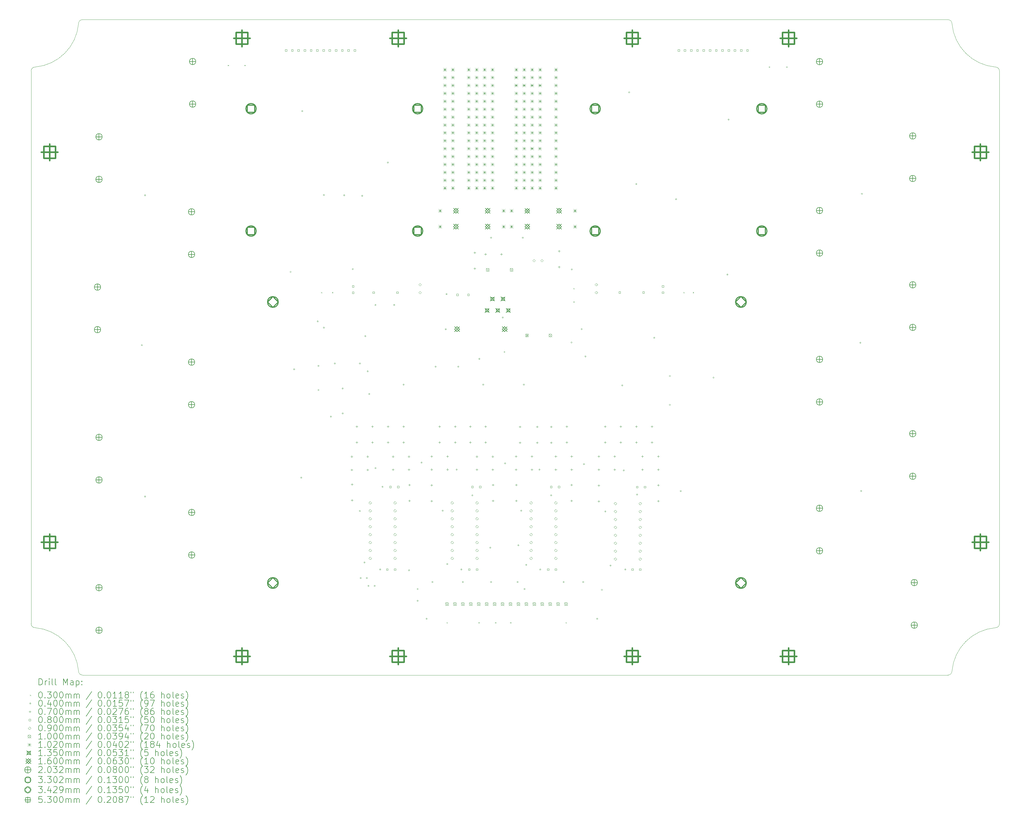
<source format=gbr>
%FSLAX45Y45*%
G04 Gerber Fmt 4.5, Leading zero omitted, Abs format (unit mm)*
G04 Created by KiCad (PCBNEW (6.0.5)) date 2022-05-16 01:42:43*
%MOMM*%
%LPD*%
G01*
G04 APERTURE LIST*
%TA.AperFunction,Profile*%
%ADD10C,0.100000*%
%TD*%
%ADD11C,0.200000*%
%ADD12C,0.030000*%
%ADD13C,0.040000*%
%ADD14C,0.070000*%
%ADD15C,0.080000*%
%ADD16C,0.090000*%
%ADD17C,0.100000*%
%ADD18C,0.102000*%
%ADD19C,0.135000*%
%ADD20C,0.160000*%
%ADD21C,0.203200*%
%ADD22C,0.330200*%
%ADD23C,0.342900*%
%ADD24C,0.530000*%
G04 APERTURE END LIST*
D10*
X2527300Y-21976080D02*
G75*
G03*
X2654300Y-22103080I127000J0D01*
G01*
X33401000Y-22104717D02*
G75*
G03*
X32009080Y-23495000I125479J-1517548D01*
G01*
X33528000Y-4267200D02*
G75*
G03*
X33401000Y-4140200I-127000J0D01*
G01*
X2654300Y-4140200D02*
G75*
G03*
X4046220Y-2748280I-127264J1519183D01*
G01*
X32009080Y-2748280D02*
G75*
G03*
X33401000Y-4140200I1519180J127260D01*
G01*
X2527300Y-21976080D02*
X2527300Y-4267200D01*
X4046220Y-23495000D02*
G75*
G03*
X4173220Y-23622000I127000J0D01*
G01*
X2654300Y-4140200D02*
G75*
G03*
X2527300Y-4267200I0J-127000D01*
G01*
X32009080Y-2748280D02*
G75*
G03*
X31882080Y-2621280I-127000J0D01*
G01*
X33528000Y-4267200D02*
X33528000Y-21977717D01*
X31882080Y-23622000D02*
X4173220Y-23622000D01*
X4173220Y-2621280D02*
G75*
G03*
X4046220Y-2748280I0J-127000D01*
G01*
X4173220Y-2621280D02*
X31882080Y-2621280D01*
X31882080Y-23622000D02*
G75*
G03*
X32009080Y-23495000I0J127000D01*
G01*
X4046220Y-23495000D02*
G75*
G03*
X2654300Y-22103080I-1519179J-127259D01*
G01*
X33401000Y-22104720D02*
G75*
G03*
X33528000Y-21977717I0J127000D01*
G01*
D11*
D12*
X8824200Y-4074400D02*
X8854200Y-4104400D01*
X8854200Y-4074400D02*
X8824200Y-4104400D01*
X9357600Y-4074400D02*
X9387600Y-4104400D01*
X9387600Y-4074400D02*
X9357600Y-4104400D01*
X11812300Y-11349280D02*
X11842300Y-11379280D01*
X11842300Y-11349280D02*
X11812300Y-11379280D01*
X12162300Y-11349280D02*
X12192300Y-11379280D01*
X12192300Y-11349280D02*
X12162300Y-11379280D01*
X15829520Y-21930600D02*
X15859520Y-21960600D01*
X15859520Y-21930600D02*
X15829520Y-21960600D01*
X16850600Y-21930600D02*
X16880600Y-21960600D01*
X16880600Y-21930600D02*
X16850600Y-21960600D01*
X17384800Y-21929400D02*
X17414800Y-21959400D01*
X17414800Y-21929400D02*
X17384800Y-21959400D01*
X17662300Y-13249280D02*
X17692300Y-13279280D01*
X17692300Y-13249280D02*
X17662300Y-13279280D01*
X17866600Y-21930600D02*
X17896600Y-21960600D01*
X17896600Y-21930600D02*
X17866600Y-21960600D01*
X19639520Y-21930600D02*
X19669520Y-21960600D01*
X19669520Y-21930600D02*
X19639520Y-21960600D01*
X19887300Y-11224280D02*
X19917300Y-11254280D01*
X19917300Y-11224280D02*
X19887300Y-11254280D01*
X19887300Y-11649280D02*
X19917300Y-11679280D01*
X19917300Y-11649280D02*
X19887300Y-11679280D01*
X23412300Y-11349280D02*
X23442300Y-11379280D01*
X23442300Y-11349280D02*
X23412300Y-11379280D01*
X23712300Y-11349280D02*
X23742300Y-11379280D01*
X23742300Y-11349280D02*
X23712300Y-11379280D01*
X26147000Y-4125200D02*
X26177000Y-4155200D01*
X26177000Y-4125200D02*
X26147000Y-4155200D01*
X26705800Y-4125200D02*
X26735800Y-4155200D01*
X26735800Y-4125200D02*
X26705800Y-4155200D01*
D13*
X6095000Y-13050000D02*
G75*
G03*
X6095000Y-13050000I-20000J0D01*
G01*
X6195000Y-8250000D02*
G75*
G03*
X6195000Y-8250000I-20000J0D01*
G01*
X6195000Y-17900000D02*
G75*
G03*
X6195000Y-17900000I-20000J0D01*
G01*
X10855640Y-10703560D02*
G75*
G03*
X10855640Y-10703560I-20000J0D01*
G01*
X10970000Y-13825000D02*
G75*
G03*
X10970000Y-13825000I-20000J0D01*
G01*
X11196000Y-17297400D02*
G75*
G03*
X11196000Y-17297400I-20000J0D01*
G01*
X11226480Y-5552440D02*
G75*
G03*
X11226480Y-5552440I-20000J0D01*
G01*
X11722300Y-12289280D02*
G75*
G03*
X11722300Y-12289280I-20000J0D01*
G01*
X11747300Y-13714280D02*
G75*
G03*
X11747300Y-13714280I-20000J0D01*
G01*
X11747300Y-14489280D02*
G75*
G03*
X11747300Y-14489280I-20000J0D01*
G01*
X11922300Y-8239280D02*
G75*
G03*
X11922300Y-8239280I-20000J0D01*
G01*
X11922300Y-12489280D02*
G75*
G03*
X11922300Y-12489280I-20000J0D01*
G01*
X12147300Y-15339280D02*
G75*
G03*
X12147300Y-15339280I-20000J0D01*
G01*
X12272300Y-13639280D02*
G75*
G03*
X12272300Y-13639280I-20000J0D01*
G01*
X12522300Y-14439280D02*
G75*
G03*
X12522300Y-14439280I-20000J0D01*
G01*
X12522300Y-15239280D02*
G75*
G03*
X12522300Y-15239280I-20000J0D01*
G01*
X12570000Y-8250000D02*
G75*
G03*
X12570000Y-8250000I-20000J0D01*
G01*
X12847300Y-10614280D02*
G75*
G03*
X12847300Y-10614280I-20000J0D01*
G01*
X13072300Y-13639280D02*
G75*
G03*
X13072300Y-13639280I-20000J0D01*
G01*
X13072300Y-18364280D02*
G75*
G03*
X13072300Y-18364280I-20000J0D01*
G01*
X13097300Y-20514280D02*
G75*
G03*
X13097300Y-20514280I-20000J0D01*
G01*
X13147300Y-8264280D02*
G75*
G03*
X13147300Y-8264280I-20000J0D01*
G01*
X13222300Y-20014280D02*
G75*
G03*
X13222300Y-20014280I-20000J0D01*
G01*
X13247300Y-12764280D02*
G75*
G03*
X13247300Y-12764280I-20000J0D01*
G01*
X13297300Y-20514280D02*
G75*
G03*
X13297300Y-20514280I-20000J0D01*
G01*
X13322300Y-13889280D02*
G75*
G03*
X13322300Y-13889280I-20000J0D01*
G01*
X13347300Y-20764280D02*
G75*
G03*
X13347300Y-20764280I-20000J0D01*
G01*
X13372300Y-14614280D02*
G75*
G03*
X13372300Y-14614280I-20000J0D01*
G01*
X13547300Y-20764280D02*
G75*
G03*
X13547300Y-20764280I-20000J0D01*
G01*
X13572300Y-11764280D02*
G75*
G03*
X13572300Y-11764280I-20000J0D01*
G01*
X13572300Y-16989280D02*
G75*
G03*
X13572300Y-16989280I-20000J0D01*
G01*
X13722300Y-20239280D02*
G75*
G03*
X13722300Y-20239280I-20000J0D01*
G01*
X13797300Y-17589280D02*
G75*
G03*
X13797300Y-17589280I-20000J0D01*
G01*
X13970000Y-7200000D02*
G75*
G03*
X13970000Y-7200000I-20000J0D01*
G01*
X14172300Y-11764280D02*
G75*
G03*
X14172300Y-11764280I-20000J0D01*
G01*
X14472300Y-14314280D02*
G75*
G03*
X14472300Y-14314280I-20000J0D01*
G01*
X14647300Y-20264280D02*
G75*
G03*
X14647300Y-20264280I-20000J0D01*
G01*
X14922300Y-20864280D02*
G75*
G03*
X14922300Y-20864280I-20000J0D01*
G01*
X14922300Y-21239280D02*
G75*
G03*
X14922300Y-21239280I-20000J0D01*
G01*
X15047300Y-16814280D02*
G75*
G03*
X15047300Y-16814280I-20000J0D01*
G01*
X15209200Y-21818600D02*
G75*
G03*
X15209200Y-21818600I-20000J0D01*
G01*
X15397300Y-20639280D02*
G75*
G03*
X15397300Y-20639280I-20000J0D01*
G01*
X15497300Y-13739280D02*
G75*
G03*
X15497300Y-13739280I-20000J0D01*
G01*
X15722300Y-18354280D02*
G75*
G03*
X15722300Y-18354280I-20000J0D01*
G01*
X15822300Y-12539280D02*
G75*
G03*
X15822300Y-12539280I-20000J0D01*
G01*
X15847300Y-11414280D02*
G75*
G03*
X15847300Y-11414280I-20000J0D01*
G01*
X15872300Y-20064280D02*
G75*
G03*
X15872300Y-20064280I-20000J0D01*
G01*
X16172300Y-17039280D02*
G75*
G03*
X16172300Y-17039280I-20000J0D01*
G01*
X16222300Y-13739280D02*
G75*
G03*
X16222300Y-13739280I-20000J0D01*
G01*
X16322300Y-20239280D02*
G75*
G03*
X16322300Y-20239280I-20000J0D01*
G01*
X16372300Y-20639280D02*
G75*
G03*
X16372300Y-20639280I-20000J0D01*
G01*
X16672300Y-17864280D02*
G75*
G03*
X16672300Y-17864280I-20000J0D01*
G01*
X16897300Y-13489280D02*
G75*
G03*
X16897300Y-13489280I-20000J0D01*
G01*
X17022300Y-14314280D02*
G75*
G03*
X17022300Y-14314280I-20000J0D01*
G01*
X17247300Y-19539280D02*
G75*
G03*
X17247300Y-19539280I-20000J0D01*
G01*
X17272300Y-20639280D02*
G75*
G03*
X17272300Y-20639280I-20000J0D01*
G01*
X17272420Y-9608080D02*
G75*
G03*
X17272420Y-9608080I-20000J0D01*
G01*
X17647300Y-12164280D02*
G75*
G03*
X17647300Y-12164280I-20000J0D01*
G01*
X17722300Y-16839280D02*
G75*
G03*
X17722300Y-16839280I-20000J0D01*
G01*
X18122300Y-20639280D02*
G75*
G03*
X18122300Y-20639280I-20000J0D01*
G01*
X18147300Y-19464280D02*
G75*
G03*
X18147300Y-19464280I-20000J0D01*
G01*
X18237300Y-18354280D02*
G75*
G03*
X18237300Y-18354280I-20000J0D01*
G01*
X18288420Y-9608080D02*
G75*
G03*
X18288420Y-9608080I-20000J0D01*
G01*
X18322300Y-14314280D02*
G75*
G03*
X18322300Y-14314280I-20000J0D01*
G01*
X18347300Y-20864280D02*
G75*
G03*
X18347300Y-20864280I-20000J0D01*
G01*
X18397300Y-20089280D02*
G75*
G03*
X18397300Y-20089280I-20000J0D01*
G01*
X18822300Y-17039280D02*
G75*
G03*
X18822300Y-17039280I-20000J0D01*
G01*
X18847300Y-20239280D02*
G75*
G03*
X18847300Y-20239280I-20000J0D01*
G01*
X19197300Y-17864280D02*
G75*
G03*
X19197300Y-17864280I-20000J0D01*
G01*
X19597300Y-20639280D02*
G75*
G03*
X19597300Y-20639280I-20000J0D01*
G01*
X19847300Y-12964280D02*
G75*
G03*
X19847300Y-12964280I-20000J0D01*
G01*
X19856300Y-10624080D02*
G75*
G03*
X19856300Y-10624080I-20000J0D01*
G01*
X20172300Y-12539280D02*
G75*
G03*
X20172300Y-12539280I-20000J0D01*
G01*
X20222300Y-20639280D02*
G75*
G03*
X20222300Y-20639280I-20000J0D01*
G01*
X20247300Y-16864280D02*
G75*
G03*
X20247300Y-16864280I-20000J0D01*
G01*
X20295300Y-13412280D02*
G75*
G03*
X20295300Y-13412280I-20000J0D01*
G01*
X20670200Y-21818600D02*
G75*
G03*
X20670200Y-21818600I-20000J0D01*
G01*
X20822300Y-20889280D02*
G75*
G03*
X20822300Y-20889280I-20000J0D01*
G01*
X20932300Y-18379280D02*
G75*
G03*
X20932300Y-18379280I-20000J0D01*
G01*
X21097300Y-20114280D02*
G75*
G03*
X21097300Y-20114280I-20000J0D01*
G01*
X21472300Y-14339280D02*
G75*
G03*
X21472300Y-14339280I-20000J0D01*
G01*
X21522300Y-17064280D02*
G75*
G03*
X21522300Y-17064280I-20000J0D01*
G01*
X21572300Y-20239280D02*
G75*
G03*
X21572300Y-20239280I-20000J0D01*
G01*
X21695000Y-4950000D02*
G75*
G03*
X21695000Y-4950000I-20000J0D01*
G01*
X21922300Y-7889280D02*
G75*
G03*
X21922300Y-7889280I-20000J0D01*
G01*
X21947300Y-17839280D02*
G75*
G03*
X21947300Y-17839280I-20000J0D01*
G01*
X22497300Y-12814280D02*
G75*
G03*
X22497300Y-12814280I-20000J0D01*
G01*
X22997300Y-14039280D02*
G75*
G03*
X22997300Y-14039280I-20000J0D01*
G01*
X22997300Y-14964280D02*
G75*
G03*
X22997300Y-14964280I-20000J0D01*
G01*
X23195000Y-8375000D02*
G75*
G03*
X23195000Y-8375000I-20000J0D01*
G01*
X23345000Y-17725000D02*
G75*
G03*
X23345000Y-17725000I-20000J0D01*
G01*
X24393840Y-14091920D02*
G75*
G03*
X24393840Y-14091920I-20000J0D01*
G01*
X24840880Y-10789920D02*
G75*
G03*
X24840880Y-10789920I-20000J0D01*
G01*
X24876440Y-5821680D02*
G75*
G03*
X24876440Y-5821680I-20000J0D01*
G01*
X29095000Y-12975000D02*
G75*
G03*
X29095000Y-12975000I-20000J0D01*
G01*
X29120000Y-17725000D02*
G75*
G03*
X29120000Y-17725000I-20000J0D01*
G01*
X29145000Y-8200000D02*
G75*
G03*
X29145000Y-8200000I-20000J0D01*
G01*
D14*
X12789300Y-16584280D02*
X12789300Y-16654280D01*
X12754300Y-16619280D02*
X12824300Y-16619280D01*
X12789300Y-17009280D02*
X12789300Y-17079280D01*
X12754300Y-17044280D02*
X12824300Y-17044280D01*
X12802300Y-17475280D02*
X12802300Y-17545280D01*
X12767300Y-17510280D02*
X12837300Y-17510280D01*
X12802300Y-17983280D02*
X12802300Y-18053280D01*
X12767300Y-18018280D02*
X12837300Y-18018280D01*
X12952300Y-15621280D02*
X12952300Y-15691280D01*
X12917300Y-15656280D02*
X12987300Y-15656280D01*
X12952300Y-16129280D02*
X12952300Y-16199280D01*
X12917300Y-16164280D02*
X12987300Y-16164280D01*
X13297300Y-16584280D02*
X13297300Y-16654280D01*
X13262300Y-16619280D02*
X13332300Y-16619280D01*
X13297300Y-17009280D02*
X13297300Y-17079280D01*
X13262300Y-17044280D02*
X13332300Y-17044280D01*
X13452300Y-15625280D02*
X13452300Y-15695280D01*
X13417300Y-15660280D02*
X13487300Y-15660280D01*
X13452300Y-16133280D02*
X13452300Y-16203280D01*
X13417300Y-16168280D02*
X13487300Y-16168280D01*
X13952300Y-15625280D02*
X13952300Y-15695280D01*
X13917300Y-15660280D02*
X13987300Y-15660280D01*
X13952300Y-16133280D02*
X13952300Y-16203280D01*
X13917300Y-16168280D02*
X13987300Y-16168280D01*
X14114300Y-16584280D02*
X14114300Y-16654280D01*
X14079300Y-16619280D02*
X14149300Y-16619280D01*
X14114300Y-17004280D02*
X14114300Y-17074280D01*
X14079300Y-17039280D02*
X14149300Y-17039280D01*
X14452300Y-15625280D02*
X14452300Y-15695280D01*
X14417300Y-15660280D02*
X14487300Y-15660280D01*
X14452300Y-16133280D02*
X14452300Y-16203280D01*
X14417300Y-16168280D02*
X14487300Y-16168280D01*
X14622300Y-16584280D02*
X14622300Y-16654280D01*
X14587300Y-16619280D02*
X14657300Y-16619280D01*
X14622300Y-17004280D02*
X14622300Y-17074280D01*
X14587300Y-17039280D02*
X14657300Y-17039280D01*
X14636300Y-17491280D02*
X14636300Y-17561280D01*
X14601300Y-17526280D02*
X14671300Y-17526280D01*
X14636300Y-17999280D02*
X14636300Y-18069280D01*
X14601300Y-18034280D02*
X14671300Y-18034280D01*
X15348300Y-16579280D02*
X15348300Y-16649280D01*
X15313300Y-16614280D02*
X15383300Y-16614280D01*
X15348300Y-16999280D02*
X15348300Y-17069280D01*
X15313300Y-17034280D02*
X15383300Y-17034280D01*
X15352300Y-17500280D02*
X15352300Y-17570280D01*
X15317300Y-17535280D02*
X15387300Y-17535280D01*
X15352300Y-18008280D02*
X15352300Y-18078280D01*
X15317300Y-18043280D02*
X15387300Y-18043280D01*
X15602300Y-15620280D02*
X15602300Y-15690280D01*
X15567300Y-15655280D02*
X15637300Y-15655280D01*
X15602300Y-16128280D02*
X15602300Y-16198280D01*
X15567300Y-16163280D02*
X15637300Y-16163280D01*
X15856300Y-16579280D02*
X15856300Y-16649280D01*
X15821300Y-16614280D02*
X15891300Y-16614280D01*
X15856300Y-16999280D02*
X15856300Y-17069280D01*
X15821300Y-17034280D02*
X15891300Y-17034280D01*
X16102300Y-15620280D02*
X16102300Y-15690280D01*
X16067300Y-15655280D02*
X16137300Y-15655280D01*
X16102300Y-16128280D02*
X16102300Y-16198280D01*
X16067300Y-16163280D02*
X16137300Y-16163280D01*
X16586300Y-15620280D02*
X16586300Y-15690280D01*
X16551300Y-15655280D02*
X16621300Y-15655280D01*
X16586300Y-16128280D02*
X16586300Y-16198280D01*
X16551300Y-16163280D02*
X16621300Y-16163280D01*
X16727300Y-10050280D02*
X16727300Y-10120280D01*
X16692300Y-10085280D02*
X16762300Y-10085280D01*
X16727300Y-10558280D02*
X16727300Y-10628280D01*
X16692300Y-10593280D02*
X16762300Y-10593280D01*
X16794300Y-16584280D02*
X16794300Y-16654280D01*
X16759300Y-16619280D02*
X16829300Y-16619280D01*
X16798300Y-17004280D02*
X16798300Y-17074280D01*
X16763300Y-17039280D02*
X16833300Y-17039280D01*
X17073300Y-10104280D02*
X17073300Y-10174280D01*
X17038300Y-10139280D02*
X17108300Y-10139280D01*
X17077300Y-15620280D02*
X17077300Y-15690280D01*
X17042300Y-15655280D02*
X17112300Y-15655280D01*
X17077300Y-16128280D02*
X17077300Y-16198280D01*
X17042300Y-16163280D02*
X17112300Y-16163280D01*
X17302300Y-16584280D02*
X17302300Y-16654280D01*
X17267300Y-16619280D02*
X17337300Y-16619280D01*
X17306300Y-17004280D02*
X17306300Y-17074280D01*
X17271300Y-17039280D02*
X17341300Y-17039280D01*
X17311300Y-17495280D02*
X17311300Y-17565280D01*
X17276300Y-17530280D02*
X17346300Y-17530280D01*
X17311300Y-18003280D02*
X17311300Y-18073280D01*
X17276300Y-18038280D02*
X17346300Y-18038280D01*
X17581300Y-10104280D02*
X17581300Y-10174280D01*
X17546300Y-10139280D02*
X17616300Y-10139280D01*
X18048300Y-16579280D02*
X18048300Y-16649280D01*
X18013300Y-16614280D02*
X18083300Y-16614280D01*
X18048300Y-17004280D02*
X18048300Y-17074280D01*
X18013300Y-17039280D02*
X18083300Y-17039280D01*
X18061300Y-17495280D02*
X18061300Y-17565280D01*
X18026300Y-17530280D02*
X18096300Y-17530280D01*
X18061300Y-18003280D02*
X18061300Y-18073280D01*
X18026300Y-18038280D02*
X18096300Y-18038280D01*
X18177300Y-15629280D02*
X18177300Y-15699280D01*
X18142300Y-15664280D02*
X18212300Y-15664280D01*
X18177300Y-16137280D02*
X18177300Y-16207280D01*
X18142300Y-16172280D02*
X18212300Y-16172280D01*
X18556300Y-16579280D02*
X18556300Y-16649280D01*
X18521300Y-16614280D02*
X18591300Y-16614280D01*
X18556300Y-17004280D02*
X18556300Y-17074280D01*
X18521300Y-17039280D02*
X18591300Y-17039280D01*
X18727300Y-15629280D02*
X18727300Y-15699280D01*
X18692300Y-15664280D02*
X18762300Y-15664280D01*
X18727300Y-16137280D02*
X18727300Y-16207280D01*
X18692300Y-16172280D02*
X18762300Y-16172280D01*
X19177300Y-15629280D02*
X19177300Y-15699280D01*
X19142300Y-15664280D02*
X19212300Y-15664280D01*
X19177300Y-16137280D02*
X19177300Y-16207280D01*
X19142300Y-16172280D02*
X19212300Y-16172280D01*
X19323300Y-16579280D02*
X19323300Y-16649280D01*
X19288300Y-16614280D02*
X19358300Y-16614280D01*
X19323300Y-17004280D02*
X19323300Y-17074280D01*
X19288300Y-17039280D02*
X19358300Y-17039280D01*
X19427300Y-10004280D02*
X19427300Y-10074280D01*
X19392300Y-10039280D02*
X19462300Y-10039280D01*
X19427300Y-10512280D02*
X19427300Y-10582280D01*
X19392300Y-10547280D02*
X19462300Y-10547280D01*
X19677300Y-15625280D02*
X19677300Y-15695280D01*
X19642300Y-15660280D02*
X19712300Y-15660280D01*
X19677300Y-16133280D02*
X19677300Y-16203280D01*
X19642300Y-16168280D02*
X19712300Y-16168280D01*
X19827300Y-17496280D02*
X19827300Y-17566280D01*
X19792300Y-17531280D02*
X19862300Y-17531280D01*
X19827300Y-18004280D02*
X19827300Y-18074280D01*
X19792300Y-18039280D02*
X19862300Y-18039280D01*
X19831300Y-16579280D02*
X19831300Y-16649280D01*
X19796300Y-16614280D02*
X19866300Y-16614280D01*
X19831300Y-17004280D02*
X19831300Y-17074280D01*
X19796300Y-17039280D02*
X19866300Y-17039280D01*
X20698300Y-16579280D02*
X20698300Y-16649280D01*
X20663300Y-16614280D02*
X20733300Y-16614280D01*
X20698300Y-17004280D02*
X20698300Y-17074280D01*
X20663300Y-17039280D02*
X20733300Y-17039280D01*
X20702300Y-17508280D02*
X20702300Y-17578280D01*
X20667300Y-17543280D02*
X20737300Y-17543280D01*
X20702300Y-18016280D02*
X20702300Y-18086280D01*
X20667300Y-18051280D02*
X20737300Y-18051280D01*
X20902300Y-15621280D02*
X20902300Y-15691280D01*
X20867300Y-15656280D02*
X20937300Y-15656280D01*
X20902300Y-16129280D02*
X20902300Y-16199280D01*
X20867300Y-16164280D02*
X20937300Y-16164280D01*
X21206300Y-16579280D02*
X21206300Y-16649280D01*
X21171300Y-16614280D02*
X21241300Y-16614280D01*
X21206300Y-17004280D02*
X21206300Y-17074280D01*
X21171300Y-17039280D02*
X21241300Y-17039280D01*
X21402300Y-15621280D02*
X21402300Y-15691280D01*
X21367300Y-15656280D02*
X21437300Y-15656280D01*
X21402300Y-16129280D02*
X21402300Y-16199280D01*
X21367300Y-16164280D02*
X21437300Y-16164280D01*
X21902300Y-15621280D02*
X21902300Y-15691280D01*
X21867300Y-15656280D02*
X21937300Y-15656280D01*
X21902300Y-16129280D02*
X21902300Y-16199280D01*
X21867300Y-16164280D02*
X21937300Y-16164280D01*
X22094300Y-17004280D02*
X22094300Y-17074280D01*
X22059300Y-17039280D02*
X22129300Y-17039280D01*
X22098300Y-16579280D02*
X22098300Y-16649280D01*
X22063300Y-16614280D02*
X22133300Y-16614280D01*
X22402300Y-15625280D02*
X22402300Y-15695280D01*
X22367300Y-15660280D02*
X22437300Y-15660280D01*
X22402300Y-16133280D02*
X22402300Y-16203280D01*
X22367300Y-16168280D02*
X22437300Y-16168280D01*
X22602300Y-17004280D02*
X22602300Y-17074280D01*
X22567300Y-17039280D02*
X22637300Y-17039280D01*
X22602300Y-17504280D02*
X22602300Y-17574280D01*
X22567300Y-17539280D02*
X22637300Y-17539280D01*
X22602300Y-18012280D02*
X22602300Y-18082280D01*
X22567300Y-18047280D02*
X22637300Y-18047280D01*
X22606300Y-16579280D02*
X22606300Y-16649280D01*
X22571300Y-16614280D02*
X22641300Y-16614280D01*
D15*
X10716434Y-3635084D02*
X10716434Y-3578515D01*
X10659865Y-3578515D01*
X10659865Y-3635084D01*
X10716434Y-3635084D01*
X10916435Y-3635084D02*
X10916435Y-3578515D01*
X10859866Y-3578515D01*
X10859866Y-3635084D01*
X10916435Y-3635084D01*
X11116434Y-3635084D02*
X11116434Y-3578515D01*
X11059865Y-3578515D01*
X11059865Y-3635084D01*
X11116434Y-3635084D01*
X11316434Y-3635084D02*
X11316434Y-3578515D01*
X11259865Y-3578515D01*
X11259865Y-3635084D01*
X11316434Y-3635084D01*
X11516434Y-3635084D02*
X11516434Y-3578515D01*
X11459865Y-3578515D01*
X11459865Y-3635084D01*
X11516434Y-3635084D01*
X11716434Y-3635084D02*
X11716434Y-3578515D01*
X11659865Y-3578515D01*
X11659865Y-3635084D01*
X11716434Y-3635084D01*
X11916434Y-3635084D02*
X11916434Y-3578515D01*
X11859865Y-3578515D01*
X11859865Y-3635084D01*
X11916434Y-3635084D01*
X12116434Y-3635084D02*
X12116434Y-3578515D01*
X12059865Y-3578515D01*
X12059865Y-3635084D01*
X12116434Y-3635084D01*
X12316434Y-3635084D02*
X12316434Y-3578515D01*
X12259865Y-3578515D01*
X12259865Y-3635084D01*
X12316434Y-3635084D01*
X12516434Y-3635084D02*
X12516434Y-3578515D01*
X12459865Y-3578515D01*
X12459865Y-3635084D01*
X12516434Y-3635084D01*
X12716434Y-3635084D02*
X12716434Y-3578515D01*
X12659865Y-3578515D01*
X12659865Y-3635084D01*
X12716434Y-3635084D01*
X12863084Y-11194714D02*
X12863084Y-11138145D01*
X12806515Y-11138145D01*
X12806515Y-11194714D01*
X12863084Y-11194714D01*
X12863084Y-11394714D02*
X12863084Y-11338145D01*
X12806515Y-11338145D01*
X12806515Y-11394714D01*
X12863084Y-11394714D01*
X12916434Y-3635084D02*
X12916434Y-3578515D01*
X12859865Y-3578515D01*
X12859865Y-3635084D01*
X12916434Y-3635084D01*
X13518584Y-11392564D02*
X13518584Y-11335995D01*
X13462015Y-11335995D01*
X13462015Y-11392564D01*
X13518584Y-11392564D01*
X13955584Y-20267565D02*
X13955584Y-20210996D01*
X13899015Y-20210996D01*
X13899015Y-20267565D01*
X13955584Y-20267565D01*
X14055584Y-17617565D02*
X14055584Y-17560996D01*
X13999015Y-17560996D01*
X13999015Y-17617565D01*
X14055584Y-17617565D01*
X14205584Y-20267565D02*
X14205584Y-20210996D01*
X14149015Y-20210996D01*
X14149015Y-20267565D01*
X14205584Y-20267565D01*
X14280584Y-11392564D02*
X14280584Y-11335995D01*
X14224015Y-11335995D01*
X14224015Y-11392564D01*
X14280584Y-11392564D01*
X14305584Y-17617565D02*
X14305584Y-17560996D01*
X14249015Y-17560996D01*
X14249015Y-17617565D01*
X14305584Y-17617565D01*
X16205584Y-11467564D02*
X16205584Y-11410995D01*
X16149015Y-11410995D01*
X16149015Y-11467564D01*
X16205584Y-11467564D01*
X16555584Y-11467564D02*
X16555584Y-11410995D01*
X16499015Y-11410995D01*
X16499015Y-11467564D01*
X16555584Y-11467564D01*
X16580584Y-20267565D02*
X16580584Y-20210996D01*
X16524015Y-20210996D01*
X16524015Y-20267565D01*
X16580584Y-20267565D01*
X16680584Y-17617565D02*
X16680584Y-17560996D01*
X16624015Y-17560996D01*
X16624015Y-17617565D01*
X16680584Y-17617565D01*
X16830585Y-20267565D02*
X16830585Y-20210996D01*
X16774015Y-20210996D01*
X16774015Y-20267565D01*
X16830585Y-20267565D01*
X16930585Y-17617565D02*
X16930585Y-17560996D01*
X16874016Y-17560996D01*
X16874016Y-17617565D01*
X16930585Y-17617565D01*
X19105585Y-20267565D02*
X19105585Y-20210996D01*
X19049016Y-20210996D01*
X19049016Y-20267565D01*
X19105585Y-20267565D01*
X19205585Y-17617565D02*
X19205585Y-17560996D01*
X19149016Y-17560996D01*
X19149016Y-17617565D01*
X19205585Y-17617565D01*
X19355585Y-20267565D02*
X19355585Y-20210996D01*
X19299016Y-20210996D01*
X19299016Y-20267565D01*
X19355585Y-20267565D01*
X19455585Y-17617565D02*
X19455585Y-17560996D01*
X19399016Y-17560996D01*
X19399016Y-17617565D01*
X19455585Y-17617565D01*
X21398085Y-11390415D02*
X21398085Y-11333846D01*
X21341516Y-11333846D01*
X21341516Y-11390415D01*
X21398085Y-11390415D01*
X21805585Y-20267565D02*
X21805585Y-20210996D01*
X21749016Y-20210996D01*
X21749016Y-20267565D01*
X21805585Y-20267565D01*
X21955585Y-17625565D02*
X21955585Y-17568996D01*
X21899016Y-17568996D01*
X21899016Y-17625565D01*
X21955585Y-17625565D01*
X22055585Y-20267565D02*
X22055585Y-20210996D01*
X21999016Y-20210996D01*
X21999016Y-20267565D01*
X22055585Y-20267565D01*
X22160085Y-11390415D02*
X22160085Y-11333846D01*
X22103516Y-11333846D01*
X22103516Y-11390415D01*
X22160085Y-11390415D01*
X22205585Y-17625565D02*
X22205585Y-17568996D01*
X22149016Y-17568996D01*
X22149016Y-17625565D01*
X22205585Y-17625565D01*
X22780584Y-11192564D02*
X22780584Y-11135996D01*
X22724015Y-11135996D01*
X22724015Y-11192564D01*
X22780584Y-11192564D01*
X22780584Y-11392565D02*
X22780584Y-11335996D01*
X22724015Y-11335996D01*
X22724015Y-11392565D01*
X22780584Y-11392565D01*
X23287284Y-3633484D02*
X23287284Y-3576915D01*
X23230715Y-3576915D01*
X23230715Y-3633484D01*
X23287284Y-3633484D01*
X23487285Y-3633484D02*
X23487285Y-3576915D01*
X23430716Y-3576915D01*
X23430716Y-3633484D01*
X23487285Y-3633484D01*
X23687284Y-3633484D02*
X23687284Y-3576915D01*
X23630715Y-3576915D01*
X23630715Y-3633484D01*
X23687284Y-3633484D01*
X23887285Y-3633484D02*
X23887285Y-3576915D01*
X23830716Y-3576915D01*
X23830716Y-3633484D01*
X23887285Y-3633484D01*
X24087284Y-3633484D02*
X24087284Y-3576915D01*
X24030715Y-3576915D01*
X24030715Y-3633484D01*
X24087284Y-3633484D01*
X24287284Y-3633484D02*
X24287284Y-3576915D01*
X24230715Y-3576915D01*
X24230715Y-3633484D01*
X24287284Y-3633484D01*
X24487284Y-3633484D02*
X24487284Y-3576915D01*
X24430715Y-3576915D01*
X24430715Y-3633484D01*
X24487284Y-3633484D01*
X24687284Y-3633484D02*
X24687284Y-3576915D01*
X24630715Y-3576915D01*
X24630715Y-3633484D01*
X24687284Y-3633484D01*
X24887285Y-3633484D02*
X24887285Y-3576915D01*
X24830716Y-3576915D01*
X24830716Y-3633484D01*
X24887285Y-3633484D01*
X25087284Y-3633484D02*
X25087284Y-3576915D01*
X25030715Y-3576915D01*
X25030715Y-3633484D01*
X25087284Y-3633484D01*
X25287285Y-3633484D02*
X25287285Y-3576915D01*
X25230716Y-3576915D01*
X25230716Y-3633484D01*
X25287285Y-3633484D01*
X25487284Y-3633484D02*
X25487284Y-3576915D01*
X25430715Y-3576915D01*
X25430715Y-3633484D01*
X25487284Y-3633484D01*
D16*
X13380300Y-18145280D02*
X13425300Y-18100280D01*
X13380300Y-18055280D01*
X13335300Y-18100280D01*
X13380300Y-18145280D01*
X13380300Y-18399280D02*
X13425300Y-18354280D01*
X13380300Y-18309280D01*
X13335300Y-18354280D01*
X13380300Y-18399280D01*
X13380300Y-18653280D02*
X13425300Y-18608280D01*
X13380300Y-18563280D01*
X13335300Y-18608280D01*
X13380300Y-18653280D01*
X13380300Y-18907280D02*
X13425300Y-18862280D01*
X13380300Y-18817280D01*
X13335300Y-18862280D01*
X13380300Y-18907280D01*
X13380300Y-19161280D02*
X13425300Y-19116280D01*
X13380300Y-19071280D01*
X13335300Y-19116280D01*
X13380300Y-19161280D01*
X13380300Y-19415280D02*
X13425300Y-19370280D01*
X13380300Y-19325280D01*
X13335300Y-19370280D01*
X13380300Y-19415280D01*
X13380300Y-19669280D02*
X13425300Y-19624280D01*
X13380300Y-19579280D01*
X13335300Y-19624280D01*
X13380300Y-19669280D01*
X13380300Y-19923280D02*
X13425300Y-19878280D01*
X13380300Y-19833280D01*
X13335300Y-19878280D01*
X13380300Y-19923280D01*
X14174300Y-18145280D02*
X14219300Y-18100280D01*
X14174300Y-18055280D01*
X14129300Y-18100280D01*
X14174300Y-18145280D01*
X14174300Y-18399280D02*
X14219300Y-18354280D01*
X14174300Y-18309280D01*
X14129300Y-18354280D01*
X14174300Y-18399280D01*
X14174300Y-18653280D02*
X14219300Y-18608280D01*
X14174300Y-18563280D01*
X14129300Y-18608280D01*
X14174300Y-18653280D01*
X14174300Y-18907280D02*
X14219300Y-18862280D01*
X14174300Y-18817280D01*
X14129300Y-18862280D01*
X14174300Y-18907280D01*
X14174300Y-19161280D02*
X14219300Y-19116280D01*
X14174300Y-19071280D01*
X14129300Y-19116280D01*
X14174300Y-19161280D01*
X14174300Y-19415280D02*
X14219300Y-19370280D01*
X14174300Y-19325280D01*
X14129300Y-19370280D01*
X14174300Y-19415280D01*
X14174300Y-19669280D02*
X14219300Y-19624280D01*
X14174300Y-19579280D01*
X14129300Y-19624280D01*
X14174300Y-19669280D01*
X14174300Y-19923280D02*
X14219300Y-19878280D01*
X14174300Y-19833280D01*
X14129300Y-19878280D01*
X14174300Y-19923280D01*
X14977300Y-11156780D02*
X15022300Y-11111780D01*
X14977300Y-11066780D01*
X14932300Y-11111780D01*
X14977300Y-11156780D01*
X14977300Y-11410780D02*
X15022300Y-11365780D01*
X14977300Y-11320780D01*
X14932300Y-11365780D01*
X14977300Y-11410780D01*
X16005300Y-18145280D02*
X16050300Y-18100280D01*
X16005300Y-18055280D01*
X15960300Y-18100280D01*
X16005300Y-18145280D01*
X16005300Y-18399280D02*
X16050300Y-18354280D01*
X16005300Y-18309280D01*
X15960300Y-18354280D01*
X16005300Y-18399280D01*
X16005300Y-18653280D02*
X16050300Y-18608280D01*
X16005300Y-18563280D01*
X15960300Y-18608280D01*
X16005300Y-18653280D01*
X16005300Y-18907280D02*
X16050300Y-18862280D01*
X16005300Y-18817280D01*
X15960300Y-18862280D01*
X16005300Y-18907280D01*
X16005300Y-19161280D02*
X16050300Y-19116280D01*
X16005300Y-19071280D01*
X15960300Y-19116280D01*
X16005300Y-19161280D01*
X16005300Y-19415280D02*
X16050300Y-19370280D01*
X16005300Y-19325280D01*
X15960300Y-19370280D01*
X16005300Y-19415280D01*
X16005300Y-19669280D02*
X16050300Y-19624280D01*
X16005300Y-19579280D01*
X15960300Y-19624280D01*
X16005300Y-19669280D01*
X16005300Y-19923280D02*
X16050300Y-19878280D01*
X16005300Y-19833280D01*
X15960300Y-19878280D01*
X16005300Y-19923280D01*
X16799300Y-18145280D02*
X16844300Y-18100280D01*
X16799300Y-18055280D01*
X16754300Y-18100280D01*
X16799300Y-18145280D01*
X16799300Y-18399280D02*
X16844300Y-18354280D01*
X16799300Y-18309280D01*
X16754300Y-18354280D01*
X16799300Y-18399280D01*
X16799300Y-18653280D02*
X16844300Y-18608280D01*
X16799300Y-18563280D01*
X16754300Y-18608280D01*
X16799300Y-18653280D01*
X16799300Y-18907280D02*
X16844300Y-18862280D01*
X16799300Y-18817280D01*
X16754300Y-18862280D01*
X16799300Y-18907280D01*
X16799300Y-19161280D02*
X16844300Y-19116280D01*
X16799300Y-19071280D01*
X16754300Y-19116280D01*
X16799300Y-19161280D01*
X16799300Y-19415280D02*
X16844300Y-19370280D01*
X16799300Y-19325280D01*
X16754300Y-19370280D01*
X16799300Y-19415280D01*
X16799300Y-19669280D02*
X16844300Y-19624280D01*
X16799300Y-19579280D01*
X16754300Y-19624280D01*
X16799300Y-19669280D01*
X16799300Y-19923280D02*
X16844300Y-19878280D01*
X16799300Y-19833280D01*
X16754300Y-19878280D01*
X16799300Y-19923280D01*
X18530300Y-18145280D02*
X18575300Y-18100280D01*
X18530300Y-18055280D01*
X18485300Y-18100280D01*
X18530300Y-18145280D01*
X18530300Y-18399280D02*
X18575300Y-18354280D01*
X18530300Y-18309280D01*
X18485300Y-18354280D01*
X18530300Y-18399280D01*
X18530300Y-18653280D02*
X18575300Y-18608280D01*
X18530300Y-18563280D01*
X18485300Y-18608280D01*
X18530300Y-18653280D01*
X18530300Y-18907280D02*
X18575300Y-18862280D01*
X18530300Y-18817280D01*
X18485300Y-18862280D01*
X18530300Y-18907280D01*
X18530300Y-19161280D02*
X18575300Y-19116280D01*
X18530300Y-19071280D01*
X18485300Y-19116280D01*
X18530300Y-19161280D01*
X18530300Y-19415280D02*
X18575300Y-19370280D01*
X18530300Y-19325280D01*
X18485300Y-19370280D01*
X18530300Y-19415280D01*
X18530300Y-19669280D02*
X18575300Y-19624280D01*
X18530300Y-19579280D01*
X18485300Y-19624280D01*
X18530300Y-19669280D01*
X18530300Y-19923280D02*
X18575300Y-19878280D01*
X18530300Y-19833280D01*
X18485300Y-19878280D01*
X18530300Y-19923280D01*
X18627300Y-10384280D02*
X18672300Y-10339280D01*
X18627300Y-10294280D01*
X18582300Y-10339280D01*
X18627300Y-10384280D01*
X18881300Y-10384280D02*
X18926300Y-10339280D01*
X18881300Y-10294280D01*
X18836300Y-10339280D01*
X18881300Y-10384280D01*
X19324300Y-18145280D02*
X19369300Y-18100280D01*
X19324300Y-18055280D01*
X19279300Y-18100280D01*
X19324300Y-18145280D01*
X19324300Y-18399280D02*
X19369300Y-18354280D01*
X19324300Y-18309280D01*
X19279300Y-18354280D01*
X19324300Y-18399280D01*
X19324300Y-18653280D02*
X19369300Y-18608280D01*
X19324300Y-18563280D01*
X19279300Y-18608280D01*
X19324300Y-18653280D01*
X19324300Y-18907280D02*
X19369300Y-18862280D01*
X19324300Y-18817280D01*
X19279300Y-18862280D01*
X19324300Y-18907280D01*
X19324300Y-19161280D02*
X19369300Y-19116280D01*
X19324300Y-19071280D01*
X19279300Y-19116280D01*
X19324300Y-19161280D01*
X19324300Y-19415280D02*
X19369300Y-19370280D01*
X19324300Y-19325280D01*
X19279300Y-19370280D01*
X19324300Y-19415280D01*
X19324300Y-19669280D02*
X19369300Y-19624280D01*
X19324300Y-19579280D01*
X19279300Y-19624280D01*
X19324300Y-19669280D01*
X19324300Y-19923280D02*
X19369300Y-19878280D01*
X19324300Y-19833280D01*
X19279300Y-19878280D01*
X19324300Y-19923280D01*
X20619800Y-11157130D02*
X20664800Y-11112130D01*
X20619800Y-11067130D01*
X20574800Y-11112130D01*
X20619800Y-11157130D01*
X20619800Y-11411130D02*
X20664800Y-11366130D01*
X20619800Y-11321130D01*
X20574800Y-11366130D01*
X20619800Y-11411130D01*
X21230300Y-18170280D02*
X21275300Y-18125280D01*
X21230300Y-18080280D01*
X21185300Y-18125280D01*
X21230300Y-18170280D01*
X21230300Y-18424280D02*
X21275300Y-18379280D01*
X21230300Y-18334280D01*
X21185300Y-18379280D01*
X21230300Y-18424280D01*
X21230300Y-18678280D02*
X21275300Y-18633280D01*
X21230300Y-18588280D01*
X21185300Y-18633280D01*
X21230300Y-18678280D01*
X21230300Y-18932280D02*
X21275300Y-18887280D01*
X21230300Y-18842280D01*
X21185300Y-18887280D01*
X21230300Y-18932280D01*
X21230300Y-19186280D02*
X21275300Y-19141280D01*
X21230300Y-19096280D01*
X21185300Y-19141280D01*
X21230300Y-19186280D01*
X21230300Y-19440280D02*
X21275300Y-19395280D01*
X21230300Y-19350280D01*
X21185300Y-19395280D01*
X21230300Y-19440280D01*
X21230300Y-19694280D02*
X21275300Y-19649280D01*
X21230300Y-19604280D01*
X21185300Y-19649280D01*
X21230300Y-19694280D01*
X21230300Y-19948280D02*
X21275300Y-19903280D01*
X21230300Y-19858280D01*
X21185300Y-19903280D01*
X21230300Y-19948280D01*
X22024300Y-18170280D02*
X22069300Y-18125280D01*
X22024300Y-18080280D01*
X21979300Y-18125280D01*
X22024300Y-18170280D01*
X22024300Y-18424280D02*
X22069300Y-18379280D01*
X22024300Y-18334280D01*
X21979300Y-18379280D01*
X22024300Y-18424280D01*
X22024300Y-18678280D02*
X22069300Y-18633280D01*
X22024300Y-18588280D01*
X21979300Y-18633280D01*
X22024300Y-18678280D01*
X22024300Y-18932280D02*
X22069300Y-18887280D01*
X22024300Y-18842280D01*
X21979300Y-18887280D01*
X22024300Y-18932280D01*
X22024300Y-19186280D02*
X22069300Y-19141280D01*
X22024300Y-19096280D01*
X21979300Y-19141280D01*
X22024300Y-19186280D01*
X22024300Y-19440280D02*
X22069300Y-19395280D01*
X22024300Y-19350280D01*
X21979300Y-19395280D01*
X22024300Y-19440280D01*
X22024300Y-19694280D02*
X22069300Y-19649280D01*
X22024300Y-19604280D01*
X21979300Y-19649280D01*
X22024300Y-19694280D01*
X22024300Y-19948280D02*
X22069300Y-19903280D01*
X22024300Y-19858280D01*
X21979300Y-19903280D01*
X22024300Y-19948280D01*
D17*
X15793300Y-21294280D02*
X15893300Y-21394280D01*
X15893300Y-21294280D02*
X15793300Y-21394280D01*
X15893300Y-21344280D02*
G75*
G03*
X15893300Y-21344280I-50000J0D01*
G01*
X16047300Y-21294280D02*
X16147300Y-21394280D01*
X16147300Y-21294280D02*
X16047300Y-21394280D01*
X16147300Y-21344280D02*
G75*
G03*
X16147300Y-21344280I-50000J0D01*
G01*
X16301300Y-21294280D02*
X16401300Y-21394280D01*
X16401300Y-21294280D02*
X16301300Y-21394280D01*
X16401300Y-21344280D02*
G75*
G03*
X16401300Y-21344280I-50000J0D01*
G01*
X16555300Y-21294280D02*
X16655300Y-21394280D01*
X16655300Y-21294280D02*
X16555300Y-21394280D01*
X16655300Y-21344280D02*
G75*
G03*
X16655300Y-21344280I-50000J0D01*
G01*
X16809300Y-21294280D02*
X16909300Y-21394280D01*
X16909300Y-21294280D02*
X16809300Y-21394280D01*
X16909300Y-21344280D02*
G75*
G03*
X16909300Y-21344280I-50000J0D01*
G01*
X17063300Y-21294280D02*
X17163300Y-21394280D01*
X17163300Y-21294280D02*
X17063300Y-21394280D01*
X17163300Y-21344280D02*
G75*
G03*
X17163300Y-21344280I-50000J0D01*
G01*
X17096300Y-10589280D02*
X17196300Y-10689280D01*
X17196300Y-10589280D02*
X17096300Y-10689280D01*
X17196300Y-10639280D02*
G75*
G03*
X17196300Y-10639280I-50000J0D01*
G01*
X17317300Y-21294280D02*
X17417300Y-21394280D01*
X17417300Y-21294280D02*
X17317300Y-21394280D01*
X17417300Y-21344280D02*
G75*
G03*
X17417300Y-21344280I-50000J0D01*
G01*
X17571300Y-21294280D02*
X17671300Y-21394280D01*
X17671300Y-21294280D02*
X17571300Y-21394280D01*
X17671300Y-21344280D02*
G75*
G03*
X17671300Y-21344280I-50000J0D01*
G01*
X17825300Y-21294280D02*
X17925300Y-21394280D01*
X17925300Y-21294280D02*
X17825300Y-21394280D01*
X17925300Y-21344280D02*
G75*
G03*
X17925300Y-21344280I-50000J0D01*
G01*
X17858300Y-10589280D02*
X17958300Y-10689280D01*
X17958300Y-10589280D02*
X17858300Y-10689280D01*
X17958300Y-10639280D02*
G75*
G03*
X17958300Y-10639280I-50000J0D01*
G01*
X18079300Y-21294280D02*
X18179300Y-21394280D01*
X18179300Y-21294280D02*
X18079300Y-21394280D01*
X18179300Y-21344280D02*
G75*
G03*
X18179300Y-21344280I-50000J0D01*
G01*
X18333300Y-21294280D02*
X18433300Y-21394280D01*
X18433300Y-21294280D02*
X18333300Y-21394280D01*
X18433300Y-21344280D02*
G75*
G03*
X18433300Y-21344280I-50000J0D01*
G01*
X18352300Y-12689280D02*
X18452300Y-12789280D01*
X18452300Y-12689280D02*
X18352300Y-12789280D01*
X18452300Y-12739280D02*
G75*
G03*
X18452300Y-12739280I-50000J0D01*
G01*
X18587300Y-21294280D02*
X18687300Y-21394280D01*
X18687300Y-21294280D02*
X18587300Y-21394280D01*
X18687300Y-21344280D02*
G75*
G03*
X18687300Y-21344280I-50000J0D01*
G01*
X18841300Y-21294280D02*
X18941300Y-21394280D01*
X18941300Y-21294280D02*
X18841300Y-21394280D01*
X18941300Y-21344280D02*
G75*
G03*
X18941300Y-21344280I-50000J0D01*
G01*
X19095300Y-21294280D02*
X19195300Y-21394280D01*
X19195300Y-21294280D02*
X19095300Y-21394280D01*
X19195300Y-21344280D02*
G75*
G03*
X19195300Y-21344280I-50000J0D01*
G01*
X19102300Y-12689280D02*
X19202300Y-12789280D01*
X19202300Y-12689280D02*
X19102300Y-12789280D01*
X19202300Y-12739280D02*
G75*
G03*
X19202300Y-12739280I-50000J0D01*
G01*
X19349300Y-21294280D02*
X19449300Y-21394280D01*
X19449300Y-21294280D02*
X19349300Y-21394280D01*
X19449300Y-21344280D02*
G75*
G03*
X19449300Y-21344280I-50000J0D01*
G01*
X19603300Y-21294280D02*
X19703300Y-21394280D01*
X19703300Y-21294280D02*
X19603300Y-21394280D01*
X19703300Y-21344280D02*
G75*
G03*
X19703300Y-21344280I-50000J0D01*
G01*
D18*
X15568900Y-8693480D02*
X15670900Y-8795480D01*
X15670900Y-8693480D02*
X15568900Y-8795480D01*
X15619900Y-8693480D02*
X15619900Y-8795480D01*
X15568900Y-8744480D02*
X15670900Y-8744480D01*
X15568900Y-9201480D02*
X15670900Y-9303480D01*
X15670900Y-9201480D02*
X15568900Y-9303480D01*
X15619900Y-9201480D02*
X15619900Y-9303480D01*
X15568900Y-9252480D02*
X15670900Y-9252480D01*
X15721300Y-4172280D02*
X15823300Y-4274280D01*
X15823300Y-4172280D02*
X15721300Y-4274280D01*
X15772300Y-4172280D02*
X15772300Y-4274280D01*
X15721300Y-4223280D02*
X15823300Y-4223280D01*
X15721300Y-4425151D02*
X15823300Y-4527151D01*
X15823300Y-4425151D02*
X15721300Y-4527151D01*
X15772300Y-4425151D02*
X15772300Y-4527151D01*
X15721300Y-4476151D02*
X15823300Y-4476151D01*
X15721300Y-4678022D02*
X15823300Y-4780022D01*
X15823300Y-4678022D02*
X15721300Y-4780022D01*
X15772300Y-4678022D02*
X15772300Y-4780022D01*
X15721300Y-4729022D02*
X15823300Y-4729022D01*
X15721300Y-4930893D02*
X15823300Y-5032893D01*
X15823300Y-4930893D02*
X15721300Y-5032893D01*
X15772300Y-4930893D02*
X15772300Y-5032893D01*
X15721300Y-4981893D02*
X15823300Y-4981893D01*
X15721300Y-5183764D02*
X15823300Y-5285764D01*
X15823300Y-5183764D02*
X15721300Y-5285764D01*
X15772300Y-5183764D02*
X15772300Y-5285764D01*
X15721300Y-5234764D02*
X15823300Y-5234764D01*
X15721300Y-5436635D02*
X15823300Y-5538635D01*
X15823300Y-5436635D02*
X15721300Y-5538635D01*
X15772300Y-5436635D02*
X15772300Y-5538635D01*
X15721300Y-5487635D02*
X15823300Y-5487635D01*
X15721300Y-5689505D02*
X15823300Y-5791505D01*
X15823300Y-5689505D02*
X15721300Y-5791505D01*
X15772300Y-5689505D02*
X15772300Y-5791505D01*
X15721300Y-5740505D02*
X15823300Y-5740505D01*
X15721300Y-5942376D02*
X15823300Y-6044376D01*
X15823300Y-5942376D02*
X15721300Y-6044376D01*
X15772300Y-5942376D02*
X15772300Y-6044376D01*
X15721300Y-5993376D02*
X15823300Y-5993376D01*
X15721300Y-6195247D02*
X15823300Y-6297247D01*
X15823300Y-6195247D02*
X15721300Y-6297247D01*
X15772300Y-6195247D02*
X15772300Y-6297247D01*
X15721300Y-6246247D02*
X15823300Y-6246247D01*
X15721300Y-6448118D02*
X15823300Y-6550118D01*
X15823300Y-6448118D02*
X15721300Y-6550118D01*
X15772300Y-6448118D02*
X15772300Y-6550118D01*
X15721300Y-6499118D02*
X15823300Y-6499118D01*
X15721300Y-6700989D02*
X15823300Y-6802989D01*
X15823300Y-6700989D02*
X15721300Y-6802989D01*
X15772300Y-6700989D02*
X15772300Y-6802989D01*
X15721300Y-6751989D02*
X15823300Y-6751989D01*
X15721300Y-6953860D02*
X15823300Y-7055860D01*
X15823300Y-6953860D02*
X15721300Y-7055860D01*
X15772300Y-6953860D02*
X15772300Y-7055860D01*
X15721300Y-7004860D02*
X15823300Y-7004860D01*
X15721300Y-7206731D02*
X15823300Y-7308731D01*
X15823300Y-7206731D02*
X15721300Y-7308731D01*
X15772300Y-7206731D02*
X15772300Y-7308731D01*
X15721300Y-7257731D02*
X15823300Y-7257731D01*
X15721300Y-7459602D02*
X15823300Y-7561602D01*
X15823300Y-7459602D02*
X15721300Y-7561602D01*
X15772300Y-7459602D02*
X15772300Y-7561602D01*
X15721300Y-7510602D02*
X15823300Y-7510602D01*
X15721300Y-7712473D02*
X15823300Y-7814473D01*
X15823300Y-7712473D02*
X15721300Y-7814473D01*
X15772300Y-7712473D02*
X15772300Y-7814473D01*
X15721300Y-7763473D02*
X15823300Y-7763473D01*
X15721300Y-7965344D02*
X15823300Y-8067344D01*
X15823300Y-7965344D02*
X15721300Y-8067344D01*
X15772300Y-7965344D02*
X15772300Y-8067344D01*
X15721300Y-8016344D02*
X15823300Y-8016344D01*
X15975300Y-4172280D02*
X16077300Y-4274280D01*
X16077300Y-4172280D02*
X15975300Y-4274280D01*
X16026300Y-4172280D02*
X16026300Y-4274280D01*
X15975300Y-4223280D02*
X16077300Y-4223280D01*
X15975300Y-4425151D02*
X16077300Y-4527151D01*
X16077300Y-4425151D02*
X15975300Y-4527151D01*
X16026300Y-4425151D02*
X16026300Y-4527151D01*
X15975300Y-4476151D02*
X16077300Y-4476151D01*
X15975300Y-4678022D02*
X16077300Y-4780022D01*
X16077300Y-4678022D02*
X15975300Y-4780022D01*
X16026300Y-4678022D02*
X16026300Y-4780022D01*
X15975300Y-4729022D02*
X16077300Y-4729022D01*
X15975300Y-4930893D02*
X16077300Y-5032893D01*
X16077300Y-4930893D02*
X15975300Y-5032893D01*
X16026300Y-4930893D02*
X16026300Y-5032893D01*
X15975300Y-4981893D02*
X16077300Y-4981893D01*
X15975300Y-5183764D02*
X16077300Y-5285764D01*
X16077300Y-5183764D02*
X15975300Y-5285764D01*
X16026300Y-5183764D02*
X16026300Y-5285764D01*
X15975300Y-5234764D02*
X16077300Y-5234764D01*
X15975300Y-5436635D02*
X16077300Y-5538635D01*
X16077300Y-5436635D02*
X15975300Y-5538635D01*
X16026300Y-5436635D02*
X16026300Y-5538635D01*
X15975300Y-5487635D02*
X16077300Y-5487635D01*
X15975300Y-5689505D02*
X16077300Y-5791505D01*
X16077300Y-5689505D02*
X15975300Y-5791505D01*
X16026300Y-5689505D02*
X16026300Y-5791505D01*
X15975300Y-5740505D02*
X16077300Y-5740505D01*
X15975300Y-5942376D02*
X16077300Y-6044376D01*
X16077300Y-5942376D02*
X15975300Y-6044376D01*
X16026300Y-5942376D02*
X16026300Y-6044376D01*
X15975300Y-5993376D02*
X16077300Y-5993376D01*
X15975300Y-6195247D02*
X16077300Y-6297247D01*
X16077300Y-6195247D02*
X15975300Y-6297247D01*
X16026300Y-6195247D02*
X16026300Y-6297247D01*
X15975300Y-6246247D02*
X16077300Y-6246247D01*
X15975300Y-6448118D02*
X16077300Y-6550118D01*
X16077300Y-6448118D02*
X15975300Y-6550118D01*
X16026300Y-6448118D02*
X16026300Y-6550118D01*
X15975300Y-6499118D02*
X16077300Y-6499118D01*
X15975300Y-6700989D02*
X16077300Y-6802989D01*
X16077300Y-6700989D02*
X15975300Y-6802989D01*
X16026300Y-6700989D02*
X16026300Y-6802989D01*
X15975300Y-6751989D02*
X16077300Y-6751989D01*
X15975300Y-6953860D02*
X16077300Y-7055860D01*
X16077300Y-6953860D02*
X15975300Y-7055860D01*
X16026300Y-6953860D02*
X16026300Y-7055860D01*
X15975300Y-7004860D02*
X16077300Y-7004860D01*
X15975300Y-7206731D02*
X16077300Y-7308731D01*
X16077300Y-7206731D02*
X15975300Y-7308731D01*
X16026300Y-7206731D02*
X16026300Y-7308731D01*
X15975300Y-7257731D02*
X16077300Y-7257731D01*
X15975300Y-7459602D02*
X16077300Y-7561602D01*
X16077300Y-7459602D02*
X15975300Y-7561602D01*
X16026300Y-7459602D02*
X16026300Y-7561602D01*
X15975300Y-7510602D02*
X16077300Y-7510602D01*
X15975300Y-7712473D02*
X16077300Y-7814473D01*
X16077300Y-7712473D02*
X15975300Y-7814473D01*
X16026300Y-7712473D02*
X16026300Y-7814473D01*
X15975300Y-7763473D02*
X16077300Y-7763473D01*
X15975300Y-7965344D02*
X16077300Y-8067344D01*
X16077300Y-7965344D02*
X15975300Y-8067344D01*
X16026300Y-7965344D02*
X16026300Y-8067344D01*
X15975300Y-8016344D02*
X16077300Y-8016344D01*
X16483300Y-4172280D02*
X16585300Y-4274280D01*
X16585300Y-4172280D02*
X16483300Y-4274280D01*
X16534300Y-4172280D02*
X16534300Y-4274280D01*
X16483300Y-4223280D02*
X16585300Y-4223280D01*
X16483300Y-4425151D02*
X16585300Y-4527151D01*
X16585300Y-4425151D02*
X16483300Y-4527151D01*
X16534300Y-4425151D02*
X16534300Y-4527151D01*
X16483300Y-4476151D02*
X16585300Y-4476151D01*
X16483300Y-4678022D02*
X16585300Y-4780022D01*
X16585300Y-4678022D02*
X16483300Y-4780022D01*
X16534300Y-4678022D02*
X16534300Y-4780022D01*
X16483300Y-4729022D02*
X16585300Y-4729022D01*
X16483300Y-4930893D02*
X16585300Y-5032893D01*
X16585300Y-4930893D02*
X16483300Y-5032893D01*
X16534300Y-4930893D02*
X16534300Y-5032893D01*
X16483300Y-4981893D02*
X16585300Y-4981893D01*
X16483300Y-5183764D02*
X16585300Y-5285764D01*
X16585300Y-5183764D02*
X16483300Y-5285764D01*
X16534300Y-5183764D02*
X16534300Y-5285764D01*
X16483300Y-5234764D02*
X16585300Y-5234764D01*
X16483300Y-5436635D02*
X16585300Y-5538635D01*
X16585300Y-5436635D02*
X16483300Y-5538635D01*
X16534300Y-5436635D02*
X16534300Y-5538635D01*
X16483300Y-5487635D02*
X16585300Y-5487635D01*
X16483300Y-5689505D02*
X16585300Y-5791505D01*
X16585300Y-5689505D02*
X16483300Y-5791505D01*
X16534300Y-5689505D02*
X16534300Y-5791505D01*
X16483300Y-5740505D02*
X16585300Y-5740505D01*
X16483300Y-5942376D02*
X16585300Y-6044376D01*
X16585300Y-5942376D02*
X16483300Y-6044376D01*
X16534300Y-5942376D02*
X16534300Y-6044376D01*
X16483300Y-5993376D02*
X16585300Y-5993376D01*
X16483300Y-6195247D02*
X16585300Y-6297247D01*
X16585300Y-6195247D02*
X16483300Y-6297247D01*
X16534300Y-6195247D02*
X16534300Y-6297247D01*
X16483300Y-6246247D02*
X16585300Y-6246247D01*
X16483300Y-6448118D02*
X16585300Y-6550118D01*
X16585300Y-6448118D02*
X16483300Y-6550118D01*
X16534300Y-6448118D02*
X16534300Y-6550118D01*
X16483300Y-6499118D02*
X16585300Y-6499118D01*
X16483300Y-6700989D02*
X16585300Y-6802989D01*
X16585300Y-6700989D02*
X16483300Y-6802989D01*
X16534300Y-6700989D02*
X16534300Y-6802989D01*
X16483300Y-6751989D02*
X16585300Y-6751989D01*
X16483300Y-6953860D02*
X16585300Y-7055860D01*
X16585300Y-6953860D02*
X16483300Y-7055860D01*
X16534300Y-6953860D02*
X16534300Y-7055860D01*
X16483300Y-7004860D02*
X16585300Y-7004860D01*
X16483300Y-7206731D02*
X16585300Y-7308731D01*
X16585300Y-7206731D02*
X16483300Y-7308731D01*
X16534300Y-7206731D02*
X16534300Y-7308731D01*
X16483300Y-7257731D02*
X16585300Y-7257731D01*
X16483300Y-7459602D02*
X16585300Y-7561602D01*
X16585300Y-7459602D02*
X16483300Y-7561602D01*
X16534300Y-7459602D02*
X16534300Y-7561602D01*
X16483300Y-7510602D02*
X16585300Y-7510602D01*
X16483300Y-7712473D02*
X16585300Y-7814473D01*
X16585300Y-7712473D02*
X16483300Y-7814473D01*
X16534300Y-7712473D02*
X16534300Y-7814473D01*
X16483300Y-7763473D02*
X16585300Y-7763473D01*
X16483300Y-7965344D02*
X16585300Y-8067344D01*
X16585300Y-7965344D02*
X16483300Y-8067344D01*
X16534300Y-7965344D02*
X16534300Y-8067344D01*
X16483300Y-8016344D02*
X16585300Y-8016344D01*
X16737300Y-4172280D02*
X16839300Y-4274280D01*
X16839300Y-4172280D02*
X16737300Y-4274280D01*
X16788300Y-4172280D02*
X16788300Y-4274280D01*
X16737300Y-4223280D02*
X16839300Y-4223280D01*
X16737300Y-4425151D02*
X16839300Y-4527151D01*
X16839300Y-4425151D02*
X16737300Y-4527151D01*
X16788300Y-4425151D02*
X16788300Y-4527151D01*
X16737300Y-4476151D02*
X16839300Y-4476151D01*
X16737300Y-4678022D02*
X16839300Y-4780022D01*
X16839300Y-4678022D02*
X16737300Y-4780022D01*
X16788300Y-4678022D02*
X16788300Y-4780022D01*
X16737300Y-4729022D02*
X16839300Y-4729022D01*
X16737300Y-4930893D02*
X16839300Y-5032893D01*
X16839300Y-4930893D02*
X16737300Y-5032893D01*
X16788300Y-4930893D02*
X16788300Y-5032893D01*
X16737300Y-4981893D02*
X16839300Y-4981893D01*
X16737300Y-5183764D02*
X16839300Y-5285764D01*
X16839300Y-5183764D02*
X16737300Y-5285764D01*
X16788300Y-5183764D02*
X16788300Y-5285764D01*
X16737300Y-5234764D02*
X16839300Y-5234764D01*
X16737300Y-5436635D02*
X16839300Y-5538635D01*
X16839300Y-5436635D02*
X16737300Y-5538635D01*
X16788300Y-5436635D02*
X16788300Y-5538635D01*
X16737300Y-5487635D02*
X16839300Y-5487635D01*
X16737300Y-5689505D02*
X16839300Y-5791505D01*
X16839300Y-5689505D02*
X16737300Y-5791505D01*
X16788300Y-5689505D02*
X16788300Y-5791505D01*
X16737300Y-5740505D02*
X16839300Y-5740505D01*
X16737300Y-5942376D02*
X16839300Y-6044376D01*
X16839300Y-5942376D02*
X16737300Y-6044376D01*
X16788300Y-5942376D02*
X16788300Y-6044376D01*
X16737300Y-5993376D02*
X16839300Y-5993376D01*
X16737300Y-6195247D02*
X16839300Y-6297247D01*
X16839300Y-6195247D02*
X16737300Y-6297247D01*
X16788300Y-6195247D02*
X16788300Y-6297247D01*
X16737300Y-6246247D02*
X16839300Y-6246247D01*
X16737300Y-6448118D02*
X16839300Y-6550118D01*
X16839300Y-6448118D02*
X16737300Y-6550118D01*
X16788300Y-6448118D02*
X16788300Y-6550118D01*
X16737300Y-6499118D02*
X16839300Y-6499118D01*
X16737300Y-6700989D02*
X16839300Y-6802989D01*
X16839300Y-6700989D02*
X16737300Y-6802989D01*
X16788300Y-6700989D02*
X16788300Y-6802989D01*
X16737300Y-6751989D02*
X16839300Y-6751989D01*
X16737300Y-6953860D02*
X16839300Y-7055860D01*
X16839300Y-6953860D02*
X16737300Y-7055860D01*
X16788300Y-6953860D02*
X16788300Y-7055860D01*
X16737300Y-7004860D02*
X16839300Y-7004860D01*
X16737300Y-7206731D02*
X16839300Y-7308731D01*
X16839300Y-7206731D02*
X16737300Y-7308731D01*
X16788300Y-7206731D02*
X16788300Y-7308731D01*
X16737300Y-7257731D02*
X16839300Y-7257731D01*
X16737300Y-7459602D02*
X16839300Y-7561602D01*
X16839300Y-7459602D02*
X16737300Y-7561602D01*
X16788300Y-7459602D02*
X16788300Y-7561602D01*
X16737300Y-7510602D02*
X16839300Y-7510602D01*
X16737300Y-7712473D02*
X16839300Y-7814473D01*
X16839300Y-7712473D02*
X16737300Y-7814473D01*
X16788300Y-7712473D02*
X16788300Y-7814473D01*
X16737300Y-7763473D02*
X16839300Y-7763473D01*
X16737300Y-7965344D02*
X16839300Y-8067344D01*
X16839300Y-7965344D02*
X16737300Y-8067344D01*
X16788300Y-7965344D02*
X16788300Y-8067344D01*
X16737300Y-8016344D02*
X16839300Y-8016344D01*
X16991300Y-4172280D02*
X17093300Y-4274280D01*
X17093300Y-4172280D02*
X16991300Y-4274280D01*
X17042300Y-4172280D02*
X17042300Y-4274280D01*
X16991300Y-4223280D02*
X17093300Y-4223280D01*
X16991300Y-4425151D02*
X17093300Y-4527151D01*
X17093300Y-4425151D02*
X16991300Y-4527151D01*
X17042300Y-4425151D02*
X17042300Y-4527151D01*
X16991300Y-4476151D02*
X17093300Y-4476151D01*
X16991300Y-4678022D02*
X17093300Y-4780022D01*
X17093300Y-4678022D02*
X16991300Y-4780022D01*
X17042300Y-4678022D02*
X17042300Y-4780022D01*
X16991300Y-4729022D02*
X17093300Y-4729022D01*
X16991300Y-4930893D02*
X17093300Y-5032893D01*
X17093300Y-4930893D02*
X16991300Y-5032893D01*
X17042300Y-4930893D02*
X17042300Y-5032893D01*
X16991300Y-4981893D02*
X17093300Y-4981893D01*
X16991300Y-5183764D02*
X17093300Y-5285764D01*
X17093300Y-5183764D02*
X16991300Y-5285764D01*
X17042300Y-5183764D02*
X17042300Y-5285764D01*
X16991300Y-5234764D02*
X17093300Y-5234764D01*
X16991300Y-5436635D02*
X17093300Y-5538635D01*
X17093300Y-5436635D02*
X16991300Y-5538635D01*
X17042300Y-5436635D02*
X17042300Y-5538635D01*
X16991300Y-5487635D02*
X17093300Y-5487635D01*
X16991300Y-5689505D02*
X17093300Y-5791505D01*
X17093300Y-5689505D02*
X16991300Y-5791505D01*
X17042300Y-5689505D02*
X17042300Y-5791505D01*
X16991300Y-5740505D02*
X17093300Y-5740505D01*
X16991300Y-5942376D02*
X17093300Y-6044376D01*
X17093300Y-5942376D02*
X16991300Y-6044376D01*
X17042300Y-5942376D02*
X17042300Y-6044376D01*
X16991300Y-5993376D02*
X17093300Y-5993376D01*
X16991300Y-6195247D02*
X17093300Y-6297247D01*
X17093300Y-6195247D02*
X16991300Y-6297247D01*
X17042300Y-6195247D02*
X17042300Y-6297247D01*
X16991300Y-6246247D02*
X17093300Y-6246247D01*
X16991300Y-6448118D02*
X17093300Y-6550118D01*
X17093300Y-6448118D02*
X16991300Y-6550118D01*
X17042300Y-6448118D02*
X17042300Y-6550118D01*
X16991300Y-6499118D02*
X17093300Y-6499118D01*
X16991300Y-6700989D02*
X17093300Y-6802989D01*
X17093300Y-6700989D02*
X16991300Y-6802989D01*
X17042300Y-6700989D02*
X17042300Y-6802989D01*
X16991300Y-6751989D02*
X17093300Y-6751989D01*
X16991300Y-6953860D02*
X17093300Y-7055860D01*
X17093300Y-6953860D02*
X16991300Y-7055860D01*
X17042300Y-6953860D02*
X17042300Y-7055860D01*
X16991300Y-7004860D02*
X17093300Y-7004860D01*
X16991300Y-7206731D02*
X17093300Y-7308731D01*
X17093300Y-7206731D02*
X16991300Y-7308731D01*
X17042300Y-7206731D02*
X17042300Y-7308731D01*
X16991300Y-7257731D02*
X17093300Y-7257731D01*
X16991300Y-7459602D02*
X17093300Y-7561602D01*
X17093300Y-7459602D02*
X16991300Y-7561602D01*
X17042300Y-7459602D02*
X17042300Y-7561602D01*
X16991300Y-7510602D02*
X17093300Y-7510602D01*
X16991300Y-7712473D02*
X17093300Y-7814473D01*
X17093300Y-7712473D02*
X16991300Y-7814473D01*
X17042300Y-7712473D02*
X17042300Y-7814473D01*
X16991300Y-7763473D02*
X17093300Y-7763473D01*
X16991300Y-7965344D02*
X17093300Y-8067344D01*
X17093300Y-7965344D02*
X16991300Y-8067344D01*
X17042300Y-7965344D02*
X17042300Y-8067344D01*
X16991300Y-8016344D02*
X17093300Y-8016344D01*
X17245300Y-4172280D02*
X17347300Y-4274280D01*
X17347300Y-4172280D02*
X17245300Y-4274280D01*
X17296300Y-4172280D02*
X17296300Y-4274280D01*
X17245300Y-4223280D02*
X17347300Y-4223280D01*
X17245300Y-4425151D02*
X17347300Y-4527151D01*
X17347300Y-4425151D02*
X17245300Y-4527151D01*
X17296300Y-4425151D02*
X17296300Y-4527151D01*
X17245300Y-4476151D02*
X17347300Y-4476151D01*
X17245300Y-4678022D02*
X17347300Y-4780022D01*
X17347300Y-4678022D02*
X17245300Y-4780022D01*
X17296300Y-4678022D02*
X17296300Y-4780022D01*
X17245300Y-4729022D02*
X17347300Y-4729022D01*
X17245300Y-4930893D02*
X17347300Y-5032893D01*
X17347300Y-4930893D02*
X17245300Y-5032893D01*
X17296300Y-4930893D02*
X17296300Y-5032893D01*
X17245300Y-4981893D02*
X17347300Y-4981893D01*
X17245300Y-5183764D02*
X17347300Y-5285764D01*
X17347300Y-5183764D02*
X17245300Y-5285764D01*
X17296300Y-5183764D02*
X17296300Y-5285764D01*
X17245300Y-5234764D02*
X17347300Y-5234764D01*
X17245300Y-5436635D02*
X17347300Y-5538635D01*
X17347300Y-5436635D02*
X17245300Y-5538635D01*
X17296300Y-5436635D02*
X17296300Y-5538635D01*
X17245300Y-5487635D02*
X17347300Y-5487635D01*
X17245300Y-5689505D02*
X17347300Y-5791505D01*
X17347300Y-5689505D02*
X17245300Y-5791505D01*
X17296300Y-5689505D02*
X17296300Y-5791505D01*
X17245300Y-5740505D02*
X17347300Y-5740505D01*
X17245300Y-5942376D02*
X17347300Y-6044376D01*
X17347300Y-5942376D02*
X17245300Y-6044376D01*
X17296300Y-5942376D02*
X17296300Y-6044376D01*
X17245300Y-5993376D02*
X17347300Y-5993376D01*
X17245300Y-6195247D02*
X17347300Y-6297247D01*
X17347300Y-6195247D02*
X17245300Y-6297247D01*
X17296300Y-6195247D02*
X17296300Y-6297247D01*
X17245300Y-6246247D02*
X17347300Y-6246247D01*
X17245300Y-6448118D02*
X17347300Y-6550118D01*
X17347300Y-6448118D02*
X17245300Y-6550118D01*
X17296300Y-6448118D02*
X17296300Y-6550118D01*
X17245300Y-6499118D02*
X17347300Y-6499118D01*
X17245300Y-6700989D02*
X17347300Y-6802989D01*
X17347300Y-6700989D02*
X17245300Y-6802989D01*
X17296300Y-6700989D02*
X17296300Y-6802989D01*
X17245300Y-6751989D02*
X17347300Y-6751989D01*
X17245300Y-6953860D02*
X17347300Y-7055860D01*
X17347300Y-6953860D02*
X17245300Y-7055860D01*
X17296300Y-6953860D02*
X17296300Y-7055860D01*
X17245300Y-7004860D02*
X17347300Y-7004860D01*
X17245300Y-7206731D02*
X17347300Y-7308731D01*
X17347300Y-7206731D02*
X17245300Y-7308731D01*
X17296300Y-7206731D02*
X17296300Y-7308731D01*
X17245300Y-7257731D02*
X17347300Y-7257731D01*
X17245300Y-7459602D02*
X17347300Y-7561602D01*
X17347300Y-7459602D02*
X17245300Y-7561602D01*
X17296300Y-7459602D02*
X17296300Y-7561602D01*
X17245300Y-7510602D02*
X17347300Y-7510602D01*
X17245300Y-7712473D02*
X17347300Y-7814473D01*
X17347300Y-7712473D02*
X17245300Y-7814473D01*
X17296300Y-7712473D02*
X17296300Y-7814473D01*
X17245300Y-7763473D02*
X17347300Y-7763473D01*
X17245300Y-7965344D02*
X17347300Y-8067344D01*
X17347300Y-7965344D02*
X17245300Y-8067344D01*
X17296300Y-7965344D02*
X17296300Y-8067344D01*
X17245300Y-8016344D02*
X17347300Y-8016344D01*
X17600900Y-8693480D02*
X17702900Y-8795480D01*
X17702900Y-8693480D02*
X17600900Y-8795480D01*
X17651900Y-8693480D02*
X17651900Y-8795480D01*
X17600900Y-8744480D02*
X17702900Y-8744480D01*
X17600900Y-9201480D02*
X17702900Y-9303480D01*
X17702900Y-9201480D02*
X17600900Y-9303480D01*
X17651900Y-9201480D02*
X17651900Y-9303480D01*
X17600900Y-9252480D02*
X17702900Y-9252480D01*
X17854900Y-8693480D02*
X17956900Y-8795480D01*
X17956900Y-8693480D02*
X17854900Y-8795480D01*
X17905900Y-8693480D02*
X17905900Y-8795480D01*
X17854900Y-8744480D02*
X17956900Y-8744480D01*
X17854900Y-9201480D02*
X17956900Y-9303480D01*
X17956900Y-9201480D02*
X17854900Y-9303480D01*
X17905900Y-9201480D02*
X17905900Y-9303480D01*
X17854900Y-9252480D02*
X17956900Y-9252480D01*
X18003300Y-4425151D02*
X18105300Y-4527151D01*
X18105300Y-4425151D02*
X18003300Y-4527151D01*
X18054300Y-4425151D02*
X18054300Y-4527151D01*
X18003300Y-4476151D02*
X18105300Y-4476151D01*
X18003300Y-4678022D02*
X18105300Y-4780022D01*
X18105300Y-4678022D02*
X18003300Y-4780022D01*
X18054300Y-4678022D02*
X18054300Y-4780022D01*
X18003300Y-4729022D02*
X18105300Y-4729022D01*
X18007300Y-4172280D02*
X18109300Y-4274280D01*
X18109300Y-4172280D02*
X18007300Y-4274280D01*
X18058300Y-4172280D02*
X18058300Y-4274280D01*
X18007300Y-4223280D02*
X18109300Y-4223280D01*
X18007300Y-4930893D02*
X18109300Y-5032893D01*
X18109300Y-4930893D02*
X18007300Y-5032893D01*
X18058300Y-4930893D02*
X18058300Y-5032893D01*
X18007300Y-4981893D02*
X18109300Y-4981893D01*
X18007300Y-5183764D02*
X18109300Y-5285764D01*
X18109300Y-5183764D02*
X18007300Y-5285764D01*
X18058300Y-5183764D02*
X18058300Y-5285764D01*
X18007300Y-5234764D02*
X18109300Y-5234764D01*
X18007300Y-5436635D02*
X18109300Y-5538635D01*
X18109300Y-5436635D02*
X18007300Y-5538635D01*
X18058300Y-5436635D02*
X18058300Y-5538635D01*
X18007300Y-5487635D02*
X18109300Y-5487635D01*
X18007300Y-5689505D02*
X18109300Y-5791505D01*
X18109300Y-5689505D02*
X18007300Y-5791505D01*
X18058300Y-5689505D02*
X18058300Y-5791505D01*
X18007300Y-5740505D02*
X18109300Y-5740505D01*
X18007300Y-5942376D02*
X18109300Y-6044376D01*
X18109300Y-5942376D02*
X18007300Y-6044376D01*
X18058300Y-5942376D02*
X18058300Y-6044376D01*
X18007300Y-5993376D02*
X18109300Y-5993376D01*
X18007300Y-6195247D02*
X18109300Y-6297247D01*
X18109300Y-6195247D02*
X18007300Y-6297247D01*
X18058300Y-6195247D02*
X18058300Y-6297247D01*
X18007300Y-6246247D02*
X18109300Y-6246247D01*
X18007300Y-6448118D02*
X18109300Y-6550118D01*
X18109300Y-6448118D02*
X18007300Y-6550118D01*
X18058300Y-6448118D02*
X18058300Y-6550118D01*
X18007300Y-6499118D02*
X18109300Y-6499118D01*
X18007300Y-6700989D02*
X18109300Y-6802989D01*
X18109300Y-6700989D02*
X18007300Y-6802989D01*
X18058300Y-6700989D02*
X18058300Y-6802989D01*
X18007300Y-6751989D02*
X18109300Y-6751989D01*
X18007300Y-6953860D02*
X18109300Y-7055860D01*
X18109300Y-6953860D02*
X18007300Y-7055860D01*
X18058300Y-6953860D02*
X18058300Y-7055860D01*
X18007300Y-7004860D02*
X18109300Y-7004860D01*
X18007300Y-7206731D02*
X18109300Y-7308731D01*
X18109300Y-7206731D02*
X18007300Y-7308731D01*
X18058300Y-7206731D02*
X18058300Y-7308731D01*
X18007300Y-7257731D02*
X18109300Y-7257731D01*
X18007300Y-7459602D02*
X18109300Y-7561602D01*
X18109300Y-7459602D02*
X18007300Y-7561602D01*
X18058300Y-7459602D02*
X18058300Y-7561602D01*
X18007300Y-7510602D02*
X18109300Y-7510602D01*
X18007300Y-7712473D02*
X18109300Y-7814473D01*
X18109300Y-7712473D02*
X18007300Y-7814473D01*
X18058300Y-7712473D02*
X18058300Y-7814473D01*
X18007300Y-7763473D02*
X18109300Y-7763473D01*
X18007300Y-7965344D02*
X18109300Y-8067344D01*
X18109300Y-7965344D02*
X18007300Y-8067344D01*
X18058300Y-7965344D02*
X18058300Y-8067344D01*
X18007300Y-8016344D02*
X18109300Y-8016344D01*
X18257300Y-4678022D02*
X18359300Y-4780022D01*
X18359300Y-4678022D02*
X18257300Y-4780022D01*
X18308300Y-4678022D02*
X18308300Y-4780022D01*
X18257300Y-4729022D02*
X18359300Y-4729022D01*
X18258633Y-4425151D02*
X18360633Y-4527151D01*
X18360633Y-4425151D02*
X18258633Y-4527151D01*
X18309633Y-4425151D02*
X18309633Y-4527151D01*
X18258633Y-4476151D02*
X18360633Y-4476151D01*
X18259300Y-6700989D02*
X18361300Y-6802989D01*
X18361300Y-6700989D02*
X18259300Y-6802989D01*
X18310300Y-6700989D02*
X18310300Y-6802989D01*
X18259300Y-6751989D02*
X18361300Y-6751989D01*
X18259700Y-6953860D02*
X18361700Y-7055860D01*
X18361700Y-6953860D02*
X18259700Y-7055860D01*
X18310700Y-6953860D02*
X18310700Y-7055860D01*
X18259700Y-7004860D02*
X18361700Y-7004860D01*
X18261300Y-4172280D02*
X18363300Y-4274280D01*
X18363300Y-4172280D02*
X18261300Y-4274280D01*
X18312300Y-4172280D02*
X18312300Y-4274280D01*
X18261300Y-4223280D02*
X18363300Y-4223280D01*
X18261300Y-4930893D02*
X18363300Y-5032893D01*
X18363300Y-4930893D02*
X18261300Y-5032893D01*
X18312300Y-4930893D02*
X18312300Y-5032893D01*
X18261300Y-4981893D02*
X18363300Y-4981893D01*
X18261300Y-5183764D02*
X18363300Y-5285764D01*
X18363300Y-5183764D02*
X18261300Y-5285764D01*
X18312300Y-5183764D02*
X18312300Y-5285764D01*
X18261300Y-5234764D02*
X18363300Y-5234764D01*
X18261300Y-5436635D02*
X18363300Y-5538635D01*
X18363300Y-5436635D02*
X18261300Y-5538635D01*
X18312300Y-5436635D02*
X18312300Y-5538635D01*
X18261300Y-5487635D02*
X18363300Y-5487635D01*
X18261300Y-5689505D02*
X18363300Y-5791505D01*
X18363300Y-5689505D02*
X18261300Y-5791505D01*
X18312300Y-5689505D02*
X18312300Y-5791505D01*
X18261300Y-5740505D02*
X18363300Y-5740505D01*
X18261300Y-5942376D02*
X18363300Y-6044376D01*
X18363300Y-5942376D02*
X18261300Y-6044376D01*
X18312300Y-5942376D02*
X18312300Y-6044376D01*
X18261300Y-5993376D02*
X18363300Y-5993376D01*
X18261300Y-6195247D02*
X18363300Y-6297247D01*
X18363300Y-6195247D02*
X18261300Y-6297247D01*
X18312300Y-6195247D02*
X18312300Y-6297247D01*
X18261300Y-6246247D02*
X18363300Y-6246247D01*
X18261300Y-6448118D02*
X18363300Y-6550118D01*
X18363300Y-6448118D02*
X18261300Y-6550118D01*
X18312300Y-6448118D02*
X18312300Y-6550118D01*
X18261300Y-6499118D02*
X18363300Y-6499118D01*
X18261300Y-7206731D02*
X18363300Y-7308731D01*
X18363300Y-7206731D02*
X18261300Y-7308731D01*
X18312300Y-7206731D02*
X18312300Y-7308731D01*
X18261300Y-7257731D02*
X18363300Y-7257731D01*
X18261300Y-7459602D02*
X18363300Y-7561602D01*
X18363300Y-7459602D02*
X18261300Y-7561602D01*
X18312300Y-7459602D02*
X18312300Y-7561602D01*
X18261300Y-7510602D02*
X18363300Y-7510602D01*
X18261300Y-7712473D02*
X18363300Y-7814473D01*
X18363300Y-7712473D02*
X18261300Y-7814473D01*
X18312300Y-7712473D02*
X18312300Y-7814473D01*
X18261300Y-7763473D02*
X18363300Y-7763473D01*
X18261300Y-7965344D02*
X18363300Y-8067344D01*
X18363300Y-7965344D02*
X18261300Y-8067344D01*
X18312300Y-7965344D02*
X18312300Y-8067344D01*
X18261300Y-8016344D02*
X18363300Y-8016344D01*
X18511300Y-4678022D02*
X18613300Y-4780022D01*
X18613300Y-4678022D02*
X18511300Y-4780022D01*
X18562300Y-4678022D02*
X18562300Y-4780022D01*
X18511300Y-4729022D02*
X18613300Y-4729022D01*
X18511300Y-6700989D02*
X18613300Y-6802989D01*
X18613300Y-6700989D02*
X18511300Y-6802989D01*
X18562300Y-6700989D02*
X18562300Y-6802989D01*
X18511300Y-6751989D02*
X18613300Y-6751989D01*
X18512100Y-6953860D02*
X18614100Y-7055860D01*
X18614100Y-6953860D02*
X18512100Y-7055860D01*
X18563100Y-6953860D02*
X18563100Y-7055860D01*
X18512100Y-7004860D02*
X18614100Y-7004860D01*
X18513967Y-4425151D02*
X18615967Y-4527151D01*
X18615967Y-4425151D02*
X18513967Y-4527151D01*
X18564967Y-4425151D02*
X18564967Y-4527151D01*
X18513967Y-4476151D02*
X18615967Y-4476151D01*
X18515300Y-4172280D02*
X18617300Y-4274280D01*
X18617300Y-4172280D02*
X18515300Y-4274280D01*
X18566300Y-4172280D02*
X18566300Y-4274280D01*
X18515300Y-4223280D02*
X18617300Y-4223280D01*
X18515300Y-4930893D02*
X18617300Y-5032893D01*
X18617300Y-4930893D02*
X18515300Y-5032893D01*
X18566300Y-4930893D02*
X18566300Y-5032893D01*
X18515300Y-4981893D02*
X18617300Y-4981893D01*
X18515300Y-5183764D02*
X18617300Y-5285764D01*
X18617300Y-5183764D02*
X18515300Y-5285764D01*
X18566300Y-5183764D02*
X18566300Y-5285764D01*
X18515300Y-5234764D02*
X18617300Y-5234764D01*
X18515300Y-5436635D02*
X18617300Y-5538635D01*
X18617300Y-5436635D02*
X18515300Y-5538635D01*
X18566300Y-5436635D02*
X18566300Y-5538635D01*
X18515300Y-5487635D02*
X18617300Y-5487635D01*
X18515300Y-5689505D02*
X18617300Y-5791505D01*
X18617300Y-5689505D02*
X18515300Y-5791505D01*
X18566300Y-5689505D02*
X18566300Y-5791505D01*
X18515300Y-5740505D02*
X18617300Y-5740505D01*
X18515300Y-5942376D02*
X18617300Y-6044376D01*
X18617300Y-5942376D02*
X18515300Y-6044376D01*
X18566300Y-5942376D02*
X18566300Y-6044376D01*
X18515300Y-5993376D02*
X18617300Y-5993376D01*
X18515300Y-6195247D02*
X18617300Y-6297247D01*
X18617300Y-6195247D02*
X18515300Y-6297247D01*
X18566300Y-6195247D02*
X18566300Y-6297247D01*
X18515300Y-6246247D02*
X18617300Y-6246247D01*
X18515300Y-6448118D02*
X18617300Y-6550118D01*
X18617300Y-6448118D02*
X18515300Y-6550118D01*
X18566300Y-6448118D02*
X18566300Y-6550118D01*
X18515300Y-6499118D02*
X18617300Y-6499118D01*
X18515300Y-7206731D02*
X18617300Y-7308731D01*
X18617300Y-7206731D02*
X18515300Y-7308731D01*
X18566300Y-7206731D02*
X18566300Y-7308731D01*
X18515300Y-7257731D02*
X18617300Y-7257731D01*
X18515300Y-7459602D02*
X18617300Y-7561602D01*
X18617300Y-7459602D02*
X18515300Y-7561602D01*
X18566300Y-7459602D02*
X18566300Y-7561602D01*
X18515300Y-7510602D02*
X18617300Y-7510602D01*
X18515300Y-7712473D02*
X18617300Y-7814473D01*
X18617300Y-7712473D02*
X18515300Y-7814473D01*
X18566300Y-7712473D02*
X18566300Y-7814473D01*
X18515300Y-7763473D02*
X18617300Y-7763473D01*
X18515300Y-7965344D02*
X18617300Y-8067344D01*
X18617300Y-7965344D02*
X18515300Y-8067344D01*
X18566300Y-7965344D02*
X18566300Y-8067344D01*
X18515300Y-8016344D02*
X18617300Y-8016344D01*
X18763300Y-6700989D02*
X18865300Y-6802989D01*
X18865300Y-6700989D02*
X18763300Y-6802989D01*
X18814300Y-6700989D02*
X18814300Y-6802989D01*
X18763300Y-6751989D02*
X18865300Y-6751989D01*
X18764500Y-6953860D02*
X18866500Y-7055860D01*
X18866500Y-6953860D02*
X18764500Y-7055860D01*
X18815500Y-6953860D02*
X18815500Y-7055860D01*
X18764500Y-7004860D02*
X18866500Y-7004860D01*
X18765300Y-4678022D02*
X18867300Y-4780022D01*
X18867300Y-4678022D02*
X18765300Y-4780022D01*
X18816300Y-4678022D02*
X18816300Y-4780022D01*
X18765300Y-4729022D02*
X18867300Y-4729022D01*
X18769300Y-4172280D02*
X18871300Y-4274280D01*
X18871300Y-4172280D02*
X18769300Y-4274280D01*
X18820300Y-4172280D02*
X18820300Y-4274280D01*
X18769300Y-4223280D02*
X18871300Y-4223280D01*
X18769300Y-4425151D02*
X18871300Y-4527151D01*
X18871300Y-4425151D02*
X18769300Y-4527151D01*
X18820300Y-4425151D02*
X18820300Y-4527151D01*
X18769300Y-4476151D02*
X18871300Y-4476151D01*
X18769300Y-4930893D02*
X18871300Y-5032893D01*
X18871300Y-4930893D02*
X18769300Y-5032893D01*
X18820300Y-4930893D02*
X18820300Y-5032893D01*
X18769300Y-4981893D02*
X18871300Y-4981893D01*
X18769300Y-5183764D02*
X18871300Y-5285764D01*
X18871300Y-5183764D02*
X18769300Y-5285764D01*
X18820300Y-5183764D02*
X18820300Y-5285764D01*
X18769300Y-5234764D02*
X18871300Y-5234764D01*
X18769300Y-5436635D02*
X18871300Y-5538635D01*
X18871300Y-5436635D02*
X18769300Y-5538635D01*
X18820300Y-5436635D02*
X18820300Y-5538635D01*
X18769300Y-5487635D02*
X18871300Y-5487635D01*
X18769300Y-5689505D02*
X18871300Y-5791505D01*
X18871300Y-5689505D02*
X18769300Y-5791505D01*
X18820300Y-5689505D02*
X18820300Y-5791505D01*
X18769300Y-5740505D02*
X18871300Y-5740505D01*
X18769300Y-5942376D02*
X18871300Y-6044376D01*
X18871300Y-5942376D02*
X18769300Y-6044376D01*
X18820300Y-5942376D02*
X18820300Y-6044376D01*
X18769300Y-5993376D02*
X18871300Y-5993376D01*
X18769300Y-6195247D02*
X18871300Y-6297247D01*
X18871300Y-6195247D02*
X18769300Y-6297247D01*
X18820300Y-6195247D02*
X18820300Y-6297247D01*
X18769300Y-6246247D02*
X18871300Y-6246247D01*
X18769300Y-6448118D02*
X18871300Y-6550118D01*
X18871300Y-6448118D02*
X18769300Y-6550118D01*
X18820300Y-6448118D02*
X18820300Y-6550118D01*
X18769300Y-6499118D02*
X18871300Y-6499118D01*
X18769300Y-7206731D02*
X18871300Y-7308731D01*
X18871300Y-7206731D02*
X18769300Y-7308731D01*
X18820300Y-7206731D02*
X18820300Y-7308731D01*
X18769300Y-7257731D02*
X18871300Y-7257731D01*
X18769300Y-7459602D02*
X18871300Y-7561602D01*
X18871300Y-7459602D02*
X18769300Y-7561602D01*
X18820300Y-7459602D02*
X18820300Y-7561602D01*
X18769300Y-7510602D02*
X18871300Y-7510602D01*
X18769300Y-7712473D02*
X18871300Y-7814473D01*
X18871300Y-7712473D02*
X18769300Y-7814473D01*
X18820300Y-7712473D02*
X18820300Y-7814473D01*
X18769300Y-7763473D02*
X18871300Y-7763473D01*
X18769300Y-7965344D02*
X18871300Y-8067344D01*
X18871300Y-7965344D02*
X18769300Y-8067344D01*
X18820300Y-7965344D02*
X18820300Y-8067344D01*
X18769300Y-8016344D02*
X18871300Y-8016344D01*
X19277300Y-4172280D02*
X19379300Y-4274280D01*
X19379300Y-4172280D02*
X19277300Y-4274280D01*
X19328300Y-4172280D02*
X19328300Y-4274280D01*
X19277300Y-4223280D02*
X19379300Y-4223280D01*
X19277300Y-4425151D02*
X19379300Y-4527151D01*
X19379300Y-4425151D02*
X19277300Y-4527151D01*
X19328300Y-4425151D02*
X19328300Y-4527151D01*
X19277300Y-4476151D02*
X19379300Y-4476151D01*
X19277300Y-4678022D02*
X19379300Y-4780022D01*
X19379300Y-4678022D02*
X19277300Y-4780022D01*
X19328300Y-4678022D02*
X19328300Y-4780022D01*
X19277300Y-4729022D02*
X19379300Y-4729022D01*
X19277300Y-4930893D02*
X19379300Y-5032893D01*
X19379300Y-4930893D02*
X19277300Y-5032893D01*
X19328300Y-4930893D02*
X19328300Y-5032893D01*
X19277300Y-4981893D02*
X19379300Y-4981893D01*
X19277300Y-5183764D02*
X19379300Y-5285764D01*
X19379300Y-5183764D02*
X19277300Y-5285764D01*
X19328300Y-5183764D02*
X19328300Y-5285764D01*
X19277300Y-5234764D02*
X19379300Y-5234764D01*
X19277300Y-5436635D02*
X19379300Y-5538635D01*
X19379300Y-5436635D02*
X19277300Y-5538635D01*
X19328300Y-5436635D02*
X19328300Y-5538635D01*
X19277300Y-5487635D02*
X19379300Y-5487635D01*
X19277300Y-5689505D02*
X19379300Y-5791505D01*
X19379300Y-5689505D02*
X19277300Y-5791505D01*
X19328300Y-5689505D02*
X19328300Y-5791505D01*
X19277300Y-5740505D02*
X19379300Y-5740505D01*
X19277300Y-5942376D02*
X19379300Y-6044376D01*
X19379300Y-5942376D02*
X19277300Y-6044376D01*
X19328300Y-5942376D02*
X19328300Y-6044376D01*
X19277300Y-5993376D02*
X19379300Y-5993376D01*
X19277300Y-6195247D02*
X19379300Y-6297247D01*
X19379300Y-6195247D02*
X19277300Y-6297247D01*
X19328300Y-6195247D02*
X19328300Y-6297247D01*
X19277300Y-6246247D02*
X19379300Y-6246247D01*
X19277300Y-6448118D02*
X19379300Y-6550118D01*
X19379300Y-6448118D02*
X19277300Y-6550118D01*
X19328300Y-6448118D02*
X19328300Y-6550118D01*
X19277300Y-6499118D02*
X19379300Y-6499118D01*
X19277300Y-6700989D02*
X19379300Y-6802989D01*
X19379300Y-6700989D02*
X19277300Y-6802989D01*
X19328300Y-6700989D02*
X19328300Y-6802989D01*
X19277300Y-6751989D02*
X19379300Y-6751989D01*
X19277300Y-6953860D02*
X19379300Y-7055860D01*
X19379300Y-6953860D02*
X19277300Y-7055860D01*
X19328300Y-6953860D02*
X19328300Y-7055860D01*
X19277300Y-7004860D02*
X19379300Y-7004860D01*
X19277300Y-7206731D02*
X19379300Y-7308731D01*
X19379300Y-7206731D02*
X19277300Y-7308731D01*
X19328300Y-7206731D02*
X19328300Y-7308731D01*
X19277300Y-7257731D02*
X19379300Y-7257731D01*
X19277300Y-7459602D02*
X19379300Y-7561602D01*
X19379300Y-7459602D02*
X19277300Y-7561602D01*
X19328300Y-7459602D02*
X19328300Y-7561602D01*
X19277300Y-7510602D02*
X19379300Y-7510602D01*
X19277300Y-7712473D02*
X19379300Y-7814473D01*
X19379300Y-7712473D02*
X19277300Y-7814473D01*
X19328300Y-7712473D02*
X19328300Y-7814473D01*
X19277300Y-7763473D02*
X19379300Y-7763473D01*
X19277300Y-7965344D02*
X19379300Y-8067344D01*
X19379300Y-7965344D02*
X19277300Y-8067344D01*
X19328300Y-7965344D02*
X19328300Y-8067344D01*
X19277300Y-8016344D02*
X19379300Y-8016344D01*
X19886900Y-8693480D02*
X19988900Y-8795480D01*
X19988900Y-8693480D02*
X19886900Y-8795480D01*
X19937900Y-8693480D02*
X19937900Y-8795480D01*
X19886900Y-8744480D02*
X19988900Y-8744480D01*
X19886900Y-9201480D02*
X19988900Y-9303480D01*
X19988900Y-9201480D02*
X19886900Y-9303480D01*
X19937900Y-9201480D02*
X19937900Y-9303480D01*
X19886900Y-9252480D02*
X19988900Y-9252480D01*
D19*
X17059800Y-11871780D02*
X17194800Y-12006780D01*
X17194800Y-11871780D02*
X17059800Y-12006780D01*
X17175030Y-11987010D02*
X17175030Y-11891550D01*
X17079570Y-11891550D01*
X17079570Y-11987010D01*
X17175030Y-11987010D01*
X17229800Y-11501780D02*
X17364800Y-11636780D01*
X17364800Y-11501780D02*
X17229800Y-11636780D01*
X17345030Y-11617010D02*
X17345030Y-11521550D01*
X17249570Y-11521550D01*
X17249570Y-11617010D01*
X17345030Y-11617010D01*
X17399800Y-11871780D02*
X17534800Y-12006780D01*
X17534800Y-11871780D02*
X17399800Y-12006780D01*
X17515030Y-11987010D02*
X17515030Y-11891550D01*
X17419570Y-11891550D01*
X17419570Y-11987010D01*
X17515030Y-11987010D01*
X17569800Y-11501780D02*
X17704800Y-11636780D01*
X17704800Y-11501780D02*
X17569800Y-11636780D01*
X17685030Y-11617010D02*
X17685030Y-11521550D01*
X17589570Y-11521550D01*
X17589570Y-11617010D01*
X17685030Y-11617010D01*
X17739800Y-11871780D02*
X17874800Y-12006780D01*
X17874800Y-11871780D02*
X17739800Y-12006780D01*
X17855030Y-11987010D02*
X17855030Y-11891550D01*
X17759570Y-11891550D01*
X17759570Y-11987010D01*
X17855030Y-11987010D01*
D20*
X16047900Y-8664480D02*
X16207900Y-8824480D01*
X16207900Y-8664480D02*
X16047900Y-8824480D01*
X16127900Y-8824480D02*
X16207900Y-8744480D01*
X16127900Y-8664480D01*
X16047900Y-8744480D01*
X16127900Y-8824480D01*
X16047900Y-9172480D02*
X16207900Y-9332480D01*
X16207900Y-9172480D02*
X16047900Y-9332480D01*
X16127900Y-9332480D02*
X16207900Y-9252480D01*
X16127900Y-9172480D01*
X16047900Y-9252480D01*
X16127900Y-9332480D01*
X16085300Y-12459280D02*
X16245300Y-12619280D01*
X16245300Y-12459280D02*
X16085300Y-12619280D01*
X16165300Y-12619280D02*
X16245300Y-12539280D01*
X16165300Y-12459280D01*
X16085300Y-12539280D01*
X16165300Y-12619280D01*
X17063900Y-8664480D02*
X17223900Y-8824480D01*
X17223900Y-8664480D02*
X17063900Y-8824480D01*
X17143900Y-8824480D02*
X17223900Y-8744480D01*
X17143900Y-8664480D01*
X17063900Y-8744480D01*
X17143900Y-8824480D01*
X17063900Y-9172480D02*
X17223900Y-9332480D01*
X17223900Y-9172480D02*
X17063900Y-9332480D01*
X17143900Y-9332480D02*
X17223900Y-9252480D01*
X17143900Y-9172480D01*
X17063900Y-9252480D01*
X17143900Y-9332480D01*
X17609300Y-12459280D02*
X17769300Y-12619280D01*
X17769300Y-12459280D02*
X17609300Y-12619280D01*
X17689300Y-12619280D02*
X17769300Y-12539280D01*
X17689300Y-12459280D01*
X17609300Y-12539280D01*
X17689300Y-12619280D01*
X18333900Y-8668512D02*
X18493900Y-8828512D01*
X18493900Y-8668512D02*
X18333900Y-8828512D01*
X18413900Y-8828512D02*
X18493900Y-8748512D01*
X18413900Y-8668512D01*
X18333900Y-8748512D01*
X18413900Y-8828512D01*
X18333900Y-9172480D02*
X18493900Y-9332480D01*
X18493900Y-9172480D02*
X18333900Y-9332480D01*
X18413900Y-9332480D02*
X18493900Y-9252480D01*
X18413900Y-9172480D01*
X18333900Y-9252480D01*
X18413900Y-9332480D01*
X19349900Y-8664480D02*
X19509900Y-8824480D01*
X19509900Y-8664480D02*
X19349900Y-8824480D01*
X19429900Y-8824480D02*
X19509900Y-8744480D01*
X19429900Y-8664480D01*
X19349900Y-8744480D01*
X19429900Y-8824480D01*
X19349900Y-9172480D02*
X19509900Y-9332480D01*
X19509900Y-9172480D02*
X19349900Y-9332480D01*
X19429900Y-9332480D02*
X19509900Y-9252480D01*
X19429900Y-9172480D01*
X19349900Y-9252480D01*
X19429900Y-9332480D01*
D21*
X4652300Y-11088137D02*
X4652300Y-11291337D01*
X4550700Y-11189737D02*
X4753900Y-11189737D01*
X4753900Y-11189737D02*
G75*
G03*
X4753900Y-11189737I-101600J0D01*
G01*
X4652300Y-12452117D02*
X4652300Y-12655317D01*
X4550700Y-12553717D02*
X4753900Y-12553717D01*
X4753900Y-12553717D02*
G75*
G03*
X4753900Y-12553717I-101600J0D01*
G01*
X4702300Y-6272366D02*
X4702300Y-6475566D01*
X4600700Y-6373966D02*
X4803900Y-6373966D01*
X4803900Y-6373966D02*
G75*
G03*
X4803900Y-6373966I-101600J0D01*
G01*
X4702300Y-7636346D02*
X4702300Y-7839546D01*
X4600700Y-7737946D02*
X4803900Y-7737946D01*
X4803900Y-7737946D02*
G75*
G03*
X4803900Y-7737946I-101600J0D01*
G01*
X4702300Y-15903908D02*
X4702300Y-16107108D01*
X4600700Y-16005508D02*
X4803900Y-16005508D01*
X4803900Y-16005508D02*
G75*
G03*
X4803900Y-16005508I-101600J0D01*
G01*
X4702300Y-17267889D02*
X4702300Y-17471089D01*
X4600700Y-17369489D02*
X4803900Y-17369489D01*
X4803900Y-17369489D02*
G75*
G03*
X4803900Y-17369489I-101600J0D01*
G01*
X4702300Y-20719680D02*
X4702300Y-20922880D01*
X4600700Y-20821280D02*
X4803900Y-20821280D01*
X4803900Y-20821280D02*
G75*
G03*
X4803900Y-20821280I-101600J0D01*
G01*
X4702300Y-22083660D02*
X4702300Y-22286860D01*
X4600700Y-22185260D02*
X4803900Y-22185260D01*
X4803900Y-22185260D02*
G75*
G03*
X4803900Y-22185260I-101600J0D01*
G01*
X7664400Y-8676471D02*
X7664400Y-8879671D01*
X7562800Y-8778071D02*
X7766000Y-8778071D01*
X7766000Y-8778071D02*
G75*
G03*
X7766000Y-8778071I-101600J0D01*
G01*
X7664400Y-10040451D02*
X7664400Y-10243651D01*
X7562800Y-10142051D02*
X7766000Y-10142051D01*
X7766000Y-10142051D02*
G75*
G03*
X7766000Y-10142051I-101600J0D01*
G01*
X7664400Y-13492243D02*
X7664400Y-13695443D01*
X7562800Y-13593843D02*
X7766000Y-13593843D01*
X7766000Y-13593843D02*
G75*
G03*
X7766000Y-13593843I-101600J0D01*
G01*
X7664400Y-14856223D02*
X7664400Y-15059423D01*
X7562800Y-14957823D02*
X7766000Y-14957823D01*
X7766000Y-14957823D02*
G75*
G03*
X7766000Y-14957823I-101600J0D01*
G01*
X7668300Y-18308014D02*
X7668300Y-18511214D01*
X7566700Y-18409614D02*
X7769900Y-18409614D01*
X7769900Y-18409614D02*
G75*
G03*
X7769900Y-18409614I-101600J0D01*
G01*
X7668300Y-19671994D02*
X7668300Y-19875194D01*
X7566700Y-19773594D02*
X7769900Y-19773594D01*
X7769900Y-19773594D02*
G75*
G03*
X7769900Y-19773594I-101600J0D01*
G01*
X7698400Y-3860700D02*
X7698400Y-4063900D01*
X7596800Y-3962300D02*
X7800000Y-3962300D01*
X7800000Y-3962300D02*
G75*
G03*
X7800000Y-3962300I-101600J0D01*
G01*
X7698400Y-5224680D02*
X7698400Y-5427880D01*
X7596800Y-5326280D02*
X7800000Y-5326280D01*
X7800000Y-5326280D02*
G75*
G03*
X7800000Y-5326280I-101600J0D01*
G01*
X27768300Y-3864480D02*
X27768300Y-4067680D01*
X27666700Y-3966080D02*
X27869900Y-3966080D01*
X27869900Y-3966080D02*
G75*
G03*
X27869900Y-3966080I-101600J0D01*
G01*
X27768300Y-5228460D02*
X27768300Y-5431660D01*
X27666700Y-5330060D02*
X27869900Y-5330060D01*
X27869900Y-5330060D02*
G75*
G03*
X27869900Y-5330060I-101600J0D01*
G01*
X27768300Y-8634480D02*
X27768300Y-8837680D01*
X27666700Y-8736080D02*
X27869900Y-8736080D01*
X27869900Y-8736080D02*
G75*
G03*
X27869900Y-8736080I-101600J0D01*
G01*
X27768300Y-9998460D02*
X27768300Y-10201660D01*
X27666700Y-10100060D02*
X27869900Y-10100060D01*
X27869900Y-10100060D02*
G75*
G03*
X27869900Y-10100060I-101600J0D01*
G01*
X27768300Y-13404480D02*
X27768300Y-13607680D01*
X27666700Y-13506080D02*
X27869900Y-13506080D01*
X27869900Y-13506080D02*
G75*
G03*
X27869900Y-13506080I-101600J0D01*
G01*
X27768300Y-14768460D02*
X27768300Y-14971660D01*
X27666700Y-14870060D02*
X27869900Y-14870060D01*
X27869900Y-14870060D02*
G75*
G03*
X27869900Y-14870060I-101600J0D01*
G01*
X27768300Y-18174480D02*
X27768300Y-18377680D01*
X27666700Y-18276080D02*
X27869900Y-18276080D01*
X27869900Y-18276080D02*
G75*
G03*
X27869900Y-18276080I-101600J0D01*
G01*
X27768300Y-19538460D02*
X27768300Y-19741660D01*
X27666700Y-19640060D02*
X27869900Y-19640060D01*
X27869900Y-19640060D02*
G75*
G03*
X27869900Y-19640060I-101600J0D01*
G01*
X30752300Y-6245700D02*
X30752300Y-6448900D01*
X30650700Y-6347300D02*
X30853900Y-6347300D01*
X30853900Y-6347300D02*
G75*
G03*
X30853900Y-6347300I-101600J0D01*
G01*
X30752300Y-7609680D02*
X30752300Y-7812880D01*
X30650700Y-7711280D02*
X30853900Y-7711280D01*
X30853900Y-7711280D02*
G75*
G03*
X30853900Y-7711280I-101600J0D01*
G01*
X30752300Y-11015700D02*
X30752300Y-11218900D01*
X30650700Y-11117300D02*
X30853900Y-11117300D01*
X30853900Y-11117300D02*
G75*
G03*
X30853900Y-11117300I-101600J0D01*
G01*
X30752300Y-12379680D02*
X30752300Y-12582880D01*
X30650700Y-12481280D02*
X30853900Y-12481280D01*
X30853900Y-12481280D02*
G75*
G03*
X30853900Y-12481280I-101600J0D01*
G01*
X30752300Y-15785700D02*
X30752300Y-15988900D01*
X30650700Y-15887300D02*
X30853900Y-15887300D01*
X30853900Y-15887300D02*
G75*
G03*
X30853900Y-15887300I-101600J0D01*
G01*
X30752300Y-17149680D02*
X30752300Y-17352880D01*
X30650700Y-17251280D02*
X30853900Y-17251280D01*
X30853900Y-17251280D02*
G75*
G03*
X30853900Y-17251280I-101600J0D01*
G01*
X30802300Y-20555700D02*
X30802300Y-20758900D01*
X30700700Y-20657300D02*
X30903900Y-20657300D01*
X30903900Y-20657300D02*
G75*
G03*
X30903900Y-20657300I-101600J0D01*
G01*
X30802300Y-21919680D02*
X30802300Y-22122880D01*
X30700700Y-22021280D02*
X30903900Y-22021280D01*
X30903900Y-22021280D02*
G75*
G03*
X30903900Y-22021280I-101600J0D01*
G01*
D22*
X9685044Y-5591804D02*
X9685044Y-5358316D01*
X9451556Y-5358316D01*
X9451556Y-5591804D01*
X9685044Y-5591804D01*
X9733400Y-5475060D02*
G75*
G03*
X9733400Y-5475060I-165100J0D01*
G01*
X9685044Y-9511024D02*
X9685044Y-9277536D01*
X9451556Y-9277536D01*
X9451556Y-9511024D01*
X9685044Y-9511024D01*
X9733400Y-9394280D02*
G75*
G03*
X9733400Y-9394280I-165100J0D01*
G01*
X15019044Y-5591804D02*
X15019044Y-5358316D01*
X14785556Y-5358316D01*
X14785556Y-5591804D01*
X15019044Y-5591804D01*
X15067400Y-5475060D02*
G75*
G03*
X15067400Y-5475060I-165100J0D01*
G01*
X15019044Y-9511024D02*
X15019044Y-9277536D01*
X14785556Y-9277536D01*
X14785556Y-9511024D01*
X15019044Y-9511024D01*
X15067400Y-9394280D02*
G75*
G03*
X15067400Y-9394280I-165100J0D01*
G01*
X20702544Y-5591804D02*
X20702544Y-5358316D01*
X20469056Y-5358316D01*
X20469056Y-5591804D01*
X20702544Y-5591804D01*
X20750900Y-5475060D02*
G75*
G03*
X20750900Y-5475060I-165100J0D01*
G01*
X20702544Y-9511024D02*
X20702544Y-9277536D01*
X20469056Y-9277536D01*
X20469056Y-9511024D01*
X20702544Y-9511024D01*
X20750900Y-9394280D02*
G75*
G03*
X20750900Y-9394280I-165100J0D01*
G01*
X26036544Y-5591804D02*
X26036544Y-5358316D01*
X25803056Y-5358316D01*
X25803056Y-5591804D01*
X26036544Y-5591804D01*
X26084900Y-5475060D02*
G75*
G03*
X26084900Y-5475060I-165100J0D01*
G01*
X26036544Y-9511024D02*
X26036544Y-9277536D01*
X25803056Y-9277536D01*
X25803056Y-9511024D01*
X26036544Y-9511024D01*
X26084900Y-9394280D02*
G75*
G03*
X26084900Y-9394280I-165100J0D01*
G01*
D23*
X10268300Y-11838430D02*
X10439750Y-11666980D01*
X10268300Y-11495530D01*
X10096850Y-11666980D01*
X10268300Y-11838430D01*
X10439750Y-11666980D02*
G75*
G03*
X10439750Y-11666980I-171450J0D01*
G01*
X10268300Y-20842730D02*
X10439750Y-20671280D01*
X10268300Y-20499830D01*
X10096850Y-20671280D01*
X10268300Y-20842730D01*
X10439750Y-20671280D02*
G75*
G03*
X10439750Y-20671280I-171450J0D01*
G01*
X25252300Y-11838430D02*
X25423750Y-11666980D01*
X25252300Y-11495530D01*
X25080850Y-11666980D01*
X25252300Y-11838430D01*
X25423750Y-11666980D02*
G75*
G03*
X25423750Y-11666980I-171450J0D01*
G01*
X25252300Y-20842730D02*
X25423750Y-20671280D01*
X25252300Y-20499830D01*
X25080850Y-20671280D01*
X25252300Y-20842730D01*
X25423750Y-20671280D02*
G75*
G03*
X25423750Y-20671280I-171450J0D01*
G01*
D24*
X3121660Y-6608240D02*
X3121660Y-7138240D01*
X2856660Y-6873240D02*
X3386660Y-6873240D01*
X3309045Y-7060625D02*
X3309045Y-6685855D01*
X2934275Y-6685855D01*
X2934275Y-7060625D01*
X3309045Y-7060625D01*
X3121660Y-19105040D02*
X3121660Y-19635040D01*
X2856660Y-19370040D02*
X3386660Y-19370040D01*
X3309045Y-19557425D02*
X3309045Y-19182655D01*
X2934275Y-19182655D01*
X2934275Y-19557425D01*
X3309045Y-19557425D01*
X9279890Y-2956990D02*
X9279890Y-3486990D01*
X9014890Y-3221990D02*
X9544890Y-3221990D01*
X9467275Y-3409375D02*
X9467275Y-3034605D01*
X9092505Y-3034605D01*
X9092505Y-3409375D01*
X9467275Y-3409375D01*
X9279890Y-22756290D02*
X9279890Y-23286290D01*
X9014890Y-23021290D02*
X9544890Y-23021290D01*
X9467275Y-23208675D02*
X9467275Y-22833905D01*
X9092505Y-22833905D01*
X9092505Y-23208675D01*
X9467275Y-23208675D01*
X14278610Y-2956990D02*
X14278610Y-3486990D01*
X14013610Y-3221990D02*
X14543610Y-3221990D01*
X14465995Y-3409375D02*
X14465995Y-3034605D01*
X14091225Y-3034605D01*
X14091225Y-3409375D01*
X14465995Y-3409375D01*
X14278610Y-22756290D02*
X14278610Y-23286290D01*
X14013610Y-23021290D02*
X14543610Y-23021290D01*
X14465995Y-23208675D02*
X14465995Y-22833905D01*
X14091225Y-22833905D01*
X14091225Y-23208675D01*
X14465995Y-23208675D01*
X21776690Y-2956990D02*
X21776690Y-3486990D01*
X21511690Y-3221990D02*
X22041690Y-3221990D01*
X21964075Y-3409375D02*
X21964075Y-3034605D01*
X21589305Y-3034605D01*
X21589305Y-3409375D01*
X21964075Y-3409375D01*
X21776690Y-22756290D02*
X21776690Y-23286290D01*
X21511690Y-23021290D02*
X22041690Y-23021290D01*
X21964075Y-23208675D02*
X21964075Y-22833905D01*
X21589305Y-22833905D01*
X21589305Y-23208675D01*
X21964075Y-23208675D01*
X26775410Y-2956990D02*
X26775410Y-3486990D01*
X26510410Y-3221990D02*
X27040410Y-3221990D01*
X26962795Y-3409375D02*
X26962795Y-3034605D01*
X26588025Y-3034605D01*
X26588025Y-3409375D01*
X26962795Y-3409375D01*
X26775410Y-22756290D02*
X26775410Y-23286290D01*
X26510410Y-23021290D02*
X27040410Y-23021290D01*
X26962795Y-23208675D02*
X26962795Y-22833905D01*
X26588025Y-22833905D01*
X26588025Y-23208675D01*
X26962795Y-23208675D01*
X32920940Y-6608240D02*
X32920940Y-7138240D01*
X32655940Y-6873240D02*
X33185940Y-6873240D01*
X33108325Y-7060625D02*
X33108325Y-6685855D01*
X32733555Y-6685855D01*
X32733555Y-7060625D01*
X33108325Y-7060625D01*
X32920940Y-19105040D02*
X32920940Y-19635040D01*
X32655940Y-19370040D02*
X33185940Y-19370040D01*
X33108325Y-19557425D02*
X33108325Y-19182655D01*
X32733555Y-19182655D01*
X32733555Y-19557425D01*
X33108325Y-19557425D01*
D11*
X2779919Y-23937476D02*
X2779919Y-23737476D01*
X2827538Y-23737476D01*
X2856109Y-23747000D01*
X2875157Y-23766048D01*
X2884681Y-23785095D01*
X2894205Y-23823190D01*
X2894205Y-23851762D01*
X2884681Y-23889857D01*
X2875157Y-23908905D01*
X2856109Y-23927952D01*
X2827538Y-23937476D01*
X2779919Y-23937476D01*
X2979919Y-23937476D02*
X2979919Y-23804143D01*
X2979919Y-23842238D02*
X2989443Y-23823190D01*
X2998967Y-23813667D01*
X3018014Y-23804143D01*
X3037062Y-23804143D01*
X3103728Y-23937476D02*
X3103728Y-23804143D01*
X3103728Y-23737476D02*
X3094205Y-23747000D01*
X3103728Y-23756524D01*
X3113252Y-23747000D01*
X3103728Y-23737476D01*
X3103728Y-23756524D01*
X3227538Y-23937476D02*
X3208490Y-23927952D01*
X3198967Y-23908905D01*
X3198967Y-23737476D01*
X3332300Y-23937476D02*
X3313252Y-23927952D01*
X3303728Y-23908905D01*
X3303728Y-23737476D01*
X3560871Y-23937476D02*
X3560871Y-23737476D01*
X3627538Y-23880333D01*
X3694205Y-23737476D01*
X3694205Y-23937476D01*
X3875157Y-23937476D02*
X3875157Y-23832714D01*
X3865633Y-23813667D01*
X3846586Y-23804143D01*
X3808490Y-23804143D01*
X3789443Y-23813667D01*
X3875157Y-23927952D02*
X3856109Y-23937476D01*
X3808490Y-23937476D01*
X3789443Y-23927952D01*
X3779919Y-23908905D01*
X3779919Y-23889857D01*
X3789443Y-23870809D01*
X3808490Y-23861286D01*
X3856109Y-23861286D01*
X3875157Y-23851762D01*
X3970395Y-23804143D02*
X3970395Y-24004143D01*
X3970395Y-23813667D02*
X3989443Y-23804143D01*
X4027538Y-23804143D01*
X4046586Y-23813667D01*
X4056109Y-23823190D01*
X4065633Y-23842238D01*
X4065633Y-23899381D01*
X4056109Y-23918428D01*
X4046586Y-23927952D01*
X4027538Y-23937476D01*
X3989443Y-23937476D01*
X3970395Y-23927952D01*
X4151348Y-23918428D02*
X4160871Y-23927952D01*
X4151348Y-23937476D01*
X4141824Y-23927952D01*
X4151348Y-23918428D01*
X4151348Y-23937476D01*
X4151348Y-23813667D02*
X4160871Y-23823190D01*
X4151348Y-23832714D01*
X4141824Y-23823190D01*
X4151348Y-23813667D01*
X4151348Y-23832714D01*
D12*
X2492300Y-24252000D02*
X2522300Y-24282000D01*
X2522300Y-24252000D02*
X2492300Y-24282000D01*
D11*
X2818014Y-24157476D02*
X2837062Y-24157476D01*
X2856109Y-24167000D01*
X2865633Y-24176524D01*
X2875157Y-24195571D01*
X2884681Y-24233667D01*
X2884681Y-24281286D01*
X2875157Y-24319381D01*
X2865633Y-24338428D01*
X2856109Y-24347952D01*
X2837062Y-24357476D01*
X2818014Y-24357476D01*
X2798967Y-24347952D01*
X2789443Y-24338428D01*
X2779919Y-24319381D01*
X2770395Y-24281286D01*
X2770395Y-24233667D01*
X2779919Y-24195571D01*
X2789443Y-24176524D01*
X2798967Y-24167000D01*
X2818014Y-24157476D01*
X2970395Y-24338428D02*
X2979919Y-24347952D01*
X2970395Y-24357476D01*
X2960871Y-24347952D01*
X2970395Y-24338428D01*
X2970395Y-24357476D01*
X3046586Y-24157476D02*
X3170395Y-24157476D01*
X3103728Y-24233667D01*
X3132300Y-24233667D01*
X3151348Y-24243190D01*
X3160871Y-24252714D01*
X3170395Y-24271762D01*
X3170395Y-24319381D01*
X3160871Y-24338428D01*
X3151348Y-24347952D01*
X3132300Y-24357476D01*
X3075157Y-24357476D01*
X3056109Y-24347952D01*
X3046586Y-24338428D01*
X3294205Y-24157476D02*
X3313252Y-24157476D01*
X3332300Y-24167000D01*
X3341824Y-24176524D01*
X3351348Y-24195571D01*
X3360871Y-24233667D01*
X3360871Y-24281286D01*
X3351348Y-24319381D01*
X3341824Y-24338428D01*
X3332300Y-24347952D01*
X3313252Y-24357476D01*
X3294205Y-24357476D01*
X3275157Y-24347952D01*
X3265633Y-24338428D01*
X3256109Y-24319381D01*
X3246586Y-24281286D01*
X3246586Y-24233667D01*
X3256109Y-24195571D01*
X3265633Y-24176524D01*
X3275157Y-24167000D01*
X3294205Y-24157476D01*
X3484681Y-24157476D02*
X3503728Y-24157476D01*
X3522776Y-24167000D01*
X3532300Y-24176524D01*
X3541824Y-24195571D01*
X3551348Y-24233667D01*
X3551348Y-24281286D01*
X3541824Y-24319381D01*
X3532300Y-24338428D01*
X3522776Y-24347952D01*
X3503728Y-24357476D01*
X3484681Y-24357476D01*
X3465633Y-24347952D01*
X3456109Y-24338428D01*
X3446586Y-24319381D01*
X3437062Y-24281286D01*
X3437062Y-24233667D01*
X3446586Y-24195571D01*
X3456109Y-24176524D01*
X3465633Y-24167000D01*
X3484681Y-24157476D01*
X3637062Y-24357476D02*
X3637062Y-24224143D01*
X3637062Y-24243190D02*
X3646586Y-24233667D01*
X3665633Y-24224143D01*
X3694205Y-24224143D01*
X3713252Y-24233667D01*
X3722776Y-24252714D01*
X3722776Y-24357476D01*
X3722776Y-24252714D02*
X3732300Y-24233667D01*
X3751348Y-24224143D01*
X3779919Y-24224143D01*
X3798967Y-24233667D01*
X3808490Y-24252714D01*
X3808490Y-24357476D01*
X3903728Y-24357476D02*
X3903728Y-24224143D01*
X3903728Y-24243190D02*
X3913252Y-24233667D01*
X3932300Y-24224143D01*
X3960871Y-24224143D01*
X3979919Y-24233667D01*
X3989443Y-24252714D01*
X3989443Y-24357476D01*
X3989443Y-24252714D02*
X3998967Y-24233667D01*
X4018014Y-24224143D01*
X4046586Y-24224143D01*
X4065633Y-24233667D01*
X4075157Y-24252714D01*
X4075157Y-24357476D01*
X4465633Y-24147952D02*
X4294205Y-24405095D01*
X4722776Y-24157476D02*
X4741824Y-24157476D01*
X4760871Y-24167000D01*
X4770395Y-24176524D01*
X4779919Y-24195571D01*
X4789443Y-24233667D01*
X4789443Y-24281286D01*
X4779919Y-24319381D01*
X4770395Y-24338428D01*
X4760871Y-24347952D01*
X4741824Y-24357476D01*
X4722776Y-24357476D01*
X4703729Y-24347952D01*
X4694205Y-24338428D01*
X4684681Y-24319381D01*
X4675157Y-24281286D01*
X4675157Y-24233667D01*
X4684681Y-24195571D01*
X4694205Y-24176524D01*
X4703729Y-24167000D01*
X4722776Y-24157476D01*
X4875157Y-24338428D02*
X4884681Y-24347952D01*
X4875157Y-24357476D01*
X4865633Y-24347952D01*
X4875157Y-24338428D01*
X4875157Y-24357476D01*
X5008490Y-24157476D02*
X5027538Y-24157476D01*
X5046586Y-24167000D01*
X5056110Y-24176524D01*
X5065633Y-24195571D01*
X5075157Y-24233667D01*
X5075157Y-24281286D01*
X5065633Y-24319381D01*
X5056110Y-24338428D01*
X5046586Y-24347952D01*
X5027538Y-24357476D01*
X5008490Y-24357476D01*
X4989443Y-24347952D01*
X4979919Y-24338428D01*
X4970395Y-24319381D01*
X4960871Y-24281286D01*
X4960871Y-24233667D01*
X4970395Y-24195571D01*
X4979919Y-24176524D01*
X4989443Y-24167000D01*
X5008490Y-24157476D01*
X5265633Y-24357476D02*
X5151348Y-24357476D01*
X5208490Y-24357476D02*
X5208490Y-24157476D01*
X5189443Y-24186048D01*
X5170395Y-24205095D01*
X5151348Y-24214619D01*
X5456110Y-24357476D02*
X5341824Y-24357476D01*
X5398967Y-24357476D02*
X5398967Y-24157476D01*
X5379919Y-24186048D01*
X5360871Y-24205095D01*
X5341824Y-24214619D01*
X5570395Y-24243190D02*
X5551348Y-24233667D01*
X5541824Y-24224143D01*
X5532300Y-24205095D01*
X5532300Y-24195571D01*
X5541824Y-24176524D01*
X5551348Y-24167000D01*
X5570395Y-24157476D01*
X5608490Y-24157476D01*
X5627538Y-24167000D01*
X5637062Y-24176524D01*
X5646586Y-24195571D01*
X5646586Y-24205095D01*
X5637062Y-24224143D01*
X5627538Y-24233667D01*
X5608490Y-24243190D01*
X5570395Y-24243190D01*
X5551348Y-24252714D01*
X5541824Y-24262238D01*
X5532300Y-24281286D01*
X5532300Y-24319381D01*
X5541824Y-24338428D01*
X5551348Y-24347952D01*
X5570395Y-24357476D01*
X5608490Y-24357476D01*
X5627538Y-24347952D01*
X5637062Y-24338428D01*
X5646586Y-24319381D01*
X5646586Y-24281286D01*
X5637062Y-24262238D01*
X5627538Y-24252714D01*
X5608490Y-24243190D01*
X5722776Y-24157476D02*
X5722776Y-24195571D01*
X5798967Y-24157476D02*
X5798967Y-24195571D01*
X6094205Y-24433667D02*
X6084681Y-24424143D01*
X6065633Y-24395571D01*
X6056109Y-24376524D01*
X6046586Y-24347952D01*
X6037062Y-24300333D01*
X6037062Y-24262238D01*
X6046586Y-24214619D01*
X6056109Y-24186048D01*
X6065633Y-24167000D01*
X6084681Y-24138428D01*
X6094205Y-24128905D01*
X6275157Y-24357476D02*
X6160871Y-24357476D01*
X6218014Y-24357476D02*
X6218014Y-24157476D01*
X6198967Y-24186048D01*
X6179919Y-24205095D01*
X6160871Y-24214619D01*
X6446586Y-24157476D02*
X6408490Y-24157476D01*
X6389443Y-24167000D01*
X6379919Y-24176524D01*
X6360871Y-24205095D01*
X6351348Y-24243190D01*
X6351348Y-24319381D01*
X6360871Y-24338428D01*
X6370395Y-24347952D01*
X6389443Y-24357476D01*
X6427538Y-24357476D01*
X6446586Y-24347952D01*
X6456109Y-24338428D01*
X6465633Y-24319381D01*
X6465633Y-24271762D01*
X6456109Y-24252714D01*
X6446586Y-24243190D01*
X6427538Y-24233667D01*
X6389443Y-24233667D01*
X6370395Y-24243190D01*
X6360871Y-24252714D01*
X6351348Y-24271762D01*
X6703728Y-24357476D02*
X6703728Y-24157476D01*
X6789443Y-24357476D02*
X6789443Y-24252714D01*
X6779919Y-24233667D01*
X6760871Y-24224143D01*
X6732300Y-24224143D01*
X6713252Y-24233667D01*
X6703728Y-24243190D01*
X6913252Y-24357476D02*
X6894205Y-24347952D01*
X6884681Y-24338428D01*
X6875157Y-24319381D01*
X6875157Y-24262238D01*
X6884681Y-24243190D01*
X6894205Y-24233667D01*
X6913252Y-24224143D01*
X6941824Y-24224143D01*
X6960871Y-24233667D01*
X6970395Y-24243190D01*
X6979919Y-24262238D01*
X6979919Y-24319381D01*
X6970395Y-24338428D01*
X6960871Y-24347952D01*
X6941824Y-24357476D01*
X6913252Y-24357476D01*
X7094205Y-24357476D02*
X7075157Y-24347952D01*
X7065633Y-24328905D01*
X7065633Y-24157476D01*
X7246586Y-24347952D02*
X7227538Y-24357476D01*
X7189443Y-24357476D01*
X7170395Y-24347952D01*
X7160871Y-24328905D01*
X7160871Y-24252714D01*
X7170395Y-24233667D01*
X7189443Y-24224143D01*
X7227538Y-24224143D01*
X7246586Y-24233667D01*
X7256109Y-24252714D01*
X7256109Y-24271762D01*
X7160871Y-24290809D01*
X7332300Y-24347952D02*
X7351348Y-24357476D01*
X7389443Y-24357476D01*
X7408490Y-24347952D01*
X7418014Y-24328905D01*
X7418014Y-24319381D01*
X7408490Y-24300333D01*
X7389443Y-24290809D01*
X7360871Y-24290809D01*
X7341824Y-24281286D01*
X7332300Y-24262238D01*
X7332300Y-24252714D01*
X7341824Y-24233667D01*
X7360871Y-24224143D01*
X7389443Y-24224143D01*
X7408490Y-24233667D01*
X7484681Y-24433667D02*
X7494205Y-24424143D01*
X7513252Y-24395571D01*
X7522776Y-24376524D01*
X7532300Y-24347952D01*
X7541824Y-24300333D01*
X7541824Y-24262238D01*
X7532300Y-24214619D01*
X7522776Y-24186048D01*
X7513252Y-24167000D01*
X7494205Y-24138428D01*
X7484681Y-24128905D01*
D13*
X2522300Y-24531000D02*
G75*
G03*
X2522300Y-24531000I-20000J0D01*
G01*
D11*
X2818014Y-24421476D02*
X2837062Y-24421476D01*
X2856109Y-24431000D01*
X2865633Y-24440524D01*
X2875157Y-24459571D01*
X2884681Y-24497667D01*
X2884681Y-24545286D01*
X2875157Y-24583381D01*
X2865633Y-24602428D01*
X2856109Y-24611952D01*
X2837062Y-24621476D01*
X2818014Y-24621476D01*
X2798967Y-24611952D01*
X2789443Y-24602428D01*
X2779919Y-24583381D01*
X2770395Y-24545286D01*
X2770395Y-24497667D01*
X2779919Y-24459571D01*
X2789443Y-24440524D01*
X2798967Y-24431000D01*
X2818014Y-24421476D01*
X2970395Y-24602428D02*
X2979919Y-24611952D01*
X2970395Y-24621476D01*
X2960871Y-24611952D01*
X2970395Y-24602428D01*
X2970395Y-24621476D01*
X3151348Y-24488143D02*
X3151348Y-24621476D01*
X3103728Y-24411952D02*
X3056109Y-24554809D01*
X3179919Y-24554809D01*
X3294205Y-24421476D02*
X3313252Y-24421476D01*
X3332300Y-24431000D01*
X3341824Y-24440524D01*
X3351348Y-24459571D01*
X3360871Y-24497667D01*
X3360871Y-24545286D01*
X3351348Y-24583381D01*
X3341824Y-24602428D01*
X3332300Y-24611952D01*
X3313252Y-24621476D01*
X3294205Y-24621476D01*
X3275157Y-24611952D01*
X3265633Y-24602428D01*
X3256109Y-24583381D01*
X3246586Y-24545286D01*
X3246586Y-24497667D01*
X3256109Y-24459571D01*
X3265633Y-24440524D01*
X3275157Y-24431000D01*
X3294205Y-24421476D01*
X3484681Y-24421476D02*
X3503728Y-24421476D01*
X3522776Y-24431000D01*
X3532300Y-24440524D01*
X3541824Y-24459571D01*
X3551348Y-24497667D01*
X3551348Y-24545286D01*
X3541824Y-24583381D01*
X3532300Y-24602428D01*
X3522776Y-24611952D01*
X3503728Y-24621476D01*
X3484681Y-24621476D01*
X3465633Y-24611952D01*
X3456109Y-24602428D01*
X3446586Y-24583381D01*
X3437062Y-24545286D01*
X3437062Y-24497667D01*
X3446586Y-24459571D01*
X3456109Y-24440524D01*
X3465633Y-24431000D01*
X3484681Y-24421476D01*
X3637062Y-24621476D02*
X3637062Y-24488143D01*
X3637062Y-24507190D02*
X3646586Y-24497667D01*
X3665633Y-24488143D01*
X3694205Y-24488143D01*
X3713252Y-24497667D01*
X3722776Y-24516714D01*
X3722776Y-24621476D01*
X3722776Y-24516714D02*
X3732300Y-24497667D01*
X3751348Y-24488143D01*
X3779919Y-24488143D01*
X3798967Y-24497667D01*
X3808490Y-24516714D01*
X3808490Y-24621476D01*
X3903728Y-24621476D02*
X3903728Y-24488143D01*
X3903728Y-24507190D02*
X3913252Y-24497667D01*
X3932300Y-24488143D01*
X3960871Y-24488143D01*
X3979919Y-24497667D01*
X3989443Y-24516714D01*
X3989443Y-24621476D01*
X3989443Y-24516714D02*
X3998967Y-24497667D01*
X4018014Y-24488143D01*
X4046586Y-24488143D01*
X4065633Y-24497667D01*
X4075157Y-24516714D01*
X4075157Y-24621476D01*
X4465633Y-24411952D02*
X4294205Y-24669095D01*
X4722776Y-24421476D02*
X4741824Y-24421476D01*
X4760871Y-24431000D01*
X4770395Y-24440524D01*
X4779919Y-24459571D01*
X4789443Y-24497667D01*
X4789443Y-24545286D01*
X4779919Y-24583381D01*
X4770395Y-24602428D01*
X4760871Y-24611952D01*
X4741824Y-24621476D01*
X4722776Y-24621476D01*
X4703729Y-24611952D01*
X4694205Y-24602428D01*
X4684681Y-24583381D01*
X4675157Y-24545286D01*
X4675157Y-24497667D01*
X4684681Y-24459571D01*
X4694205Y-24440524D01*
X4703729Y-24431000D01*
X4722776Y-24421476D01*
X4875157Y-24602428D02*
X4884681Y-24611952D01*
X4875157Y-24621476D01*
X4865633Y-24611952D01*
X4875157Y-24602428D01*
X4875157Y-24621476D01*
X5008490Y-24421476D02*
X5027538Y-24421476D01*
X5046586Y-24431000D01*
X5056110Y-24440524D01*
X5065633Y-24459571D01*
X5075157Y-24497667D01*
X5075157Y-24545286D01*
X5065633Y-24583381D01*
X5056110Y-24602428D01*
X5046586Y-24611952D01*
X5027538Y-24621476D01*
X5008490Y-24621476D01*
X4989443Y-24611952D01*
X4979919Y-24602428D01*
X4970395Y-24583381D01*
X4960871Y-24545286D01*
X4960871Y-24497667D01*
X4970395Y-24459571D01*
X4979919Y-24440524D01*
X4989443Y-24431000D01*
X5008490Y-24421476D01*
X5265633Y-24621476D02*
X5151348Y-24621476D01*
X5208490Y-24621476D02*
X5208490Y-24421476D01*
X5189443Y-24450048D01*
X5170395Y-24469095D01*
X5151348Y-24478619D01*
X5446586Y-24421476D02*
X5351348Y-24421476D01*
X5341824Y-24516714D01*
X5351348Y-24507190D01*
X5370395Y-24497667D01*
X5418014Y-24497667D01*
X5437062Y-24507190D01*
X5446586Y-24516714D01*
X5456110Y-24535762D01*
X5456110Y-24583381D01*
X5446586Y-24602428D01*
X5437062Y-24611952D01*
X5418014Y-24621476D01*
X5370395Y-24621476D01*
X5351348Y-24611952D01*
X5341824Y-24602428D01*
X5522776Y-24421476D02*
X5656109Y-24421476D01*
X5570395Y-24621476D01*
X5722776Y-24421476D02*
X5722776Y-24459571D01*
X5798967Y-24421476D02*
X5798967Y-24459571D01*
X6094205Y-24697667D02*
X6084681Y-24688143D01*
X6065633Y-24659571D01*
X6056109Y-24640524D01*
X6046586Y-24611952D01*
X6037062Y-24564333D01*
X6037062Y-24526238D01*
X6046586Y-24478619D01*
X6056109Y-24450048D01*
X6065633Y-24431000D01*
X6084681Y-24402428D01*
X6094205Y-24392905D01*
X6179919Y-24621476D02*
X6218014Y-24621476D01*
X6237062Y-24611952D01*
X6246586Y-24602428D01*
X6265633Y-24573857D01*
X6275157Y-24535762D01*
X6275157Y-24459571D01*
X6265633Y-24440524D01*
X6256109Y-24431000D01*
X6237062Y-24421476D01*
X6198967Y-24421476D01*
X6179919Y-24431000D01*
X6170395Y-24440524D01*
X6160871Y-24459571D01*
X6160871Y-24507190D01*
X6170395Y-24526238D01*
X6179919Y-24535762D01*
X6198967Y-24545286D01*
X6237062Y-24545286D01*
X6256109Y-24535762D01*
X6265633Y-24526238D01*
X6275157Y-24507190D01*
X6341824Y-24421476D02*
X6475157Y-24421476D01*
X6389443Y-24621476D01*
X6703728Y-24621476D02*
X6703728Y-24421476D01*
X6789443Y-24621476D02*
X6789443Y-24516714D01*
X6779919Y-24497667D01*
X6760871Y-24488143D01*
X6732300Y-24488143D01*
X6713252Y-24497667D01*
X6703728Y-24507190D01*
X6913252Y-24621476D02*
X6894205Y-24611952D01*
X6884681Y-24602428D01*
X6875157Y-24583381D01*
X6875157Y-24526238D01*
X6884681Y-24507190D01*
X6894205Y-24497667D01*
X6913252Y-24488143D01*
X6941824Y-24488143D01*
X6960871Y-24497667D01*
X6970395Y-24507190D01*
X6979919Y-24526238D01*
X6979919Y-24583381D01*
X6970395Y-24602428D01*
X6960871Y-24611952D01*
X6941824Y-24621476D01*
X6913252Y-24621476D01*
X7094205Y-24621476D02*
X7075157Y-24611952D01*
X7065633Y-24592905D01*
X7065633Y-24421476D01*
X7246586Y-24611952D02*
X7227538Y-24621476D01*
X7189443Y-24621476D01*
X7170395Y-24611952D01*
X7160871Y-24592905D01*
X7160871Y-24516714D01*
X7170395Y-24497667D01*
X7189443Y-24488143D01*
X7227538Y-24488143D01*
X7246586Y-24497667D01*
X7256109Y-24516714D01*
X7256109Y-24535762D01*
X7160871Y-24554809D01*
X7332300Y-24611952D02*
X7351348Y-24621476D01*
X7389443Y-24621476D01*
X7408490Y-24611952D01*
X7418014Y-24592905D01*
X7418014Y-24583381D01*
X7408490Y-24564333D01*
X7389443Y-24554809D01*
X7360871Y-24554809D01*
X7341824Y-24545286D01*
X7332300Y-24526238D01*
X7332300Y-24516714D01*
X7341824Y-24497667D01*
X7360871Y-24488143D01*
X7389443Y-24488143D01*
X7408490Y-24497667D01*
X7484681Y-24697667D02*
X7494205Y-24688143D01*
X7513252Y-24659571D01*
X7522776Y-24640524D01*
X7532300Y-24611952D01*
X7541824Y-24564333D01*
X7541824Y-24526238D01*
X7532300Y-24478619D01*
X7522776Y-24450048D01*
X7513252Y-24431000D01*
X7494205Y-24402428D01*
X7484681Y-24392905D01*
D14*
X2487300Y-24760000D02*
X2487300Y-24830000D01*
X2452300Y-24795000D02*
X2522300Y-24795000D01*
D11*
X2818014Y-24685476D02*
X2837062Y-24685476D01*
X2856109Y-24695000D01*
X2865633Y-24704524D01*
X2875157Y-24723571D01*
X2884681Y-24761667D01*
X2884681Y-24809286D01*
X2875157Y-24847381D01*
X2865633Y-24866428D01*
X2856109Y-24875952D01*
X2837062Y-24885476D01*
X2818014Y-24885476D01*
X2798967Y-24875952D01*
X2789443Y-24866428D01*
X2779919Y-24847381D01*
X2770395Y-24809286D01*
X2770395Y-24761667D01*
X2779919Y-24723571D01*
X2789443Y-24704524D01*
X2798967Y-24695000D01*
X2818014Y-24685476D01*
X2970395Y-24866428D02*
X2979919Y-24875952D01*
X2970395Y-24885476D01*
X2960871Y-24875952D01*
X2970395Y-24866428D01*
X2970395Y-24885476D01*
X3046586Y-24685476D02*
X3179919Y-24685476D01*
X3094205Y-24885476D01*
X3294205Y-24685476D02*
X3313252Y-24685476D01*
X3332300Y-24695000D01*
X3341824Y-24704524D01*
X3351348Y-24723571D01*
X3360871Y-24761667D01*
X3360871Y-24809286D01*
X3351348Y-24847381D01*
X3341824Y-24866428D01*
X3332300Y-24875952D01*
X3313252Y-24885476D01*
X3294205Y-24885476D01*
X3275157Y-24875952D01*
X3265633Y-24866428D01*
X3256109Y-24847381D01*
X3246586Y-24809286D01*
X3246586Y-24761667D01*
X3256109Y-24723571D01*
X3265633Y-24704524D01*
X3275157Y-24695000D01*
X3294205Y-24685476D01*
X3484681Y-24685476D02*
X3503728Y-24685476D01*
X3522776Y-24695000D01*
X3532300Y-24704524D01*
X3541824Y-24723571D01*
X3551348Y-24761667D01*
X3551348Y-24809286D01*
X3541824Y-24847381D01*
X3532300Y-24866428D01*
X3522776Y-24875952D01*
X3503728Y-24885476D01*
X3484681Y-24885476D01*
X3465633Y-24875952D01*
X3456109Y-24866428D01*
X3446586Y-24847381D01*
X3437062Y-24809286D01*
X3437062Y-24761667D01*
X3446586Y-24723571D01*
X3456109Y-24704524D01*
X3465633Y-24695000D01*
X3484681Y-24685476D01*
X3637062Y-24885476D02*
X3637062Y-24752143D01*
X3637062Y-24771190D02*
X3646586Y-24761667D01*
X3665633Y-24752143D01*
X3694205Y-24752143D01*
X3713252Y-24761667D01*
X3722776Y-24780714D01*
X3722776Y-24885476D01*
X3722776Y-24780714D02*
X3732300Y-24761667D01*
X3751348Y-24752143D01*
X3779919Y-24752143D01*
X3798967Y-24761667D01*
X3808490Y-24780714D01*
X3808490Y-24885476D01*
X3903728Y-24885476D02*
X3903728Y-24752143D01*
X3903728Y-24771190D02*
X3913252Y-24761667D01*
X3932300Y-24752143D01*
X3960871Y-24752143D01*
X3979919Y-24761667D01*
X3989443Y-24780714D01*
X3989443Y-24885476D01*
X3989443Y-24780714D02*
X3998967Y-24761667D01*
X4018014Y-24752143D01*
X4046586Y-24752143D01*
X4065633Y-24761667D01*
X4075157Y-24780714D01*
X4075157Y-24885476D01*
X4465633Y-24675952D02*
X4294205Y-24933095D01*
X4722776Y-24685476D02*
X4741824Y-24685476D01*
X4760871Y-24695000D01*
X4770395Y-24704524D01*
X4779919Y-24723571D01*
X4789443Y-24761667D01*
X4789443Y-24809286D01*
X4779919Y-24847381D01*
X4770395Y-24866428D01*
X4760871Y-24875952D01*
X4741824Y-24885476D01*
X4722776Y-24885476D01*
X4703729Y-24875952D01*
X4694205Y-24866428D01*
X4684681Y-24847381D01*
X4675157Y-24809286D01*
X4675157Y-24761667D01*
X4684681Y-24723571D01*
X4694205Y-24704524D01*
X4703729Y-24695000D01*
X4722776Y-24685476D01*
X4875157Y-24866428D02*
X4884681Y-24875952D01*
X4875157Y-24885476D01*
X4865633Y-24875952D01*
X4875157Y-24866428D01*
X4875157Y-24885476D01*
X5008490Y-24685476D02*
X5027538Y-24685476D01*
X5046586Y-24695000D01*
X5056110Y-24704524D01*
X5065633Y-24723571D01*
X5075157Y-24761667D01*
X5075157Y-24809286D01*
X5065633Y-24847381D01*
X5056110Y-24866428D01*
X5046586Y-24875952D01*
X5027538Y-24885476D01*
X5008490Y-24885476D01*
X4989443Y-24875952D01*
X4979919Y-24866428D01*
X4970395Y-24847381D01*
X4960871Y-24809286D01*
X4960871Y-24761667D01*
X4970395Y-24723571D01*
X4979919Y-24704524D01*
X4989443Y-24695000D01*
X5008490Y-24685476D01*
X5151348Y-24704524D02*
X5160871Y-24695000D01*
X5179919Y-24685476D01*
X5227538Y-24685476D01*
X5246586Y-24695000D01*
X5256110Y-24704524D01*
X5265633Y-24723571D01*
X5265633Y-24742619D01*
X5256110Y-24771190D01*
X5141824Y-24885476D01*
X5265633Y-24885476D01*
X5332300Y-24685476D02*
X5465633Y-24685476D01*
X5379919Y-24885476D01*
X5627538Y-24685476D02*
X5589443Y-24685476D01*
X5570395Y-24695000D01*
X5560871Y-24704524D01*
X5541824Y-24733095D01*
X5532300Y-24771190D01*
X5532300Y-24847381D01*
X5541824Y-24866428D01*
X5551348Y-24875952D01*
X5570395Y-24885476D01*
X5608490Y-24885476D01*
X5627538Y-24875952D01*
X5637062Y-24866428D01*
X5646586Y-24847381D01*
X5646586Y-24799762D01*
X5637062Y-24780714D01*
X5627538Y-24771190D01*
X5608490Y-24761667D01*
X5570395Y-24761667D01*
X5551348Y-24771190D01*
X5541824Y-24780714D01*
X5532300Y-24799762D01*
X5722776Y-24685476D02*
X5722776Y-24723571D01*
X5798967Y-24685476D02*
X5798967Y-24723571D01*
X6094205Y-24961667D02*
X6084681Y-24952143D01*
X6065633Y-24923571D01*
X6056109Y-24904524D01*
X6046586Y-24875952D01*
X6037062Y-24828333D01*
X6037062Y-24790238D01*
X6046586Y-24742619D01*
X6056109Y-24714048D01*
X6065633Y-24695000D01*
X6084681Y-24666428D01*
X6094205Y-24656905D01*
X6198967Y-24771190D02*
X6179919Y-24761667D01*
X6170395Y-24752143D01*
X6160871Y-24733095D01*
X6160871Y-24723571D01*
X6170395Y-24704524D01*
X6179919Y-24695000D01*
X6198967Y-24685476D01*
X6237062Y-24685476D01*
X6256109Y-24695000D01*
X6265633Y-24704524D01*
X6275157Y-24723571D01*
X6275157Y-24733095D01*
X6265633Y-24752143D01*
X6256109Y-24761667D01*
X6237062Y-24771190D01*
X6198967Y-24771190D01*
X6179919Y-24780714D01*
X6170395Y-24790238D01*
X6160871Y-24809286D01*
X6160871Y-24847381D01*
X6170395Y-24866428D01*
X6179919Y-24875952D01*
X6198967Y-24885476D01*
X6237062Y-24885476D01*
X6256109Y-24875952D01*
X6265633Y-24866428D01*
X6275157Y-24847381D01*
X6275157Y-24809286D01*
X6265633Y-24790238D01*
X6256109Y-24780714D01*
X6237062Y-24771190D01*
X6446586Y-24685476D02*
X6408490Y-24685476D01*
X6389443Y-24695000D01*
X6379919Y-24704524D01*
X6360871Y-24733095D01*
X6351348Y-24771190D01*
X6351348Y-24847381D01*
X6360871Y-24866428D01*
X6370395Y-24875952D01*
X6389443Y-24885476D01*
X6427538Y-24885476D01*
X6446586Y-24875952D01*
X6456109Y-24866428D01*
X6465633Y-24847381D01*
X6465633Y-24799762D01*
X6456109Y-24780714D01*
X6446586Y-24771190D01*
X6427538Y-24761667D01*
X6389443Y-24761667D01*
X6370395Y-24771190D01*
X6360871Y-24780714D01*
X6351348Y-24799762D01*
X6703728Y-24885476D02*
X6703728Y-24685476D01*
X6789443Y-24885476D02*
X6789443Y-24780714D01*
X6779919Y-24761667D01*
X6760871Y-24752143D01*
X6732300Y-24752143D01*
X6713252Y-24761667D01*
X6703728Y-24771190D01*
X6913252Y-24885476D02*
X6894205Y-24875952D01*
X6884681Y-24866428D01*
X6875157Y-24847381D01*
X6875157Y-24790238D01*
X6884681Y-24771190D01*
X6894205Y-24761667D01*
X6913252Y-24752143D01*
X6941824Y-24752143D01*
X6960871Y-24761667D01*
X6970395Y-24771190D01*
X6979919Y-24790238D01*
X6979919Y-24847381D01*
X6970395Y-24866428D01*
X6960871Y-24875952D01*
X6941824Y-24885476D01*
X6913252Y-24885476D01*
X7094205Y-24885476D02*
X7075157Y-24875952D01*
X7065633Y-24856905D01*
X7065633Y-24685476D01*
X7246586Y-24875952D02*
X7227538Y-24885476D01*
X7189443Y-24885476D01*
X7170395Y-24875952D01*
X7160871Y-24856905D01*
X7160871Y-24780714D01*
X7170395Y-24761667D01*
X7189443Y-24752143D01*
X7227538Y-24752143D01*
X7246586Y-24761667D01*
X7256109Y-24780714D01*
X7256109Y-24799762D01*
X7160871Y-24818809D01*
X7332300Y-24875952D02*
X7351348Y-24885476D01*
X7389443Y-24885476D01*
X7408490Y-24875952D01*
X7418014Y-24856905D01*
X7418014Y-24847381D01*
X7408490Y-24828333D01*
X7389443Y-24818809D01*
X7360871Y-24818809D01*
X7341824Y-24809286D01*
X7332300Y-24790238D01*
X7332300Y-24780714D01*
X7341824Y-24761667D01*
X7360871Y-24752143D01*
X7389443Y-24752143D01*
X7408490Y-24761667D01*
X7484681Y-24961667D02*
X7494205Y-24952143D01*
X7513252Y-24923571D01*
X7522776Y-24904524D01*
X7532300Y-24875952D01*
X7541824Y-24828333D01*
X7541824Y-24790238D01*
X7532300Y-24742619D01*
X7522776Y-24714048D01*
X7513252Y-24695000D01*
X7494205Y-24666428D01*
X7484681Y-24656905D01*
D15*
X2510585Y-25087284D02*
X2510585Y-25030715D01*
X2454016Y-25030715D01*
X2454016Y-25087284D01*
X2510585Y-25087284D01*
D11*
X2818014Y-24949476D02*
X2837062Y-24949476D01*
X2856109Y-24959000D01*
X2865633Y-24968524D01*
X2875157Y-24987571D01*
X2884681Y-25025667D01*
X2884681Y-25073286D01*
X2875157Y-25111381D01*
X2865633Y-25130428D01*
X2856109Y-25139952D01*
X2837062Y-25149476D01*
X2818014Y-25149476D01*
X2798967Y-25139952D01*
X2789443Y-25130428D01*
X2779919Y-25111381D01*
X2770395Y-25073286D01*
X2770395Y-25025667D01*
X2779919Y-24987571D01*
X2789443Y-24968524D01*
X2798967Y-24959000D01*
X2818014Y-24949476D01*
X2970395Y-25130428D02*
X2979919Y-25139952D01*
X2970395Y-25149476D01*
X2960871Y-25139952D01*
X2970395Y-25130428D01*
X2970395Y-25149476D01*
X3094205Y-25035190D02*
X3075157Y-25025667D01*
X3065633Y-25016143D01*
X3056109Y-24997095D01*
X3056109Y-24987571D01*
X3065633Y-24968524D01*
X3075157Y-24959000D01*
X3094205Y-24949476D01*
X3132300Y-24949476D01*
X3151348Y-24959000D01*
X3160871Y-24968524D01*
X3170395Y-24987571D01*
X3170395Y-24997095D01*
X3160871Y-25016143D01*
X3151348Y-25025667D01*
X3132300Y-25035190D01*
X3094205Y-25035190D01*
X3075157Y-25044714D01*
X3065633Y-25054238D01*
X3056109Y-25073286D01*
X3056109Y-25111381D01*
X3065633Y-25130428D01*
X3075157Y-25139952D01*
X3094205Y-25149476D01*
X3132300Y-25149476D01*
X3151348Y-25139952D01*
X3160871Y-25130428D01*
X3170395Y-25111381D01*
X3170395Y-25073286D01*
X3160871Y-25054238D01*
X3151348Y-25044714D01*
X3132300Y-25035190D01*
X3294205Y-24949476D02*
X3313252Y-24949476D01*
X3332300Y-24959000D01*
X3341824Y-24968524D01*
X3351348Y-24987571D01*
X3360871Y-25025667D01*
X3360871Y-25073286D01*
X3351348Y-25111381D01*
X3341824Y-25130428D01*
X3332300Y-25139952D01*
X3313252Y-25149476D01*
X3294205Y-25149476D01*
X3275157Y-25139952D01*
X3265633Y-25130428D01*
X3256109Y-25111381D01*
X3246586Y-25073286D01*
X3246586Y-25025667D01*
X3256109Y-24987571D01*
X3265633Y-24968524D01*
X3275157Y-24959000D01*
X3294205Y-24949476D01*
X3484681Y-24949476D02*
X3503728Y-24949476D01*
X3522776Y-24959000D01*
X3532300Y-24968524D01*
X3541824Y-24987571D01*
X3551348Y-25025667D01*
X3551348Y-25073286D01*
X3541824Y-25111381D01*
X3532300Y-25130428D01*
X3522776Y-25139952D01*
X3503728Y-25149476D01*
X3484681Y-25149476D01*
X3465633Y-25139952D01*
X3456109Y-25130428D01*
X3446586Y-25111381D01*
X3437062Y-25073286D01*
X3437062Y-25025667D01*
X3446586Y-24987571D01*
X3456109Y-24968524D01*
X3465633Y-24959000D01*
X3484681Y-24949476D01*
X3637062Y-25149476D02*
X3637062Y-25016143D01*
X3637062Y-25035190D02*
X3646586Y-25025667D01*
X3665633Y-25016143D01*
X3694205Y-25016143D01*
X3713252Y-25025667D01*
X3722776Y-25044714D01*
X3722776Y-25149476D01*
X3722776Y-25044714D02*
X3732300Y-25025667D01*
X3751348Y-25016143D01*
X3779919Y-25016143D01*
X3798967Y-25025667D01*
X3808490Y-25044714D01*
X3808490Y-25149476D01*
X3903728Y-25149476D02*
X3903728Y-25016143D01*
X3903728Y-25035190D02*
X3913252Y-25025667D01*
X3932300Y-25016143D01*
X3960871Y-25016143D01*
X3979919Y-25025667D01*
X3989443Y-25044714D01*
X3989443Y-25149476D01*
X3989443Y-25044714D02*
X3998967Y-25025667D01*
X4018014Y-25016143D01*
X4046586Y-25016143D01*
X4065633Y-25025667D01*
X4075157Y-25044714D01*
X4075157Y-25149476D01*
X4465633Y-24939952D02*
X4294205Y-25197095D01*
X4722776Y-24949476D02*
X4741824Y-24949476D01*
X4760871Y-24959000D01*
X4770395Y-24968524D01*
X4779919Y-24987571D01*
X4789443Y-25025667D01*
X4789443Y-25073286D01*
X4779919Y-25111381D01*
X4770395Y-25130428D01*
X4760871Y-25139952D01*
X4741824Y-25149476D01*
X4722776Y-25149476D01*
X4703729Y-25139952D01*
X4694205Y-25130428D01*
X4684681Y-25111381D01*
X4675157Y-25073286D01*
X4675157Y-25025667D01*
X4684681Y-24987571D01*
X4694205Y-24968524D01*
X4703729Y-24959000D01*
X4722776Y-24949476D01*
X4875157Y-25130428D02*
X4884681Y-25139952D01*
X4875157Y-25149476D01*
X4865633Y-25139952D01*
X4875157Y-25130428D01*
X4875157Y-25149476D01*
X5008490Y-24949476D02*
X5027538Y-24949476D01*
X5046586Y-24959000D01*
X5056110Y-24968524D01*
X5065633Y-24987571D01*
X5075157Y-25025667D01*
X5075157Y-25073286D01*
X5065633Y-25111381D01*
X5056110Y-25130428D01*
X5046586Y-25139952D01*
X5027538Y-25149476D01*
X5008490Y-25149476D01*
X4989443Y-25139952D01*
X4979919Y-25130428D01*
X4970395Y-25111381D01*
X4960871Y-25073286D01*
X4960871Y-25025667D01*
X4970395Y-24987571D01*
X4979919Y-24968524D01*
X4989443Y-24959000D01*
X5008490Y-24949476D01*
X5141824Y-24949476D02*
X5265633Y-24949476D01*
X5198967Y-25025667D01*
X5227538Y-25025667D01*
X5246586Y-25035190D01*
X5256110Y-25044714D01*
X5265633Y-25063762D01*
X5265633Y-25111381D01*
X5256110Y-25130428D01*
X5246586Y-25139952D01*
X5227538Y-25149476D01*
X5170395Y-25149476D01*
X5151348Y-25139952D01*
X5141824Y-25130428D01*
X5456110Y-25149476D02*
X5341824Y-25149476D01*
X5398967Y-25149476D02*
X5398967Y-24949476D01*
X5379919Y-24978048D01*
X5360871Y-24997095D01*
X5341824Y-25006619D01*
X5637062Y-24949476D02*
X5541824Y-24949476D01*
X5532300Y-25044714D01*
X5541824Y-25035190D01*
X5560871Y-25025667D01*
X5608490Y-25025667D01*
X5627538Y-25035190D01*
X5637062Y-25044714D01*
X5646586Y-25063762D01*
X5646586Y-25111381D01*
X5637062Y-25130428D01*
X5627538Y-25139952D01*
X5608490Y-25149476D01*
X5560871Y-25149476D01*
X5541824Y-25139952D01*
X5532300Y-25130428D01*
X5722776Y-24949476D02*
X5722776Y-24987571D01*
X5798967Y-24949476D02*
X5798967Y-24987571D01*
X6094205Y-25225667D02*
X6084681Y-25216143D01*
X6065633Y-25187571D01*
X6056109Y-25168524D01*
X6046586Y-25139952D01*
X6037062Y-25092333D01*
X6037062Y-25054238D01*
X6046586Y-25006619D01*
X6056109Y-24978048D01*
X6065633Y-24959000D01*
X6084681Y-24930428D01*
X6094205Y-24920905D01*
X6265633Y-24949476D02*
X6170395Y-24949476D01*
X6160871Y-25044714D01*
X6170395Y-25035190D01*
X6189443Y-25025667D01*
X6237062Y-25025667D01*
X6256109Y-25035190D01*
X6265633Y-25044714D01*
X6275157Y-25063762D01*
X6275157Y-25111381D01*
X6265633Y-25130428D01*
X6256109Y-25139952D01*
X6237062Y-25149476D01*
X6189443Y-25149476D01*
X6170395Y-25139952D01*
X6160871Y-25130428D01*
X6398967Y-24949476D02*
X6418014Y-24949476D01*
X6437062Y-24959000D01*
X6446586Y-24968524D01*
X6456109Y-24987571D01*
X6465633Y-25025667D01*
X6465633Y-25073286D01*
X6456109Y-25111381D01*
X6446586Y-25130428D01*
X6437062Y-25139952D01*
X6418014Y-25149476D01*
X6398967Y-25149476D01*
X6379919Y-25139952D01*
X6370395Y-25130428D01*
X6360871Y-25111381D01*
X6351348Y-25073286D01*
X6351348Y-25025667D01*
X6360871Y-24987571D01*
X6370395Y-24968524D01*
X6379919Y-24959000D01*
X6398967Y-24949476D01*
X6703728Y-25149476D02*
X6703728Y-24949476D01*
X6789443Y-25149476D02*
X6789443Y-25044714D01*
X6779919Y-25025667D01*
X6760871Y-25016143D01*
X6732300Y-25016143D01*
X6713252Y-25025667D01*
X6703728Y-25035190D01*
X6913252Y-25149476D02*
X6894205Y-25139952D01*
X6884681Y-25130428D01*
X6875157Y-25111381D01*
X6875157Y-25054238D01*
X6884681Y-25035190D01*
X6894205Y-25025667D01*
X6913252Y-25016143D01*
X6941824Y-25016143D01*
X6960871Y-25025667D01*
X6970395Y-25035190D01*
X6979919Y-25054238D01*
X6979919Y-25111381D01*
X6970395Y-25130428D01*
X6960871Y-25139952D01*
X6941824Y-25149476D01*
X6913252Y-25149476D01*
X7094205Y-25149476D02*
X7075157Y-25139952D01*
X7065633Y-25120905D01*
X7065633Y-24949476D01*
X7246586Y-25139952D02*
X7227538Y-25149476D01*
X7189443Y-25149476D01*
X7170395Y-25139952D01*
X7160871Y-25120905D01*
X7160871Y-25044714D01*
X7170395Y-25025667D01*
X7189443Y-25016143D01*
X7227538Y-25016143D01*
X7246586Y-25025667D01*
X7256109Y-25044714D01*
X7256109Y-25063762D01*
X7160871Y-25082809D01*
X7332300Y-25139952D02*
X7351348Y-25149476D01*
X7389443Y-25149476D01*
X7408490Y-25139952D01*
X7418014Y-25120905D01*
X7418014Y-25111381D01*
X7408490Y-25092333D01*
X7389443Y-25082809D01*
X7360871Y-25082809D01*
X7341824Y-25073286D01*
X7332300Y-25054238D01*
X7332300Y-25044714D01*
X7341824Y-25025667D01*
X7360871Y-25016143D01*
X7389443Y-25016143D01*
X7408490Y-25025667D01*
X7484681Y-25225667D02*
X7494205Y-25216143D01*
X7513252Y-25187571D01*
X7522776Y-25168524D01*
X7532300Y-25139952D01*
X7541824Y-25092333D01*
X7541824Y-25054238D01*
X7532300Y-25006619D01*
X7522776Y-24978048D01*
X7513252Y-24959000D01*
X7494205Y-24930428D01*
X7484681Y-24920905D01*
D16*
X2477300Y-25368000D02*
X2522300Y-25323000D01*
X2477300Y-25278000D01*
X2432300Y-25323000D01*
X2477300Y-25368000D01*
D11*
X2818014Y-25213476D02*
X2837062Y-25213476D01*
X2856109Y-25223000D01*
X2865633Y-25232524D01*
X2875157Y-25251571D01*
X2884681Y-25289667D01*
X2884681Y-25337286D01*
X2875157Y-25375381D01*
X2865633Y-25394428D01*
X2856109Y-25403952D01*
X2837062Y-25413476D01*
X2818014Y-25413476D01*
X2798967Y-25403952D01*
X2789443Y-25394428D01*
X2779919Y-25375381D01*
X2770395Y-25337286D01*
X2770395Y-25289667D01*
X2779919Y-25251571D01*
X2789443Y-25232524D01*
X2798967Y-25223000D01*
X2818014Y-25213476D01*
X2970395Y-25394428D02*
X2979919Y-25403952D01*
X2970395Y-25413476D01*
X2960871Y-25403952D01*
X2970395Y-25394428D01*
X2970395Y-25413476D01*
X3075157Y-25413476D02*
X3113252Y-25413476D01*
X3132300Y-25403952D01*
X3141824Y-25394428D01*
X3160871Y-25365857D01*
X3170395Y-25327762D01*
X3170395Y-25251571D01*
X3160871Y-25232524D01*
X3151348Y-25223000D01*
X3132300Y-25213476D01*
X3094205Y-25213476D01*
X3075157Y-25223000D01*
X3065633Y-25232524D01*
X3056109Y-25251571D01*
X3056109Y-25299190D01*
X3065633Y-25318238D01*
X3075157Y-25327762D01*
X3094205Y-25337286D01*
X3132300Y-25337286D01*
X3151348Y-25327762D01*
X3160871Y-25318238D01*
X3170395Y-25299190D01*
X3294205Y-25213476D02*
X3313252Y-25213476D01*
X3332300Y-25223000D01*
X3341824Y-25232524D01*
X3351348Y-25251571D01*
X3360871Y-25289667D01*
X3360871Y-25337286D01*
X3351348Y-25375381D01*
X3341824Y-25394428D01*
X3332300Y-25403952D01*
X3313252Y-25413476D01*
X3294205Y-25413476D01*
X3275157Y-25403952D01*
X3265633Y-25394428D01*
X3256109Y-25375381D01*
X3246586Y-25337286D01*
X3246586Y-25289667D01*
X3256109Y-25251571D01*
X3265633Y-25232524D01*
X3275157Y-25223000D01*
X3294205Y-25213476D01*
X3484681Y-25213476D02*
X3503728Y-25213476D01*
X3522776Y-25223000D01*
X3532300Y-25232524D01*
X3541824Y-25251571D01*
X3551348Y-25289667D01*
X3551348Y-25337286D01*
X3541824Y-25375381D01*
X3532300Y-25394428D01*
X3522776Y-25403952D01*
X3503728Y-25413476D01*
X3484681Y-25413476D01*
X3465633Y-25403952D01*
X3456109Y-25394428D01*
X3446586Y-25375381D01*
X3437062Y-25337286D01*
X3437062Y-25289667D01*
X3446586Y-25251571D01*
X3456109Y-25232524D01*
X3465633Y-25223000D01*
X3484681Y-25213476D01*
X3637062Y-25413476D02*
X3637062Y-25280143D01*
X3637062Y-25299190D02*
X3646586Y-25289667D01*
X3665633Y-25280143D01*
X3694205Y-25280143D01*
X3713252Y-25289667D01*
X3722776Y-25308714D01*
X3722776Y-25413476D01*
X3722776Y-25308714D02*
X3732300Y-25289667D01*
X3751348Y-25280143D01*
X3779919Y-25280143D01*
X3798967Y-25289667D01*
X3808490Y-25308714D01*
X3808490Y-25413476D01*
X3903728Y-25413476D02*
X3903728Y-25280143D01*
X3903728Y-25299190D02*
X3913252Y-25289667D01*
X3932300Y-25280143D01*
X3960871Y-25280143D01*
X3979919Y-25289667D01*
X3989443Y-25308714D01*
X3989443Y-25413476D01*
X3989443Y-25308714D02*
X3998967Y-25289667D01*
X4018014Y-25280143D01*
X4046586Y-25280143D01*
X4065633Y-25289667D01*
X4075157Y-25308714D01*
X4075157Y-25413476D01*
X4465633Y-25203952D02*
X4294205Y-25461095D01*
X4722776Y-25213476D02*
X4741824Y-25213476D01*
X4760871Y-25223000D01*
X4770395Y-25232524D01*
X4779919Y-25251571D01*
X4789443Y-25289667D01*
X4789443Y-25337286D01*
X4779919Y-25375381D01*
X4770395Y-25394428D01*
X4760871Y-25403952D01*
X4741824Y-25413476D01*
X4722776Y-25413476D01*
X4703729Y-25403952D01*
X4694205Y-25394428D01*
X4684681Y-25375381D01*
X4675157Y-25337286D01*
X4675157Y-25289667D01*
X4684681Y-25251571D01*
X4694205Y-25232524D01*
X4703729Y-25223000D01*
X4722776Y-25213476D01*
X4875157Y-25394428D02*
X4884681Y-25403952D01*
X4875157Y-25413476D01*
X4865633Y-25403952D01*
X4875157Y-25394428D01*
X4875157Y-25413476D01*
X5008490Y-25213476D02*
X5027538Y-25213476D01*
X5046586Y-25223000D01*
X5056110Y-25232524D01*
X5065633Y-25251571D01*
X5075157Y-25289667D01*
X5075157Y-25337286D01*
X5065633Y-25375381D01*
X5056110Y-25394428D01*
X5046586Y-25403952D01*
X5027538Y-25413476D01*
X5008490Y-25413476D01*
X4989443Y-25403952D01*
X4979919Y-25394428D01*
X4970395Y-25375381D01*
X4960871Y-25337286D01*
X4960871Y-25289667D01*
X4970395Y-25251571D01*
X4979919Y-25232524D01*
X4989443Y-25223000D01*
X5008490Y-25213476D01*
X5141824Y-25213476D02*
X5265633Y-25213476D01*
X5198967Y-25289667D01*
X5227538Y-25289667D01*
X5246586Y-25299190D01*
X5256110Y-25308714D01*
X5265633Y-25327762D01*
X5265633Y-25375381D01*
X5256110Y-25394428D01*
X5246586Y-25403952D01*
X5227538Y-25413476D01*
X5170395Y-25413476D01*
X5151348Y-25403952D01*
X5141824Y-25394428D01*
X5446586Y-25213476D02*
X5351348Y-25213476D01*
X5341824Y-25308714D01*
X5351348Y-25299190D01*
X5370395Y-25289667D01*
X5418014Y-25289667D01*
X5437062Y-25299190D01*
X5446586Y-25308714D01*
X5456110Y-25327762D01*
X5456110Y-25375381D01*
X5446586Y-25394428D01*
X5437062Y-25403952D01*
X5418014Y-25413476D01*
X5370395Y-25413476D01*
X5351348Y-25403952D01*
X5341824Y-25394428D01*
X5627538Y-25280143D02*
X5627538Y-25413476D01*
X5579919Y-25203952D02*
X5532300Y-25346809D01*
X5656109Y-25346809D01*
X5722776Y-25213476D02*
X5722776Y-25251571D01*
X5798967Y-25213476D02*
X5798967Y-25251571D01*
X6094205Y-25489667D02*
X6084681Y-25480143D01*
X6065633Y-25451571D01*
X6056109Y-25432524D01*
X6046586Y-25403952D01*
X6037062Y-25356333D01*
X6037062Y-25318238D01*
X6046586Y-25270619D01*
X6056109Y-25242048D01*
X6065633Y-25223000D01*
X6084681Y-25194428D01*
X6094205Y-25184905D01*
X6151348Y-25213476D02*
X6284681Y-25213476D01*
X6198967Y-25413476D01*
X6398967Y-25213476D02*
X6418014Y-25213476D01*
X6437062Y-25223000D01*
X6446586Y-25232524D01*
X6456109Y-25251571D01*
X6465633Y-25289667D01*
X6465633Y-25337286D01*
X6456109Y-25375381D01*
X6446586Y-25394428D01*
X6437062Y-25403952D01*
X6418014Y-25413476D01*
X6398967Y-25413476D01*
X6379919Y-25403952D01*
X6370395Y-25394428D01*
X6360871Y-25375381D01*
X6351348Y-25337286D01*
X6351348Y-25289667D01*
X6360871Y-25251571D01*
X6370395Y-25232524D01*
X6379919Y-25223000D01*
X6398967Y-25213476D01*
X6703728Y-25413476D02*
X6703728Y-25213476D01*
X6789443Y-25413476D02*
X6789443Y-25308714D01*
X6779919Y-25289667D01*
X6760871Y-25280143D01*
X6732300Y-25280143D01*
X6713252Y-25289667D01*
X6703728Y-25299190D01*
X6913252Y-25413476D02*
X6894205Y-25403952D01*
X6884681Y-25394428D01*
X6875157Y-25375381D01*
X6875157Y-25318238D01*
X6884681Y-25299190D01*
X6894205Y-25289667D01*
X6913252Y-25280143D01*
X6941824Y-25280143D01*
X6960871Y-25289667D01*
X6970395Y-25299190D01*
X6979919Y-25318238D01*
X6979919Y-25375381D01*
X6970395Y-25394428D01*
X6960871Y-25403952D01*
X6941824Y-25413476D01*
X6913252Y-25413476D01*
X7094205Y-25413476D02*
X7075157Y-25403952D01*
X7065633Y-25384905D01*
X7065633Y-25213476D01*
X7246586Y-25403952D02*
X7227538Y-25413476D01*
X7189443Y-25413476D01*
X7170395Y-25403952D01*
X7160871Y-25384905D01*
X7160871Y-25308714D01*
X7170395Y-25289667D01*
X7189443Y-25280143D01*
X7227538Y-25280143D01*
X7246586Y-25289667D01*
X7256109Y-25308714D01*
X7256109Y-25327762D01*
X7160871Y-25346809D01*
X7332300Y-25403952D02*
X7351348Y-25413476D01*
X7389443Y-25413476D01*
X7408490Y-25403952D01*
X7418014Y-25384905D01*
X7418014Y-25375381D01*
X7408490Y-25356333D01*
X7389443Y-25346809D01*
X7360871Y-25346809D01*
X7341824Y-25337286D01*
X7332300Y-25318238D01*
X7332300Y-25308714D01*
X7341824Y-25289667D01*
X7360871Y-25280143D01*
X7389443Y-25280143D01*
X7408490Y-25289667D01*
X7484681Y-25489667D02*
X7494205Y-25480143D01*
X7513252Y-25451571D01*
X7522776Y-25432524D01*
X7532300Y-25403952D01*
X7541824Y-25356333D01*
X7541824Y-25318238D01*
X7532300Y-25270619D01*
X7522776Y-25242048D01*
X7513252Y-25223000D01*
X7494205Y-25194428D01*
X7484681Y-25184905D01*
D17*
X2422300Y-25537000D02*
X2522300Y-25637000D01*
X2522300Y-25537000D02*
X2422300Y-25637000D01*
X2522300Y-25587000D02*
G75*
G03*
X2522300Y-25587000I-50000J0D01*
G01*
D11*
X2884681Y-25677476D02*
X2770395Y-25677476D01*
X2827538Y-25677476D02*
X2827538Y-25477476D01*
X2808490Y-25506048D01*
X2789443Y-25525095D01*
X2770395Y-25534619D01*
X2970395Y-25658428D02*
X2979919Y-25667952D01*
X2970395Y-25677476D01*
X2960871Y-25667952D01*
X2970395Y-25658428D01*
X2970395Y-25677476D01*
X3103728Y-25477476D02*
X3122776Y-25477476D01*
X3141824Y-25487000D01*
X3151348Y-25496524D01*
X3160871Y-25515571D01*
X3170395Y-25553667D01*
X3170395Y-25601286D01*
X3160871Y-25639381D01*
X3151348Y-25658428D01*
X3141824Y-25667952D01*
X3122776Y-25677476D01*
X3103728Y-25677476D01*
X3084681Y-25667952D01*
X3075157Y-25658428D01*
X3065633Y-25639381D01*
X3056109Y-25601286D01*
X3056109Y-25553667D01*
X3065633Y-25515571D01*
X3075157Y-25496524D01*
X3084681Y-25487000D01*
X3103728Y-25477476D01*
X3294205Y-25477476D02*
X3313252Y-25477476D01*
X3332300Y-25487000D01*
X3341824Y-25496524D01*
X3351348Y-25515571D01*
X3360871Y-25553667D01*
X3360871Y-25601286D01*
X3351348Y-25639381D01*
X3341824Y-25658428D01*
X3332300Y-25667952D01*
X3313252Y-25677476D01*
X3294205Y-25677476D01*
X3275157Y-25667952D01*
X3265633Y-25658428D01*
X3256109Y-25639381D01*
X3246586Y-25601286D01*
X3246586Y-25553667D01*
X3256109Y-25515571D01*
X3265633Y-25496524D01*
X3275157Y-25487000D01*
X3294205Y-25477476D01*
X3484681Y-25477476D02*
X3503728Y-25477476D01*
X3522776Y-25487000D01*
X3532300Y-25496524D01*
X3541824Y-25515571D01*
X3551348Y-25553667D01*
X3551348Y-25601286D01*
X3541824Y-25639381D01*
X3532300Y-25658428D01*
X3522776Y-25667952D01*
X3503728Y-25677476D01*
X3484681Y-25677476D01*
X3465633Y-25667952D01*
X3456109Y-25658428D01*
X3446586Y-25639381D01*
X3437062Y-25601286D01*
X3437062Y-25553667D01*
X3446586Y-25515571D01*
X3456109Y-25496524D01*
X3465633Y-25487000D01*
X3484681Y-25477476D01*
X3637062Y-25677476D02*
X3637062Y-25544143D01*
X3637062Y-25563190D02*
X3646586Y-25553667D01*
X3665633Y-25544143D01*
X3694205Y-25544143D01*
X3713252Y-25553667D01*
X3722776Y-25572714D01*
X3722776Y-25677476D01*
X3722776Y-25572714D02*
X3732300Y-25553667D01*
X3751348Y-25544143D01*
X3779919Y-25544143D01*
X3798967Y-25553667D01*
X3808490Y-25572714D01*
X3808490Y-25677476D01*
X3903728Y-25677476D02*
X3903728Y-25544143D01*
X3903728Y-25563190D02*
X3913252Y-25553667D01*
X3932300Y-25544143D01*
X3960871Y-25544143D01*
X3979919Y-25553667D01*
X3989443Y-25572714D01*
X3989443Y-25677476D01*
X3989443Y-25572714D02*
X3998967Y-25553667D01*
X4018014Y-25544143D01*
X4046586Y-25544143D01*
X4065633Y-25553667D01*
X4075157Y-25572714D01*
X4075157Y-25677476D01*
X4465633Y-25467952D02*
X4294205Y-25725095D01*
X4722776Y-25477476D02*
X4741824Y-25477476D01*
X4760871Y-25487000D01*
X4770395Y-25496524D01*
X4779919Y-25515571D01*
X4789443Y-25553667D01*
X4789443Y-25601286D01*
X4779919Y-25639381D01*
X4770395Y-25658428D01*
X4760871Y-25667952D01*
X4741824Y-25677476D01*
X4722776Y-25677476D01*
X4703729Y-25667952D01*
X4694205Y-25658428D01*
X4684681Y-25639381D01*
X4675157Y-25601286D01*
X4675157Y-25553667D01*
X4684681Y-25515571D01*
X4694205Y-25496524D01*
X4703729Y-25487000D01*
X4722776Y-25477476D01*
X4875157Y-25658428D02*
X4884681Y-25667952D01*
X4875157Y-25677476D01*
X4865633Y-25667952D01*
X4875157Y-25658428D01*
X4875157Y-25677476D01*
X5008490Y-25477476D02*
X5027538Y-25477476D01*
X5046586Y-25487000D01*
X5056110Y-25496524D01*
X5065633Y-25515571D01*
X5075157Y-25553667D01*
X5075157Y-25601286D01*
X5065633Y-25639381D01*
X5056110Y-25658428D01*
X5046586Y-25667952D01*
X5027538Y-25677476D01*
X5008490Y-25677476D01*
X4989443Y-25667952D01*
X4979919Y-25658428D01*
X4970395Y-25639381D01*
X4960871Y-25601286D01*
X4960871Y-25553667D01*
X4970395Y-25515571D01*
X4979919Y-25496524D01*
X4989443Y-25487000D01*
X5008490Y-25477476D01*
X5141824Y-25477476D02*
X5265633Y-25477476D01*
X5198967Y-25553667D01*
X5227538Y-25553667D01*
X5246586Y-25563190D01*
X5256110Y-25572714D01*
X5265633Y-25591762D01*
X5265633Y-25639381D01*
X5256110Y-25658428D01*
X5246586Y-25667952D01*
X5227538Y-25677476D01*
X5170395Y-25677476D01*
X5151348Y-25667952D01*
X5141824Y-25658428D01*
X5360871Y-25677476D02*
X5398967Y-25677476D01*
X5418014Y-25667952D01*
X5427538Y-25658428D01*
X5446586Y-25629857D01*
X5456110Y-25591762D01*
X5456110Y-25515571D01*
X5446586Y-25496524D01*
X5437062Y-25487000D01*
X5418014Y-25477476D01*
X5379919Y-25477476D01*
X5360871Y-25487000D01*
X5351348Y-25496524D01*
X5341824Y-25515571D01*
X5341824Y-25563190D01*
X5351348Y-25582238D01*
X5360871Y-25591762D01*
X5379919Y-25601286D01*
X5418014Y-25601286D01*
X5437062Y-25591762D01*
X5446586Y-25582238D01*
X5456110Y-25563190D01*
X5627538Y-25544143D02*
X5627538Y-25677476D01*
X5579919Y-25467952D02*
X5532300Y-25610809D01*
X5656109Y-25610809D01*
X5722776Y-25477476D02*
X5722776Y-25515571D01*
X5798967Y-25477476D02*
X5798967Y-25515571D01*
X6094205Y-25753667D02*
X6084681Y-25744143D01*
X6065633Y-25715571D01*
X6056109Y-25696524D01*
X6046586Y-25667952D01*
X6037062Y-25620333D01*
X6037062Y-25582238D01*
X6046586Y-25534619D01*
X6056109Y-25506048D01*
X6065633Y-25487000D01*
X6084681Y-25458428D01*
X6094205Y-25448905D01*
X6160871Y-25496524D02*
X6170395Y-25487000D01*
X6189443Y-25477476D01*
X6237062Y-25477476D01*
X6256109Y-25487000D01*
X6265633Y-25496524D01*
X6275157Y-25515571D01*
X6275157Y-25534619D01*
X6265633Y-25563190D01*
X6151348Y-25677476D01*
X6275157Y-25677476D01*
X6398967Y-25477476D02*
X6418014Y-25477476D01*
X6437062Y-25487000D01*
X6446586Y-25496524D01*
X6456109Y-25515571D01*
X6465633Y-25553667D01*
X6465633Y-25601286D01*
X6456109Y-25639381D01*
X6446586Y-25658428D01*
X6437062Y-25667952D01*
X6418014Y-25677476D01*
X6398967Y-25677476D01*
X6379919Y-25667952D01*
X6370395Y-25658428D01*
X6360871Y-25639381D01*
X6351348Y-25601286D01*
X6351348Y-25553667D01*
X6360871Y-25515571D01*
X6370395Y-25496524D01*
X6379919Y-25487000D01*
X6398967Y-25477476D01*
X6703728Y-25677476D02*
X6703728Y-25477476D01*
X6789443Y-25677476D02*
X6789443Y-25572714D01*
X6779919Y-25553667D01*
X6760871Y-25544143D01*
X6732300Y-25544143D01*
X6713252Y-25553667D01*
X6703728Y-25563190D01*
X6913252Y-25677476D02*
X6894205Y-25667952D01*
X6884681Y-25658428D01*
X6875157Y-25639381D01*
X6875157Y-25582238D01*
X6884681Y-25563190D01*
X6894205Y-25553667D01*
X6913252Y-25544143D01*
X6941824Y-25544143D01*
X6960871Y-25553667D01*
X6970395Y-25563190D01*
X6979919Y-25582238D01*
X6979919Y-25639381D01*
X6970395Y-25658428D01*
X6960871Y-25667952D01*
X6941824Y-25677476D01*
X6913252Y-25677476D01*
X7094205Y-25677476D02*
X7075157Y-25667952D01*
X7065633Y-25648905D01*
X7065633Y-25477476D01*
X7246586Y-25667952D02*
X7227538Y-25677476D01*
X7189443Y-25677476D01*
X7170395Y-25667952D01*
X7160871Y-25648905D01*
X7160871Y-25572714D01*
X7170395Y-25553667D01*
X7189443Y-25544143D01*
X7227538Y-25544143D01*
X7246586Y-25553667D01*
X7256109Y-25572714D01*
X7256109Y-25591762D01*
X7160871Y-25610809D01*
X7332300Y-25667952D02*
X7351348Y-25677476D01*
X7389443Y-25677476D01*
X7408490Y-25667952D01*
X7418014Y-25648905D01*
X7418014Y-25639381D01*
X7408490Y-25620333D01*
X7389443Y-25610809D01*
X7360871Y-25610809D01*
X7341824Y-25601286D01*
X7332300Y-25582238D01*
X7332300Y-25572714D01*
X7341824Y-25553667D01*
X7360871Y-25544143D01*
X7389443Y-25544143D01*
X7408490Y-25553667D01*
X7484681Y-25753667D02*
X7494205Y-25744143D01*
X7513252Y-25715571D01*
X7522776Y-25696524D01*
X7532300Y-25667952D01*
X7541824Y-25620333D01*
X7541824Y-25582238D01*
X7532300Y-25534619D01*
X7522776Y-25506048D01*
X7513252Y-25487000D01*
X7494205Y-25458428D01*
X7484681Y-25448905D01*
D18*
X2420300Y-25800000D02*
X2522300Y-25902000D01*
X2522300Y-25800000D02*
X2420300Y-25902000D01*
X2471300Y-25800000D02*
X2471300Y-25902000D01*
X2420300Y-25851000D02*
X2522300Y-25851000D01*
D11*
X2884681Y-25941476D02*
X2770395Y-25941476D01*
X2827538Y-25941476D02*
X2827538Y-25741476D01*
X2808490Y-25770048D01*
X2789443Y-25789095D01*
X2770395Y-25798619D01*
X2970395Y-25922428D02*
X2979919Y-25931952D01*
X2970395Y-25941476D01*
X2960871Y-25931952D01*
X2970395Y-25922428D01*
X2970395Y-25941476D01*
X3103728Y-25741476D02*
X3122776Y-25741476D01*
X3141824Y-25751000D01*
X3151348Y-25760524D01*
X3160871Y-25779571D01*
X3170395Y-25817667D01*
X3170395Y-25865286D01*
X3160871Y-25903381D01*
X3151348Y-25922428D01*
X3141824Y-25931952D01*
X3122776Y-25941476D01*
X3103728Y-25941476D01*
X3084681Y-25931952D01*
X3075157Y-25922428D01*
X3065633Y-25903381D01*
X3056109Y-25865286D01*
X3056109Y-25817667D01*
X3065633Y-25779571D01*
X3075157Y-25760524D01*
X3084681Y-25751000D01*
X3103728Y-25741476D01*
X3246586Y-25760524D02*
X3256109Y-25751000D01*
X3275157Y-25741476D01*
X3322776Y-25741476D01*
X3341824Y-25751000D01*
X3351348Y-25760524D01*
X3360871Y-25779571D01*
X3360871Y-25798619D01*
X3351348Y-25827190D01*
X3237062Y-25941476D01*
X3360871Y-25941476D01*
X3484681Y-25741476D02*
X3503728Y-25741476D01*
X3522776Y-25751000D01*
X3532300Y-25760524D01*
X3541824Y-25779571D01*
X3551348Y-25817667D01*
X3551348Y-25865286D01*
X3541824Y-25903381D01*
X3532300Y-25922428D01*
X3522776Y-25931952D01*
X3503728Y-25941476D01*
X3484681Y-25941476D01*
X3465633Y-25931952D01*
X3456109Y-25922428D01*
X3446586Y-25903381D01*
X3437062Y-25865286D01*
X3437062Y-25817667D01*
X3446586Y-25779571D01*
X3456109Y-25760524D01*
X3465633Y-25751000D01*
X3484681Y-25741476D01*
X3637062Y-25941476D02*
X3637062Y-25808143D01*
X3637062Y-25827190D02*
X3646586Y-25817667D01*
X3665633Y-25808143D01*
X3694205Y-25808143D01*
X3713252Y-25817667D01*
X3722776Y-25836714D01*
X3722776Y-25941476D01*
X3722776Y-25836714D02*
X3732300Y-25817667D01*
X3751348Y-25808143D01*
X3779919Y-25808143D01*
X3798967Y-25817667D01*
X3808490Y-25836714D01*
X3808490Y-25941476D01*
X3903728Y-25941476D02*
X3903728Y-25808143D01*
X3903728Y-25827190D02*
X3913252Y-25817667D01*
X3932300Y-25808143D01*
X3960871Y-25808143D01*
X3979919Y-25817667D01*
X3989443Y-25836714D01*
X3989443Y-25941476D01*
X3989443Y-25836714D02*
X3998967Y-25817667D01*
X4018014Y-25808143D01*
X4046586Y-25808143D01*
X4065633Y-25817667D01*
X4075157Y-25836714D01*
X4075157Y-25941476D01*
X4465633Y-25731952D02*
X4294205Y-25989095D01*
X4722776Y-25741476D02*
X4741824Y-25741476D01*
X4760871Y-25751000D01*
X4770395Y-25760524D01*
X4779919Y-25779571D01*
X4789443Y-25817667D01*
X4789443Y-25865286D01*
X4779919Y-25903381D01*
X4770395Y-25922428D01*
X4760871Y-25931952D01*
X4741824Y-25941476D01*
X4722776Y-25941476D01*
X4703729Y-25931952D01*
X4694205Y-25922428D01*
X4684681Y-25903381D01*
X4675157Y-25865286D01*
X4675157Y-25817667D01*
X4684681Y-25779571D01*
X4694205Y-25760524D01*
X4703729Y-25751000D01*
X4722776Y-25741476D01*
X4875157Y-25922428D02*
X4884681Y-25931952D01*
X4875157Y-25941476D01*
X4865633Y-25931952D01*
X4875157Y-25922428D01*
X4875157Y-25941476D01*
X5008490Y-25741476D02*
X5027538Y-25741476D01*
X5046586Y-25751000D01*
X5056110Y-25760524D01*
X5065633Y-25779571D01*
X5075157Y-25817667D01*
X5075157Y-25865286D01*
X5065633Y-25903381D01*
X5056110Y-25922428D01*
X5046586Y-25931952D01*
X5027538Y-25941476D01*
X5008490Y-25941476D01*
X4989443Y-25931952D01*
X4979919Y-25922428D01*
X4970395Y-25903381D01*
X4960871Y-25865286D01*
X4960871Y-25817667D01*
X4970395Y-25779571D01*
X4979919Y-25760524D01*
X4989443Y-25751000D01*
X5008490Y-25741476D01*
X5246586Y-25808143D02*
X5246586Y-25941476D01*
X5198967Y-25731952D02*
X5151348Y-25874809D01*
X5275157Y-25874809D01*
X5389443Y-25741476D02*
X5408490Y-25741476D01*
X5427538Y-25751000D01*
X5437062Y-25760524D01*
X5446586Y-25779571D01*
X5456110Y-25817667D01*
X5456110Y-25865286D01*
X5446586Y-25903381D01*
X5437062Y-25922428D01*
X5427538Y-25931952D01*
X5408490Y-25941476D01*
X5389443Y-25941476D01*
X5370395Y-25931952D01*
X5360871Y-25922428D01*
X5351348Y-25903381D01*
X5341824Y-25865286D01*
X5341824Y-25817667D01*
X5351348Y-25779571D01*
X5360871Y-25760524D01*
X5370395Y-25751000D01*
X5389443Y-25741476D01*
X5532300Y-25760524D02*
X5541824Y-25751000D01*
X5560871Y-25741476D01*
X5608490Y-25741476D01*
X5627538Y-25751000D01*
X5637062Y-25760524D01*
X5646586Y-25779571D01*
X5646586Y-25798619D01*
X5637062Y-25827190D01*
X5522776Y-25941476D01*
X5646586Y-25941476D01*
X5722776Y-25741476D02*
X5722776Y-25779571D01*
X5798967Y-25741476D02*
X5798967Y-25779571D01*
X6094205Y-26017667D02*
X6084681Y-26008143D01*
X6065633Y-25979571D01*
X6056109Y-25960524D01*
X6046586Y-25931952D01*
X6037062Y-25884333D01*
X6037062Y-25846238D01*
X6046586Y-25798619D01*
X6056109Y-25770048D01*
X6065633Y-25751000D01*
X6084681Y-25722428D01*
X6094205Y-25712905D01*
X6275157Y-25941476D02*
X6160871Y-25941476D01*
X6218014Y-25941476D02*
X6218014Y-25741476D01*
X6198967Y-25770048D01*
X6179919Y-25789095D01*
X6160871Y-25798619D01*
X6389443Y-25827190D02*
X6370395Y-25817667D01*
X6360871Y-25808143D01*
X6351348Y-25789095D01*
X6351348Y-25779571D01*
X6360871Y-25760524D01*
X6370395Y-25751000D01*
X6389443Y-25741476D01*
X6427538Y-25741476D01*
X6446586Y-25751000D01*
X6456109Y-25760524D01*
X6465633Y-25779571D01*
X6465633Y-25789095D01*
X6456109Y-25808143D01*
X6446586Y-25817667D01*
X6427538Y-25827190D01*
X6389443Y-25827190D01*
X6370395Y-25836714D01*
X6360871Y-25846238D01*
X6351348Y-25865286D01*
X6351348Y-25903381D01*
X6360871Y-25922428D01*
X6370395Y-25931952D01*
X6389443Y-25941476D01*
X6427538Y-25941476D01*
X6446586Y-25931952D01*
X6456109Y-25922428D01*
X6465633Y-25903381D01*
X6465633Y-25865286D01*
X6456109Y-25846238D01*
X6446586Y-25836714D01*
X6427538Y-25827190D01*
X6637062Y-25808143D02*
X6637062Y-25941476D01*
X6589443Y-25731952D02*
X6541824Y-25874809D01*
X6665633Y-25874809D01*
X6894205Y-25941476D02*
X6894205Y-25741476D01*
X6979919Y-25941476D02*
X6979919Y-25836714D01*
X6970395Y-25817667D01*
X6951348Y-25808143D01*
X6922776Y-25808143D01*
X6903728Y-25817667D01*
X6894205Y-25827190D01*
X7103728Y-25941476D02*
X7084681Y-25931952D01*
X7075157Y-25922428D01*
X7065633Y-25903381D01*
X7065633Y-25846238D01*
X7075157Y-25827190D01*
X7084681Y-25817667D01*
X7103728Y-25808143D01*
X7132300Y-25808143D01*
X7151348Y-25817667D01*
X7160871Y-25827190D01*
X7170395Y-25846238D01*
X7170395Y-25903381D01*
X7160871Y-25922428D01*
X7151348Y-25931952D01*
X7132300Y-25941476D01*
X7103728Y-25941476D01*
X7284681Y-25941476D02*
X7265633Y-25931952D01*
X7256109Y-25912905D01*
X7256109Y-25741476D01*
X7437062Y-25931952D02*
X7418014Y-25941476D01*
X7379919Y-25941476D01*
X7360871Y-25931952D01*
X7351348Y-25912905D01*
X7351348Y-25836714D01*
X7360871Y-25817667D01*
X7379919Y-25808143D01*
X7418014Y-25808143D01*
X7437062Y-25817667D01*
X7446586Y-25836714D01*
X7446586Y-25855762D01*
X7351348Y-25874809D01*
X7522776Y-25931952D02*
X7541824Y-25941476D01*
X7579919Y-25941476D01*
X7598967Y-25931952D01*
X7608490Y-25912905D01*
X7608490Y-25903381D01*
X7598967Y-25884333D01*
X7579919Y-25874809D01*
X7551348Y-25874809D01*
X7532300Y-25865286D01*
X7522776Y-25846238D01*
X7522776Y-25836714D01*
X7532300Y-25817667D01*
X7551348Y-25808143D01*
X7579919Y-25808143D01*
X7598967Y-25817667D01*
X7675157Y-26017667D02*
X7684681Y-26008143D01*
X7703728Y-25979571D01*
X7713252Y-25960524D01*
X7722776Y-25931952D01*
X7732300Y-25884333D01*
X7732300Y-25846238D01*
X7722776Y-25798619D01*
X7713252Y-25770048D01*
X7703728Y-25751000D01*
X7684681Y-25722428D01*
X7675157Y-25712905D01*
D19*
X2387300Y-26047500D02*
X2522300Y-26182500D01*
X2522300Y-26047500D02*
X2387300Y-26182500D01*
X2502530Y-26162730D02*
X2502530Y-26067270D01*
X2407070Y-26067270D01*
X2407070Y-26162730D01*
X2502530Y-26162730D01*
D11*
X2884681Y-26205476D02*
X2770395Y-26205476D01*
X2827538Y-26205476D02*
X2827538Y-26005476D01*
X2808490Y-26034048D01*
X2789443Y-26053095D01*
X2770395Y-26062619D01*
X2970395Y-26186428D02*
X2979919Y-26195952D01*
X2970395Y-26205476D01*
X2960871Y-26195952D01*
X2970395Y-26186428D01*
X2970395Y-26205476D01*
X3046586Y-26005476D02*
X3170395Y-26005476D01*
X3103728Y-26081667D01*
X3132300Y-26081667D01*
X3151348Y-26091190D01*
X3160871Y-26100714D01*
X3170395Y-26119762D01*
X3170395Y-26167381D01*
X3160871Y-26186428D01*
X3151348Y-26195952D01*
X3132300Y-26205476D01*
X3075157Y-26205476D01*
X3056109Y-26195952D01*
X3046586Y-26186428D01*
X3351348Y-26005476D02*
X3256109Y-26005476D01*
X3246586Y-26100714D01*
X3256109Y-26091190D01*
X3275157Y-26081667D01*
X3322776Y-26081667D01*
X3341824Y-26091190D01*
X3351348Y-26100714D01*
X3360871Y-26119762D01*
X3360871Y-26167381D01*
X3351348Y-26186428D01*
X3341824Y-26195952D01*
X3322776Y-26205476D01*
X3275157Y-26205476D01*
X3256109Y-26195952D01*
X3246586Y-26186428D01*
X3484681Y-26005476D02*
X3503728Y-26005476D01*
X3522776Y-26015000D01*
X3532300Y-26024524D01*
X3541824Y-26043571D01*
X3551348Y-26081667D01*
X3551348Y-26129286D01*
X3541824Y-26167381D01*
X3532300Y-26186428D01*
X3522776Y-26195952D01*
X3503728Y-26205476D01*
X3484681Y-26205476D01*
X3465633Y-26195952D01*
X3456109Y-26186428D01*
X3446586Y-26167381D01*
X3437062Y-26129286D01*
X3437062Y-26081667D01*
X3446586Y-26043571D01*
X3456109Y-26024524D01*
X3465633Y-26015000D01*
X3484681Y-26005476D01*
X3637062Y-26205476D02*
X3637062Y-26072143D01*
X3637062Y-26091190D02*
X3646586Y-26081667D01*
X3665633Y-26072143D01*
X3694205Y-26072143D01*
X3713252Y-26081667D01*
X3722776Y-26100714D01*
X3722776Y-26205476D01*
X3722776Y-26100714D02*
X3732300Y-26081667D01*
X3751348Y-26072143D01*
X3779919Y-26072143D01*
X3798967Y-26081667D01*
X3808490Y-26100714D01*
X3808490Y-26205476D01*
X3903728Y-26205476D02*
X3903728Y-26072143D01*
X3903728Y-26091190D02*
X3913252Y-26081667D01*
X3932300Y-26072143D01*
X3960871Y-26072143D01*
X3979919Y-26081667D01*
X3989443Y-26100714D01*
X3989443Y-26205476D01*
X3989443Y-26100714D02*
X3998967Y-26081667D01*
X4018014Y-26072143D01*
X4046586Y-26072143D01*
X4065633Y-26081667D01*
X4075157Y-26100714D01*
X4075157Y-26205476D01*
X4465633Y-25995952D02*
X4294205Y-26253095D01*
X4722776Y-26005476D02*
X4741824Y-26005476D01*
X4760871Y-26015000D01*
X4770395Y-26024524D01*
X4779919Y-26043571D01*
X4789443Y-26081667D01*
X4789443Y-26129286D01*
X4779919Y-26167381D01*
X4770395Y-26186428D01*
X4760871Y-26195952D01*
X4741824Y-26205476D01*
X4722776Y-26205476D01*
X4703729Y-26195952D01*
X4694205Y-26186428D01*
X4684681Y-26167381D01*
X4675157Y-26129286D01*
X4675157Y-26081667D01*
X4684681Y-26043571D01*
X4694205Y-26024524D01*
X4703729Y-26015000D01*
X4722776Y-26005476D01*
X4875157Y-26186428D02*
X4884681Y-26195952D01*
X4875157Y-26205476D01*
X4865633Y-26195952D01*
X4875157Y-26186428D01*
X4875157Y-26205476D01*
X5008490Y-26005476D02*
X5027538Y-26005476D01*
X5046586Y-26015000D01*
X5056110Y-26024524D01*
X5065633Y-26043571D01*
X5075157Y-26081667D01*
X5075157Y-26129286D01*
X5065633Y-26167381D01*
X5056110Y-26186428D01*
X5046586Y-26195952D01*
X5027538Y-26205476D01*
X5008490Y-26205476D01*
X4989443Y-26195952D01*
X4979919Y-26186428D01*
X4970395Y-26167381D01*
X4960871Y-26129286D01*
X4960871Y-26081667D01*
X4970395Y-26043571D01*
X4979919Y-26024524D01*
X4989443Y-26015000D01*
X5008490Y-26005476D01*
X5256110Y-26005476D02*
X5160871Y-26005476D01*
X5151348Y-26100714D01*
X5160871Y-26091190D01*
X5179919Y-26081667D01*
X5227538Y-26081667D01*
X5246586Y-26091190D01*
X5256110Y-26100714D01*
X5265633Y-26119762D01*
X5265633Y-26167381D01*
X5256110Y-26186428D01*
X5246586Y-26195952D01*
X5227538Y-26205476D01*
X5179919Y-26205476D01*
X5160871Y-26195952D01*
X5151348Y-26186428D01*
X5332300Y-26005476D02*
X5456110Y-26005476D01*
X5389443Y-26081667D01*
X5418014Y-26081667D01*
X5437062Y-26091190D01*
X5446586Y-26100714D01*
X5456110Y-26119762D01*
X5456110Y-26167381D01*
X5446586Y-26186428D01*
X5437062Y-26195952D01*
X5418014Y-26205476D01*
X5360871Y-26205476D01*
X5341824Y-26195952D01*
X5332300Y-26186428D01*
X5646586Y-26205476D02*
X5532300Y-26205476D01*
X5589443Y-26205476D02*
X5589443Y-26005476D01*
X5570395Y-26034048D01*
X5551348Y-26053095D01*
X5532300Y-26062619D01*
X5722776Y-26005476D02*
X5722776Y-26043571D01*
X5798967Y-26005476D02*
X5798967Y-26043571D01*
X6094205Y-26281667D02*
X6084681Y-26272143D01*
X6065633Y-26243571D01*
X6056109Y-26224524D01*
X6046586Y-26195952D01*
X6037062Y-26148333D01*
X6037062Y-26110238D01*
X6046586Y-26062619D01*
X6056109Y-26034048D01*
X6065633Y-26015000D01*
X6084681Y-25986428D01*
X6094205Y-25976905D01*
X6265633Y-26005476D02*
X6170395Y-26005476D01*
X6160871Y-26100714D01*
X6170395Y-26091190D01*
X6189443Y-26081667D01*
X6237062Y-26081667D01*
X6256109Y-26091190D01*
X6265633Y-26100714D01*
X6275157Y-26119762D01*
X6275157Y-26167381D01*
X6265633Y-26186428D01*
X6256109Y-26195952D01*
X6237062Y-26205476D01*
X6189443Y-26205476D01*
X6170395Y-26195952D01*
X6160871Y-26186428D01*
X6513252Y-26205476D02*
X6513252Y-26005476D01*
X6598967Y-26205476D02*
X6598967Y-26100714D01*
X6589443Y-26081667D01*
X6570395Y-26072143D01*
X6541824Y-26072143D01*
X6522776Y-26081667D01*
X6513252Y-26091190D01*
X6722776Y-26205476D02*
X6703728Y-26195952D01*
X6694205Y-26186428D01*
X6684681Y-26167381D01*
X6684681Y-26110238D01*
X6694205Y-26091190D01*
X6703728Y-26081667D01*
X6722776Y-26072143D01*
X6751348Y-26072143D01*
X6770395Y-26081667D01*
X6779919Y-26091190D01*
X6789443Y-26110238D01*
X6789443Y-26167381D01*
X6779919Y-26186428D01*
X6770395Y-26195952D01*
X6751348Y-26205476D01*
X6722776Y-26205476D01*
X6903728Y-26205476D02*
X6884681Y-26195952D01*
X6875157Y-26176905D01*
X6875157Y-26005476D01*
X7056109Y-26195952D02*
X7037062Y-26205476D01*
X6998967Y-26205476D01*
X6979919Y-26195952D01*
X6970395Y-26176905D01*
X6970395Y-26100714D01*
X6979919Y-26081667D01*
X6998967Y-26072143D01*
X7037062Y-26072143D01*
X7056109Y-26081667D01*
X7065633Y-26100714D01*
X7065633Y-26119762D01*
X6970395Y-26138809D01*
X7141824Y-26195952D02*
X7160871Y-26205476D01*
X7198967Y-26205476D01*
X7218014Y-26195952D01*
X7227538Y-26176905D01*
X7227538Y-26167381D01*
X7218014Y-26148333D01*
X7198967Y-26138809D01*
X7170395Y-26138809D01*
X7151348Y-26129286D01*
X7141824Y-26110238D01*
X7141824Y-26100714D01*
X7151348Y-26081667D01*
X7170395Y-26072143D01*
X7198967Y-26072143D01*
X7218014Y-26081667D01*
X7294205Y-26281667D02*
X7303728Y-26272143D01*
X7322776Y-26243571D01*
X7332300Y-26224524D01*
X7341824Y-26195952D01*
X7351348Y-26148333D01*
X7351348Y-26110238D01*
X7341824Y-26062619D01*
X7332300Y-26034048D01*
X7322776Y-26015000D01*
X7303728Y-25986428D01*
X7294205Y-25976905D01*
D20*
X2362300Y-26299000D02*
X2522300Y-26459000D01*
X2522300Y-26299000D02*
X2362300Y-26459000D01*
X2442300Y-26459000D02*
X2522300Y-26379000D01*
X2442300Y-26299000D01*
X2362300Y-26379000D01*
X2442300Y-26459000D01*
D11*
X2884681Y-26469476D02*
X2770395Y-26469476D01*
X2827538Y-26469476D02*
X2827538Y-26269476D01*
X2808490Y-26298048D01*
X2789443Y-26317095D01*
X2770395Y-26326619D01*
X2970395Y-26450428D02*
X2979919Y-26459952D01*
X2970395Y-26469476D01*
X2960871Y-26459952D01*
X2970395Y-26450428D01*
X2970395Y-26469476D01*
X3151348Y-26269476D02*
X3113252Y-26269476D01*
X3094205Y-26279000D01*
X3084681Y-26288524D01*
X3065633Y-26317095D01*
X3056109Y-26355190D01*
X3056109Y-26431381D01*
X3065633Y-26450428D01*
X3075157Y-26459952D01*
X3094205Y-26469476D01*
X3132300Y-26469476D01*
X3151348Y-26459952D01*
X3160871Y-26450428D01*
X3170395Y-26431381D01*
X3170395Y-26383762D01*
X3160871Y-26364714D01*
X3151348Y-26355190D01*
X3132300Y-26345667D01*
X3094205Y-26345667D01*
X3075157Y-26355190D01*
X3065633Y-26364714D01*
X3056109Y-26383762D01*
X3294205Y-26269476D02*
X3313252Y-26269476D01*
X3332300Y-26279000D01*
X3341824Y-26288524D01*
X3351348Y-26307571D01*
X3360871Y-26345667D01*
X3360871Y-26393286D01*
X3351348Y-26431381D01*
X3341824Y-26450428D01*
X3332300Y-26459952D01*
X3313252Y-26469476D01*
X3294205Y-26469476D01*
X3275157Y-26459952D01*
X3265633Y-26450428D01*
X3256109Y-26431381D01*
X3246586Y-26393286D01*
X3246586Y-26345667D01*
X3256109Y-26307571D01*
X3265633Y-26288524D01*
X3275157Y-26279000D01*
X3294205Y-26269476D01*
X3484681Y-26269476D02*
X3503728Y-26269476D01*
X3522776Y-26279000D01*
X3532300Y-26288524D01*
X3541824Y-26307571D01*
X3551348Y-26345667D01*
X3551348Y-26393286D01*
X3541824Y-26431381D01*
X3532300Y-26450428D01*
X3522776Y-26459952D01*
X3503728Y-26469476D01*
X3484681Y-26469476D01*
X3465633Y-26459952D01*
X3456109Y-26450428D01*
X3446586Y-26431381D01*
X3437062Y-26393286D01*
X3437062Y-26345667D01*
X3446586Y-26307571D01*
X3456109Y-26288524D01*
X3465633Y-26279000D01*
X3484681Y-26269476D01*
X3637062Y-26469476D02*
X3637062Y-26336143D01*
X3637062Y-26355190D02*
X3646586Y-26345667D01*
X3665633Y-26336143D01*
X3694205Y-26336143D01*
X3713252Y-26345667D01*
X3722776Y-26364714D01*
X3722776Y-26469476D01*
X3722776Y-26364714D02*
X3732300Y-26345667D01*
X3751348Y-26336143D01*
X3779919Y-26336143D01*
X3798967Y-26345667D01*
X3808490Y-26364714D01*
X3808490Y-26469476D01*
X3903728Y-26469476D02*
X3903728Y-26336143D01*
X3903728Y-26355190D02*
X3913252Y-26345667D01*
X3932300Y-26336143D01*
X3960871Y-26336143D01*
X3979919Y-26345667D01*
X3989443Y-26364714D01*
X3989443Y-26469476D01*
X3989443Y-26364714D02*
X3998967Y-26345667D01*
X4018014Y-26336143D01*
X4046586Y-26336143D01*
X4065633Y-26345667D01*
X4075157Y-26364714D01*
X4075157Y-26469476D01*
X4465633Y-26259952D02*
X4294205Y-26517095D01*
X4722776Y-26269476D02*
X4741824Y-26269476D01*
X4760871Y-26279000D01*
X4770395Y-26288524D01*
X4779919Y-26307571D01*
X4789443Y-26345667D01*
X4789443Y-26393286D01*
X4779919Y-26431381D01*
X4770395Y-26450428D01*
X4760871Y-26459952D01*
X4741824Y-26469476D01*
X4722776Y-26469476D01*
X4703729Y-26459952D01*
X4694205Y-26450428D01*
X4684681Y-26431381D01*
X4675157Y-26393286D01*
X4675157Y-26345667D01*
X4684681Y-26307571D01*
X4694205Y-26288524D01*
X4703729Y-26279000D01*
X4722776Y-26269476D01*
X4875157Y-26450428D02*
X4884681Y-26459952D01*
X4875157Y-26469476D01*
X4865633Y-26459952D01*
X4875157Y-26450428D01*
X4875157Y-26469476D01*
X5008490Y-26269476D02*
X5027538Y-26269476D01*
X5046586Y-26279000D01*
X5056110Y-26288524D01*
X5065633Y-26307571D01*
X5075157Y-26345667D01*
X5075157Y-26393286D01*
X5065633Y-26431381D01*
X5056110Y-26450428D01*
X5046586Y-26459952D01*
X5027538Y-26469476D01*
X5008490Y-26469476D01*
X4989443Y-26459952D01*
X4979919Y-26450428D01*
X4970395Y-26431381D01*
X4960871Y-26393286D01*
X4960871Y-26345667D01*
X4970395Y-26307571D01*
X4979919Y-26288524D01*
X4989443Y-26279000D01*
X5008490Y-26269476D01*
X5246586Y-26269476D02*
X5208490Y-26269476D01*
X5189443Y-26279000D01*
X5179919Y-26288524D01*
X5160871Y-26317095D01*
X5151348Y-26355190D01*
X5151348Y-26431381D01*
X5160871Y-26450428D01*
X5170395Y-26459952D01*
X5189443Y-26469476D01*
X5227538Y-26469476D01*
X5246586Y-26459952D01*
X5256110Y-26450428D01*
X5265633Y-26431381D01*
X5265633Y-26383762D01*
X5256110Y-26364714D01*
X5246586Y-26355190D01*
X5227538Y-26345667D01*
X5189443Y-26345667D01*
X5170395Y-26355190D01*
X5160871Y-26364714D01*
X5151348Y-26383762D01*
X5332300Y-26269476D02*
X5456110Y-26269476D01*
X5389443Y-26345667D01*
X5418014Y-26345667D01*
X5437062Y-26355190D01*
X5446586Y-26364714D01*
X5456110Y-26383762D01*
X5456110Y-26431381D01*
X5446586Y-26450428D01*
X5437062Y-26459952D01*
X5418014Y-26469476D01*
X5360871Y-26469476D01*
X5341824Y-26459952D01*
X5332300Y-26450428D01*
X5579919Y-26269476D02*
X5598967Y-26269476D01*
X5618014Y-26279000D01*
X5627538Y-26288524D01*
X5637062Y-26307571D01*
X5646586Y-26345667D01*
X5646586Y-26393286D01*
X5637062Y-26431381D01*
X5627538Y-26450428D01*
X5618014Y-26459952D01*
X5598967Y-26469476D01*
X5579919Y-26469476D01*
X5560871Y-26459952D01*
X5551348Y-26450428D01*
X5541824Y-26431381D01*
X5532300Y-26393286D01*
X5532300Y-26345667D01*
X5541824Y-26307571D01*
X5551348Y-26288524D01*
X5560871Y-26279000D01*
X5579919Y-26269476D01*
X5722776Y-26269476D02*
X5722776Y-26307571D01*
X5798967Y-26269476D02*
X5798967Y-26307571D01*
X6094205Y-26545667D02*
X6084681Y-26536143D01*
X6065633Y-26507571D01*
X6056109Y-26488524D01*
X6046586Y-26459952D01*
X6037062Y-26412333D01*
X6037062Y-26374238D01*
X6046586Y-26326619D01*
X6056109Y-26298048D01*
X6065633Y-26279000D01*
X6084681Y-26250428D01*
X6094205Y-26240905D01*
X6275157Y-26469476D02*
X6160871Y-26469476D01*
X6218014Y-26469476D02*
X6218014Y-26269476D01*
X6198967Y-26298048D01*
X6179919Y-26317095D01*
X6160871Y-26326619D01*
X6398967Y-26269476D02*
X6418014Y-26269476D01*
X6437062Y-26279000D01*
X6446586Y-26288524D01*
X6456109Y-26307571D01*
X6465633Y-26345667D01*
X6465633Y-26393286D01*
X6456109Y-26431381D01*
X6446586Y-26450428D01*
X6437062Y-26459952D01*
X6418014Y-26469476D01*
X6398967Y-26469476D01*
X6379919Y-26459952D01*
X6370395Y-26450428D01*
X6360871Y-26431381D01*
X6351348Y-26393286D01*
X6351348Y-26345667D01*
X6360871Y-26307571D01*
X6370395Y-26288524D01*
X6379919Y-26279000D01*
X6398967Y-26269476D01*
X6703728Y-26469476D02*
X6703728Y-26269476D01*
X6789443Y-26469476D02*
X6789443Y-26364714D01*
X6779919Y-26345667D01*
X6760871Y-26336143D01*
X6732300Y-26336143D01*
X6713252Y-26345667D01*
X6703728Y-26355190D01*
X6913252Y-26469476D02*
X6894205Y-26459952D01*
X6884681Y-26450428D01*
X6875157Y-26431381D01*
X6875157Y-26374238D01*
X6884681Y-26355190D01*
X6894205Y-26345667D01*
X6913252Y-26336143D01*
X6941824Y-26336143D01*
X6960871Y-26345667D01*
X6970395Y-26355190D01*
X6979919Y-26374238D01*
X6979919Y-26431381D01*
X6970395Y-26450428D01*
X6960871Y-26459952D01*
X6941824Y-26469476D01*
X6913252Y-26469476D01*
X7094205Y-26469476D02*
X7075157Y-26459952D01*
X7065633Y-26440905D01*
X7065633Y-26269476D01*
X7246586Y-26459952D02*
X7227538Y-26469476D01*
X7189443Y-26469476D01*
X7170395Y-26459952D01*
X7160871Y-26440905D01*
X7160871Y-26364714D01*
X7170395Y-26345667D01*
X7189443Y-26336143D01*
X7227538Y-26336143D01*
X7246586Y-26345667D01*
X7256109Y-26364714D01*
X7256109Y-26383762D01*
X7160871Y-26402809D01*
X7332300Y-26459952D02*
X7351348Y-26469476D01*
X7389443Y-26469476D01*
X7408490Y-26459952D01*
X7418014Y-26440905D01*
X7418014Y-26431381D01*
X7408490Y-26412333D01*
X7389443Y-26402809D01*
X7360871Y-26402809D01*
X7341824Y-26393286D01*
X7332300Y-26374238D01*
X7332300Y-26364714D01*
X7341824Y-26345667D01*
X7360871Y-26336143D01*
X7389443Y-26336143D01*
X7408490Y-26345667D01*
X7484681Y-26545667D02*
X7494205Y-26536143D01*
X7513252Y-26507571D01*
X7522776Y-26488524D01*
X7532300Y-26459952D01*
X7541824Y-26412333D01*
X7541824Y-26374238D01*
X7532300Y-26326619D01*
X7522776Y-26298048D01*
X7513252Y-26279000D01*
X7494205Y-26250428D01*
X7484681Y-26240905D01*
X2422300Y-26559000D02*
X2422300Y-26759000D01*
X2322300Y-26659000D02*
X2522300Y-26659000D01*
X2522300Y-26659000D02*
G75*
G03*
X2522300Y-26659000I-100000J0D01*
G01*
X2770395Y-26568524D02*
X2779919Y-26559000D01*
X2798967Y-26549476D01*
X2846586Y-26549476D01*
X2865633Y-26559000D01*
X2875157Y-26568524D01*
X2884681Y-26587571D01*
X2884681Y-26606619D01*
X2875157Y-26635190D01*
X2760871Y-26749476D01*
X2884681Y-26749476D01*
X2970395Y-26730428D02*
X2979919Y-26739952D01*
X2970395Y-26749476D01*
X2960871Y-26739952D01*
X2970395Y-26730428D01*
X2970395Y-26749476D01*
X3103728Y-26549476D02*
X3122776Y-26549476D01*
X3141824Y-26559000D01*
X3151348Y-26568524D01*
X3160871Y-26587571D01*
X3170395Y-26625667D01*
X3170395Y-26673286D01*
X3160871Y-26711381D01*
X3151348Y-26730428D01*
X3141824Y-26739952D01*
X3122776Y-26749476D01*
X3103728Y-26749476D01*
X3084681Y-26739952D01*
X3075157Y-26730428D01*
X3065633Y-26711381D01*
X3056109Y-26673286D01*
X3056109Y-26625667D01*
X3065633Y-26587571D01*
X3075157Y-26568524D01*
X3084681Y-26559000D01*
X3103728Y-26549476D01*
X3237062Y-26549476D02*
X3360871Y-26549476D01*
X3294205Y-26625667D01*
X3322776Y-26625667D01*
X3341824Y-26635190D01*
X3351348Y-26644714D01*
X3360871Y-26663762D01*
X3360871Y-26711381D01*
X3351348Y-26730428D01*
X3341824Y-26739952D01*
X3322776Y-26749476D01*
X3265633Y-26749476D01*
X3246586Y-26739952D01*
X3237062Y-26730428D01*
X3437062Y-26568524D02*
X3446586Y-26559000D01*
X3465633Y-26549476D01*
X3513252Y-26549476D01*
X3532300Y-26559000D01*
X3541824Y-26568524D01*
X3551348Y-26587571D01*
X3551348Y-26606619D01*
X3541824Y-26635190D01*
X3427538Y-26749476D01*
X3551348Y-26749476D01*
X3637062Y-26749476D02*
X3637062Y-26616143D01*
X3637062Y-26635190D02*
X3646586Y-26625667D01*
X3665633Y-26616143D01*
X3694205Y-26616143D01*
X3713252Y-26625667D01*
X3722776Y-26644714D01*
X3722776Y-26749476D01*
X3722776Y-26644714D02*
X3732300Y-26625667D01*
X3751348Y-26616143D01*
X3779919Y-26616143D01*
X3798967Y-26625667D01*
X3808490Y-26644714D01*
X3808490Y-26749476D01*
X3903728Y-26749476D02*
X3903728Y-26616143D01*
X3903728Y-26635190D02*
X3913252Y-26625667D01*
X3932300Y-26616143D01*
X3960871Y-26616143D01*
X3979919Y-26625667D01*
X3989443Y-26644714D01*
X3989443Y-26749476D01*
X3989443Y-26644714D02*
X3998967Y-26625667D01*
X4018014Y-26616143D01*
X4046586Y-26616143D01*
X4065633Y-26625667D01*
X4075157Y-26644714D01*
X4075157Y-26749476D01*
X4465633Y-26539952D02*
X4294205Y-26797095D01*
X4722776Y-26549476D02*
X4741824Y-26549476D01*
X4760871Y-26559000D01*
X4770395Y-26568524D01*
X4779919Y-26587571D01*
X4789443Y-26625667D01*
X4789443Y-26673286D01*
X4779919Y-26711381D01*
X4770395Y-26730428D01*
X4760871Y-26739952D01*
X4741824Y-26749476D01*
X4722776Y-26749476D01*
X4703729Y-26739952D01*
X4694205Y-26730428D01*
X4684681Y-26711381D01*
X4675157Y-26673286D01*
X4675157Y-26625667D01*
X4684681Y-26587571D01*
X4694205Y-26568524D01*
X4703729Y-26559000D01*
X4722776Y-26549476D01*
X4875157Y-26730428D02*
X4884681Y-26739952D01*
X4875157Y-26749476D01*
X4865633Y-26739952D01*
X4875157Y-26730428D01*
X4875157Y-26749476D01*
X5008490Y-26549476D02*
X5027538Y-26549476D01*
X5046586Y-26559000D01*
X5056110Y-26568524D01*
X5065633Y-26587571D01*
X5075157Y-26625667D01*
X5075157Y-26673286D01*
X5065633Y-26711381D01*
X5056110Y-26730428D01*
X5046586Y-26739952D01*
X5027538Y-26749476D01*
X5008490Y-26749476D01*
X4989443Y-26739952D01*
X4979919Y-26730428D01*
X4970395Y-26711381D01*
X4960871Y-26673286D01*
X4960871Y-26625667D01*
X4970395Y-26587571D01*
X4979919Y-26568524D01*
X4989443Y-26559000D01*
X5008490Y-26549476D01*
X5189443Y-26635190D02*
X5170395Y-26625667D01*
X5160871Y-26616143D01*
X5151348Y-26597095D01*
X5151348Y-26587571D01*
X5160871Y-26568524D01*
X5170395Y-26559000D01*
X5189443Y-26549476D01*
X5227538Y-26549476D01*
X5246586Y-26559000D01*
X5256110Y-26568524D01*
X5265633Y-26587571D01*
X5265633Y-26597095D01*
X5256110Y-26616143D01*
X5246586Y-26625667D01*
X5227538Y-26635190D01*
X5189443Y-26635190D01*
X5170395Y-26644714D01*
X5160871Y-26654238D01*
X5151348Y-26673286D01*
X5151348Y-26711381D01*
X5160871Y-26730428D01*
X5170395Y-26739952D01*
X5189443Y-26749476D01*
X5227538Y-26749476D01*
X5246586Y-26739952D01*
X5256110Y-26730428D01*
X5265633Y-26711381D01*
X5265633Y-26673286D01*
X5256110Y-26654238D01*
X5246586Y-26644714D01*
X5227538Y-26635190D01*
X5389443Y-26549476D02*
X5408490Y-26549476D01*
X5427538Y-26559000D01*
X5437062Y-26568524D01*
X5446586Y-26587571D01*
X5456110Y-26625667D01*
X5456110Y-26673286D01*
X5446586Y-26711381D01*
X5437062Y-26730428D01*
X5427538Y-26739952D01*
X5408490Y-26749476D01*
X5389443Y-26749476D01*
X5370395Y-26739952D01*
X5360871Y-26730428D01*
X5351348Y-26711381D01*
X5341824Y-26673286D01*
X5341824Y-26625667D01*
X5351348Y-26587571D01*
X5360871Y-26568524D01*
X5370395Y-26559000D01*
X5389443Y-26549476D01*
X5579919Y-26549476D02*
X5598967Y-26549476D01*
X5618014Y-26559000D01*
X5627538Y-26568524D01*
X5637062Y-26587571D01*
X5646586Y-26625667D01*
X5646586Y-26673286D01*
X5637062Y-26711381D01*
X5627538Y-26730428D01*
X5618014Y-26739952D01*
X5598967Y-26749476D01*
X5579919Y-26749476D01*
X5560871Y-26739952D01*
X5551348Y-26730428D01*
X5541824Y-26711381D01*
X5532300Y-26673286D01*
X5532300Y-26625667D01*
X5541824Y-26587571D01*
X5551348Y-26568524D01*
X5560871Y-26559000D01*
X5579919Y-26549476D01*
X5722776Y-26549476D02*
X5722776Y-26587571D01*
X5798967Y-26549476D02*
X5798967Y-26587571D01*
X6094205Y-26825667D02*
X6084681Y-26816143D01*
X6065633Y-26787571D01*
X6056109Y-26768524D01*
X6046586Y-26739952D01*
X6037062Y-26692333D01*
X6037062Y-26654238D01*
X6046586Y-26606619D01*
X6056109Y-26578048D01*
X6065633Y-26559000D01*
X6084681Y-26530428D01*
X6094205Y-26520905D01*
X6151348Y-26549476D02*
X6275157Y-26549476D01*
X6208490Y-26625667D01*
X6237062Y-26625667D01*
X6256109Y-26635190D01*
X6265633Y-26644714D01*
X6275157Y-26663762D01*
X6275157Y-26711381D01*
X6265633Y-26730428D01*
X6256109Y-26739952D01*
X6237062Y-26749476D01*
X6179919Y-26749476D01*
X6160871Y-26739952D01*
X6151348Y-26730428D01*
X6351348Y-26568524D02*
X6360871Y-26559000D01*
X6379919Y-26549476D01*
X6427538Y-26549476D01*
X6446586Y-26559000D01*
X6456109Y-26568524D01*
X6465633Y-26587571D01*
X6465633Y-26606619D01*
X6456109Y-26635190D01*
X6341824Y-26749476D01*
X6465633Y-26749476D01*
X6703728Y-26749476D02*
X6703728Y-26549476D01*
X6789443Y-26749476D02*
X6789443Y-26644714D01*
X6779919Y-26625667D01*
X6760871Y-26616143D01*
X6732300Y-26616143D01*
X6713252Y-26625667D01*
X6703728Y-26635190D01*
X6913252Y-26749476D02*
X6894205Y-26739952D01*
X6884681Y-26730428D01*
X6875157Y-26711381D01*
X6875157Y-26654238D01*
X6884681Y-26635190D01*
X6894205Y-26625667D01*
X6913252Y-26616143D01*
X6941824Y-26616143D01*
X6960871Y-26625667D01*
X6970395Y-26635190D01*
X6979919Y-26654238D01*
X6979919Y-26711381D01*
X6970395Y-26730428D01*
X6960871Y-26739952D01*
X6941824Y-26749476D01*
X6913252Y-26749476D01*
X7094205Y-26749476D02*
X7075157Y-26739952D01*
X7065633Y-26720905D01*
X7065633Y-26549476D01*
X7246586Y-26739952D02*
X7227538Y-26749476D01*
X7189443Y-26749476D01*
X7170395Y-26739952D01*
X7160871Y-26720905D01*
X7160871Y-26644714D01*
X7170395Y-26625667D01*
X7189443Y-26616143D01*
X7227538Y-26616143D01*
X7246586Y-26625667D01*
X7256109Y-26644714D01*
X7256109Y-26663762D01*
X7160871Y-26682809D01*
X7332300Y-26739952D02*
X7351348Y-26749476D01*
X7389443Y-26749476D01*
X7408490Y-26739952D01*
X7418014Y-26720905D01*
X7418014Y-26711381D01*
X7408490Y-26692333D01*
X7389443Y-26682809D01*
X7360871Y-26682809D01*
X7341824Y-26673286D01*
X7332300Y-26654238D01*
X7332300Y-26644714D01*
X7341824Y-26625667D01*
X7360871Y-26616143D01*
X7389443Y-26616143D01*
X7408490Y-26625667D01*
X7484681Y-26825667D02*
X7494205Y-26816143D01*
X7513252Y-26787571D01*
X7522776Y-26768524D01*
X7532300Y-26739952D01*
X7541824Y-26692333D01*
X7541824Y-26654238D01*
X7532300Y-26606619D01*
X7522776Y-26578048D01*
X7513252Y-26559000D01*
X7494205Y-26530428D01*
X7484681Y-26520905D01*
X2493011Y-27049711D02*
X2493011Y-26908289D01*
X2351589Y-26908289D01*
X2351589Y-27049711D01*
X2493011Y-27049711D01*
X2522300Y-26979000D02*
G75*
G03*
X2522300Y-26979000I-100000J0D01*
G01*
X2760871Y-26869476D02*
X2884681Y-26869476D01*
X2818014Y-26945667D01*
X2846586Y-26945667D01*
X2865633Y-26955190D01*
X2875157Y-26964714D01*
X2884681Y-26983762D01*
X2884681Y-27031381D01*
X2875157Y-27050428D01*
X2865633Y-27059952D01*
X2846586Y-27069476D01*
X2789443Y-27069476D01*
X2770395Y-27059952D01*
X2760871Y-27050428D01*
X2970395Y-27050428D02*
X2979919Y-27059952D01*
X2970395Y-27069476D01*
X2960871Y-27059952D01*
X2970395Y-27050428D01*
X2970395Y-27069476D01*
X3046586Y-26869476D02*
X3170395Y-26869476D01*
X3103728Y-26945667D01*
X3132300Y-26945667D01*
X3151348Y-26955190D01*
X3160871Y-26964714D01*
X3170395Y-26983762D01*
X3170395Y-27031381D01*
X3160871Y-27050428D01*
X3151348Y-27059952D01*
X3132300Y-27069476D01*
X3075157Y-27069476D01*
X3056109Y-27059952D01*
X3046586Y-27050428D01*
X3294205Y-26869476D02*
X3313252Y-26869476D01*
X3332300Y-26879000D01*
X3341824Y-26888524D01*
X3351348Y-26907571D01*
X3360871Y-26945667D01*
X3360871Y-26993286D01*
X3351348Y-27031381D01*
X3341824Y-27050428D01*
X3332300Y-27059952D01*
X3313252Y-27069476D01*
X3294205Y-27069476D01*
X3275157Y-27059952D01*
X3265633Y-27050428D01*
X3256109Y-27031381D01*
X3246586Y-26993286D01*
X3246586Y-26945667D01*
X3256109Y-26907571D01*
X3265633Y-26888524D01*
X3275157Y-26879000D01*
X3294205Y-26869476D01*
X3437062Y-26888524D02*
X3446586Y-26879000D01*
X3465633Y-26869476D01*
X3513252Y-26869476D01*
X3532300Y-26879000D01*
X3541824Y-26888524D01*
X3551348Y-26907571D01*
X3551348Y-26926619D01*
X3541824Y-26955190D01*
X3427538Y-27069476D01*
X3551348Y-27069476D01*
X3637062Y-27069476D02*
X3637062Y-26936143D01*
X3637062Y-26955190D02*
X3646586Y-26945667D01*
X3665633Y-26936143D01*
X3694205Y-26936143D01*
X3713252Y-26945667D01*
X3722776Y-26964714D01*
X3722776Y-27069476D01*
X3722776Y-26964714D02*
X3732300Y-26945667D01*
X3751348Y-26936143D01*
X3779919Y-26936143D01*
X3798967Y-26945667D01*
X3808490Y-26964714D01*
X3808490Y-27069476D01*
X3903728Y-27069476D02*
X3903728Y-26936143D01*
X3903728Y-26955190D02*
X3913252Y-26945667D01*
X3932300Y-26936143D01*
X3960871Y-26936143D01*
X3979919Y-26945667D01*
X3989443Y-26964714D01*
X3989443Y-27069476D01*
X3989443Y-26964714D02*
X3998967Y-26945667D01*
X4018014Y-26936143D01*
X4046586Y-26936143D01*
X4065633Y-26945667D01*
X4075157Y-26964714D01*
X4075157Y-27069476D01*
X4465633Y-26859952D02*
X4294205Y-27117095D01*
X4722776Y-26869476D02*
X4741824Y-26869476D01*
X4760871Y-26879000D01*
X4770395Y-26888524D01*
X4779919Y-26907571D01*
X4789443Y-26945667D01*
X4789443Y-26993286D01*
X4779919Y-27031381D01*
X4770395Y-27050428D01*
X4760871Y-27059952D01*
X4741824Y-27069476D01*
X4722776Y-27069476D01*
X4703729Y-27059952D01*
X4694205Y-27050428D01*
X4684681Y-27031381D01*
X4675157Y-26993286D01*
X4675157Y-26945667D01*
X4684681Y-26907571D01*
X4694205Y-26888524D01*
X4703729Y-26879000D01*
X4722776Y-26869476D01*
X4875157Y-27050428D02*
X4884681Y-27059952D01*
X4875157Y-27069476D01*
X4865633Y-27059952D01*
X4875157Y-27050428D01*
X4875157Y-27069476D01*
X5075157Y-27069476D02*
X4960871Y-27069476D01*
X5018014Y-27069476D02*
X5018014Y-26869476D01*
X4998967Y-26898048D01*
X4979919Y-26917095D01*
X4960871Y-26926619D01*
X5141824Y-26869476D02*
X5265633Y-26869476D01*
X5198967Y-26945667D01*
X5227538Y-26945667D01*
X5246586Y-26955190D01*
X5256110Y-26964714D01*
X5265633Y-26983762D01*
X5265633Y-27031381D01*
X5256110Y-27050428D01*
X5246586Y-27059952D01*
X5227538Y-27069476D01*
X5170395Y-27069476D01*
X5151348Y-27059952D01*
X5141824Y-27050428D01*
X5389443Y-26869476D02*
X5408490Y-26869476D01*
X5427538Y-26879000D01*
X5437062Y-26888524D01*
X5446586Y-26907571D01*
X5456110Y-26945667D01*
X5456110Y-26993286D01*
X5446586Y-27031381D01*
X5437062Y-27050428D01*
X5427538Y-27059952D01*
X5408490Y-27069476D01*
X5389443Y-27069476D01*
X5370395Y-27059952D01*
X5360871Y-27050428D01*
X5351348Y-27031381D01*
X5341824Y-26993286D01*
X5341824Y-26945667D01*
X5351348Y-26907571D01*
X5360871Y-26888524D01*
X5370395Y-26879000D01*
X5389443Y-26869476D01*
X5579919Y-26869476D02*
X5598967Y-26869476D01*
X5618014Y-26879000D01*
X5627538Y-26888524D01*
X5637062Y-26907571D01*
X5646586Y-26945667D01*
X5646586Y-26993286D01*
X5637062Y-27031381D01*
X5627538Y-27050428D01*
X5618014Y-27059952D01*
X5598967Y-27069476D01*
X5579919Y-27069476D01*
X5560871Y-27059952D01*
X5551348Y-27050428D01*
X5541824Y-27031381D01*
X5532300Y-26993286D01*
X5532300Y-26945667D01*
X5541824Y-26907571D01*
X5551348Y-26888524D01*
X5560871Y-26879000D01*
X5579919Y-26869476D01*
X5722776Y-26869476D02*
X5722776Y-26907571D01*
X5798967Y-26869476D02*
X5798967Y-26907571D01*
X6094205Y-27145667D02*
X6084681Y-27136143D01*
X6065633Y-27107571D01*
X6056109Y-27088524D01*
X6046586Y-27059952D01*
X6037062Y-27012333D01*
X6037062Y-26974238D01*
X6046586Y-26926619D01*
X6056109Y-26898048D01*
X6065633Y-26879000D01*
X6084681Y-26850428D01*
X6094205Y-26840905D01*
X6198967Y-26955190D02*
X6179919Y-26945667D01*
X6170395Y-26936143D01*
X6160871Y-26917095D01*
X6160871Y-26907571D01*
X6170395Y-26888524D01*
X6179919Y-26879000D01*
X6198967Y-26869476D01*
X6237062Y-26869476D01*
X6256109Y-26879000D01*
X6265633Y-26888524D01*
X6275157Y-26907571D01*
X6275157Y-26917095D01*
X6265633Y-26936143D01*
X6256109Y-26945667D01*
X6237062Y-26955190D01*
X6198967Y-26955190D01*
X6179919Y-26964714D01*
X6170395Y-26974238D01*
X6160871Y-26993286D01*
X6160871Y-27031381D01*
X6170395Y-27050428D01*
X6179919Y-27059952D01*
X6198967Y-27069476D01*
X6237062Y-27069476D01*
X6256109Y-27059952D01*
X6265633Y-27050428D01*
X6275157Y-27031381D01*
X6275157Y-26993286D01*
X6265633Y-26974238D01*
X6256109Y-26964714D01*
X6237062Y-26955190D01*
X6513252Y-27069476D02*
X6513252Y-26869476D01*
X6598967Y-27069476D02*
X6598967Y-26964714D01*
X6589443Y-26945667D01*
X6570395Y-26936143D01*
X6541824Y-26936143D01*
X6522776Y-26945667D01*
X6513252Y-26955190D01*
X6722776Y-27069476D02*
X6703728Y-27059952D01*
X6694205Y-27050428D01*
X6684681Y-27031381D01*
X6684681Y-26974238D01*
X6694205Y-26955190D01*
X6703728Y-26945667D01*
X6722776Y-26936143D01*
X6751348Y-26936143D01*
X6770395Y-26945667D01*
X6779919Y-26955190D01*
X6789443Y-26974238D01*
X6789443Y-27031381D01*
X6779919Y-27050428D01*
X6770395Y-27059952D01*
X6751348Y-27069476D01*
X6722776Y-27069476D01*
X6903728Y-27069476D02*
X6884681Y-27059952D01*
X6875157Y-27040905D01*
X6875157Y-26869476D01*
X7056109Y-27059952D02*
X7037062Y-27069476D01*
X6998967Y-27069476D01*
X6979919Y-27059952D01*
X6970395Y-27040905D01*
X6970395Y-26964714D01*
X6979919Y-26945667D01*
X6998967Y-26936143D01*
X7037062Y-26936143D01*
X7056109Y-26945667D01*
X7065633Y-26964714D01*
X7065633Y-26983762D01*
X6970395Y-27002809D01*
X7141824Y-27059952D02*
X7160871Y-27069476D01*
X7198967Y-27069476D01*
X7218014Y-27059952D01*
X7227538Y-27040905D01*
X7227538Y-27031381D01*
X7218014Y-27012333D01*
X7198967Y-27002809D01*
X7170395Y-27002809D01*
X7151348Y-26993286D01*
X7141824Y-26974238D01*
X7141824Y-26964714D01*
X7151348Y-26945667D01*
X7170395Y-26936143D01*
X7198967Y-26936143D01*
X7218014Y-26945667D01*
X7294205Y-27145667D02*
X7303728Y-27136143D01*
X7322776Y-27107571D01*
X7332300Y-27088524D01*
X7341824Y-27059952D01*
X7351348Y-27012333D01*
X7351348Y-26974238D01*
X7341824Y-26926619D01*
X7332300Y-26898048D01*
X7322776Y-26879000D01*
X7303728Y-26850428D01*
X7294205Y-26840905D01*
X2422300Y-27399000D02*
X2522300Y-27299000D01*
X2422300Y-27199000D01*
X2322300Y-27299000D01*
X2422300Y-27399000D01*
X2522300Y-27299000D02*
G75*
G03*
X2522300Y-27299000I-100000J0D01*
G01*
X2760871Y-27189476D02*
X2884681Y-27189476D01*
X2818014Y-27265667D01*
X2846586Y-27265667D01*
X2865633Y-27275190D01*
X2875157Y-27284714D01*
X2884681Y-27303762D01*
X2884681Y-27351381D01*
X2875157Y-27370428D01*
X2865633Y-27379952D01*
X2846586Y-27389476D01*
X2789443Y-27389476D01*
X2770395Y-27379952D01*
X2760871Y-27370428D01*
X2970395Y-27370428D02*
X2979919Y-27379952D01*
X2970395Y-27389476D01*
X2960871Y-27379952D01*
X2970395Y-27370428D01*
X2970395Y-27389476D01*
X3151348Y-27256143D02*
X3151348Y-27389476D01*
X3103728Y-27179952D02*
X3056109Y-27322809D01*
X3179919Y-27322809D01*
X3246586Y-27208524D02*
X3256109Y-27199000D01*
X3275157Y-27189476D01*
X3322776Y-27189476D01*
X3341824Y-27199000D01*
X3351348Y-27208524D01*
X3360871Y-27227571D01*
X3360871Y-27246619D01*
X3351348Y-27275190D01*
X3237062Y-27389476D01*
X3360871Y-27389476D01*
X3456109Y-27389476D02*
X3494205Y-27389476D01*
X3513252Y-27379952D01*
X3522776Y-27370428D01*
X3541824Y-27341857D01*
X3551348Y-27303762D01*
X3551348Y-27227571D01*
X3541824Y-27208524D01*
X3532300Y-27199000D01*
X3513252Y-27189476D01*
X3475157Y-27189476D01*
X3456109Y-27199000D01*
X3446586Y-27208524D01*
X3437062Y-27227571D01*
X3437062Y-27275190D01*
X3446586Y-27294238D01*
X3456109Y-27303762D01*
X3475157Y-27313286D01*
X3513252Y-27313286D01*
X3532300Y-27303762D01*
X3541824Y-27294238D01*
X3551348Y-27275190D01*
X3637062Y-27389476D02*
X3637062Y-27256143D01*
X3637062Y-27275190D02*
X3646586Y-27265667D01*
X3665633Y-27256143D01*
X3694205Y-27256143D01*
X3713252Y-27265667D01*
X3722776Y-27284714D01*
X3722776Y-27389476D01*
X3722776Y-27284714D02*
X3732300Y-27265667D01*
X3751348Y-27256143D01*
X3779919Y-27256143D01*
X3798967Y-27265667D01*
X3808490Y-27284714D01*
X3808490Y-27389476D01*
X3903728Y-27389476D02*
X3903728Y-27256143D01*
X3903728Y-27275190D02*
X3913252Y-27265667D01*
X3932300Y-27256143D01*
X3960871Y-27256143D01*
X3979919Y-27265667D01*
X3989443Y-27284714D01*
X3989443Y-27389476D01*
X3989443Y-27284714D02*
X3998967Y-27265667D01*
X4018014Y-27256143D01*
X4046586Y-27256143D01*
X4065633Y-27265667D01*
X4075157Y-27284714D01*
X4075157Y-27389476D01*
X4465633Y-27179952D02*
X4294205Y-27437095D01*
X4722776Y-27189476D02*
X4741824Y-27189476D01*
X4760871Y-27199000D01*
X4770395Y-27208524D01*
X4779919Y-27227571D01*
X4789443Y-27265667D01*
X4789443Y-27313286D01*
X4779919Y-27351381D01*
X4770395Y-27370428D01*
X4760871Y-27379952D01*
X4741824Y-27389476D01*
X4722776Y-27389476D01*
X4703729Y-27379952D01*
X4694205Y-27370428D01*
X4684681Y-27351381D01*
X4675157Y-27313286D01*
X4675157Y-27265667D01*
X4684681Y-27227571D01*
X4694205Y-27208524D01*
X4703729Y-27199000D01*
X4722776Y-27189476D01*
X4875157Y-27370428D02*
X4884681Y-27379952D01*
X4875157Y-27389476D01*
X4865633Y-27379952D01*
X4875157Y-27370428D01*
X4875157Y-27389476D01*
X5075157Y-27389476D02*
X4960871Y-27389476D01*
X5018014Y-27389476D02*
X5018014Y-27189476D01*
X4998967Y-27218048D01*
X4979919Y-27237095D01*
X4960871Y-27246619D01*
X5141824Y-27189476D02*
X5265633Y-27189476D01*
X5198967Y-27265667D01*
X5227538Y-27265667D01*
X5246586Y-27275190D01*
X5256110Y-27284714D01*
X5265633Y-27303762D01*
X5265633Y-27351381D01*
X5256110Y-27370428D01*
X5246586Y-27379952D01*
X5227538Y-27389476D01*
X5170395Y-27389476D01*
X5151348Y-27379952D01*
X5141824Y-27370428D01*
X5446586Y-27189476D02*
X5351348Y-27189476D01*
X5341824Y-27284714D01*
X5351348Y-27275190D01*
X5370395Y-27265667D01*
X5418014Y-27265667D01*
X5437062Y-27275190D01*
X5446586Y-27284714D01*
X5456110Y-27303762D01*
X5456110Y-27351381D01*
X5446586Y-27370428D01*
X5437062Y-27379952D01*
X5418014Y-27389476D01*
X5370395Y-27389476D01*
X5351348Y-27379952D01*
X5341824Y-27370428D01*
X5579919Y-27189476D02*
X5598967Y-27189476D01*
X5618014Y-27199000D01*
X5627538Y-27208524D01*
X5637062Y-27227571D01*
X5646586Y-27265667D01*
X5646586Y-27313286D01*
X5637062Y-27351381D01*
X5627538Y-27370428D01*
X5618014Y-27379952D01*
X5598967Y-27389476D01*
X5579919Y-27389476D01*
X5560871Y-27379952D01*
X5551348Y-27370428D01*
X5541824Y-27351381D01*
X5532300Y-27313286D01*
X5532300Y-27265667D01*
X5541824Y-27227571D01*
X5551348Y-27208524D01*
X5560871Y-27199000D01*
X5579919Y-27189476D01*
X5722776Y-27189476D02*
X5722776Y-27227571D01*
X5798967Y-27189476D02*
X5798967Y-27227571D01*
X6094205Y-27465667D02*
X6084681Y-27456143D01*
X6065633Y-27427571D01*
X6056109Y-27408524D01*
X6046586Y-27379952D01*
X6037062Y-27332333D01*
X6037062Y-27294238D01*
X6046586Y-27246619D01*
X6056109Y-27218048D01*
X6065633Y-27199000D01*
X6084681Y-27170428D01*
X6094205Y-27160905D01*
X6256109Y-27256143D02*
X6256109Y-27389476D01*
X6208490Y-27179952D02*
X6160871Y-27322809D01*
X6284681Y-27322809D01*
X6513252Y-27389476D02*
X6513252Y-27189476D01*
X6598967Y-27389476D02*
X6598967Y-27284714D01*
X6589443Y-27265667D01*
X6570395Y-27256143D01*
X6541824Y-27256143D01*
X6522776Y-27265667D01*
X6513252Y-27275190D01*
X6722776Y-27389476D02*
X6703728Y-27379952D01*
X6694205Y-27370428D01*
X6684681Y-27351381D01*
X6684681Y-27294238D01*
X6694205Y-27275190D01*
X6703728Y-27265667D01*
X6722776Y-27256143D01*
X6751348Y-27256143D01*
X6770395Y-27265667D01*
X6779919Y-27275190D01*
X6789443Y-27294238D01*
X6789443Y-27351381D01*
X6779919Y-27370428D01*
X6770395Y-27379952D01*
X6751348Y-27389476D01*
X6722776Y-27389476D01*
X6903728Y-27389476D02*
X6884681Y-27379952D01*
X6875157Y-27360905D01*
X6875157Y-27189476D01*
X7056109Y-27379952D02*
X7037062Y-27389476D01*
X6998967Y-27389476D01*
X6979919Y-27379952D01*
X6970395Y-27360905D01*
X6970395Y-27284714D01*
X6979919Y-27265667D01*
X6998967Y-27256143D01*
X7037062Y-27256143D01*
X7056109Y-27265667D01*
X7065633Y-27284714D01*
X7065633Y-27303762D01*
X6970395Y-27322809D01*
X7141824Y-27379952D02*
X7160871Y-27389476D01*
X7198967Y-27389476D01*
X7218014Y-27379952D01*
X7227538Y-27360905D01*
X7227538Y-27351381D01*
X7218014Y-27332333D01*
X7198967Y-27322809D01*
X7170395Y-27322809D01*
X7151348Y-27313286D01*
X7141824Y-27294238D01*
X7141824Y-27284714D01*
X7151348Y-27265667D01*
X7170395Y-27256143D01*
X7198967Y-27256143D01*
X7218014Y-27265667D01*
X7294205Y-27465667D02*
X7303728Y-27456143D01*
X7322776Y-27427571D01*
X7332300Y-27408524D01*
X7341824Y-27379952D01*
X7351348Y-27332333D01*
X7351348Y-27294238D01*
X7341824Y-27246619D01*
X7332300Y-27218048D01*
X7322776Y-27199000D01*
X7303728Y-27170428D01*
X7294205Y-27160905D01*
X2422300Y-27519000D02*
X2422300Y-27719000D01*
X2322300Y-27619000D02*
X2522300Y-27619000D01*
X2493011Y-27689711D02*
X2493011Y-27548289D01*
X2351589Y-27548289D01*
X2351589Y-27689711D01*
X2493011Y-27689711D01*
X2875157Y-27509476D02*
X2779919Y-27509476D01*
X2770395Y-27604714D01*
X2779919Y-27595190D01*
X2798967Y-27585667D01*
X2846586Y-27585667D01*
X2865633Y-27595190D01*
X2875157Y-27604714D01*
X2884681Y-27623762D01*
X2884681Y-27671381D01*
X2875157Y-27690428D01*
X2865633Y-27699952D01*
X2846586Y-27709476D01*
X2798967Y-27709476D01*
X2779919Y-27699952D01*
X2770395Y-27690428D01*
X2970395Y-27690428D02*
X2979919Y-27699952D01*
X2970395Y-27709476D01*
X2960871Y-27699952D01*
X2970395Y-27690428D01*
X2970395Y-27709476D01*
X3046586Y-27509476D02*
X3170395Y-27509476D01*
X3103728Y-27585667D01*
X3132300Y-27585667D01*
X3151348Y-27595190D01*
X3160871Y-27604714D01*
X3170395Y-27623762D01*
X3170395Y-27671381D01*
X3160871Y-27690428D01*
X3151348Y-27699952D01*
X3132300Y-27709476D01*
X3075157Y-27709476D01*
X3056109Y-27699952D01*
X3046586Y-27690428D01*
X3294205Y-27509476D02*
X3313252Y-27509476D01*
X3332300Y-27519000D01*
X3341824Y-27528524D01*
X3351348Y-27547571D01*
X3360871Y-27585667D01*
X3360871Y-27633286D01*
X3351348Y-27671381D01*
X3341824Y-27690428D01*
X3332300Y-27699952D01*
X3313252Y-27709476D01*
X3294205Y-27709476D01*
X3275157Y-27699952D01*
X3265633Y-27690428D01*
X3256109Y-27671381D01*
X3246586Y-27633286D01*
X3246586Y-27585667D01*
X3256109Y-27547571D01*
X3265633Y-27528524D01*
X3275157Y-27519000D01*
X3294205Y-27509476D01*
X3484681Y-27509476D02*
X3503728Y-27509476D01*
X3522776Y-27519000D01*
X3532300Y-27528524D01*
X3541824Y-27547571D01*
X3551348Y-27585667D01*
X3551348Y-27633286D01*
X3541824Y-27671381D01*
X3532300Y-27690428D01*
X3522776Y-27699952D01*
X3503728Y-27709476D01*
X3484681Y-27709476D01*
X3465633Y-27699952D01*
X3456109Y-27690428D01*
X3446586Y-27671381D01*
X3437062Y-27633286D01*
X3437062Y-27585667D01*
X3446586Y-27547571D01*
X3456109Y-27528524D01*
X3465633Y-27519000D01*
X3484681Y-27509476D01*
X3637062Y-27709476D02*
X3637062Y-27576143D01*
X3637062Y-27595190D02*
X3646586Y-27585667D01*
X3665633Y-27576143D01*
X3694205Y-27576143D01*
X3713252Y-27585667D01*
X3722776Y-27604714D01*
X3722776Y-27709476D01*
X3722776Y-27604714D02*
X3732300Y-27585667D01*
X3751348Y-27576143D01*
X3779919Y-27576143D01*
X3798967Y-27585667D01*
X3808490Y-27604714D01*
X3808490Y-27709476D01*
X3903728Y-27709476D02*
X3903728Y-27576143D01*
X3903728Y-27595190D02*
X3913252Y-27585667D01*
X3932300Y-27576143D01*
X3960871Y-27576143D01*
X3979919Y-27585667D01*
X3989443Y-27604714D01*
X3989443Y-27709476D01*
X3989443Y-27604714D02*
X3998967Y-27585667D01*
X4018014Y-27576143D01*
X4046586Y-27576143D01*
X4065633Y-27585667D01*
X4075157Y-27604714D01*
X4075157Y-27709476D01*
X4465633Y-27499952D02*
X4294205Y-27757095D01*
X4722776Y-27509476D02*
X4741824Y-27509476D01*
X4760871Y-27519000D01*
X4770395Y-27528524D01*
X4779919Y-27547571D01*
X4789443Y-27585667D01*
X4789443Y-27633286D01*
X4779919Y-27671381D01*
X4770395Y-27690428D01*
X4760871Y-27699952D01*
X4741824Y-27709476D01*
X4722776Y-27709476D01*
X4703729Y-27699952D01*
X4694205Y-27690428D01*
X4684681Y-27671381D01*
X4675157Y-27633286D01*
X4675157Y-27585667D01*
X4684681Y-27547571D01*
X4694205Y-27528524D01*
X4703729Y-27519000D01*
X4722776Y-27509476D01*
X4875157Y-27690428D02*
X4884681Y-27699952D01*
X4875157Y-27709476D01*
X4865633Y-27699952D01*
X4875157Y-27690428D01*
X4875157Y-27709476D01*
X4960871Y-27528524D02*
X4970395Y-27519000D01*
X4989443Y-27509476D01*
X5037062Y-27509476D01*
X5056110Y-27519000D01*
X5065633Y-27528524D01*
X5075157Y-27547571D01*
X5075157Y-27566619D01*
X5065633Y-27595190D01*
X4951348Y-27709476D01*
X5075157Y-27709476D01*
X5198967Y-27509476D02*
X5218014Y-27509476D01*
X5237062Y-27519000D01*
X5246586Y-27528524D01*
X5256110Y-27547571D01*
X5265633Y-27585667D01*
X5265633Y-27633286D01*
X5256110Y-27671381D01*
X5246586Y-27690428D01*
X5237062Y-27699952D01*
X5218014Y-27709476D01*
X5198967Y-27709476D01*
X5179919Y-27699952D01*
X5170395Y-27690428D01*
X5160871Y-27671381D01*
X5151348Y-27633286D01*
X5151348Y-27585667D01*
X5160871Y-27547571D01*
X5170395Y-27528524D01*
X5179919Y-27519000D01*
X5198967Y-27509476D01*
X5379919Y-27595190D02*
X5360871Y-27585667D01*
X5351348Y-27576143D01*
X5341824Y-27557095D01*
X5341824Y-27547571D01*
X5351348Y-27528524D01*
X5360871Y-27519000D01*
X5379919Y-27509476D01*
X5418014Y-27509476D01*
X5437062Y-27519000D01*
X5446586Y-27528524D01*
X5456110Y-27547571D01*
X5456110Y-27557095D01*
X5446586Y-27576143D01*
X5437062Y-27585667D01*
X5418014Y-27595190D01*
X5379919Y-27595190D01*
X5360871Y-27604714D01*
X5351348Y-27614238D01*
X5341824Y-27633286D01*
X5341824Y-27671381D01*
X5351348Y-27690428D01*
X5360871Y-27699952D01*
X5379919Y-27709476D01*
X5418014Y-27709476D01*
X5437062Y-27699952D01*
X5446586Y-27690428D01*
X5456110Y-27671381D01*
X5456110Y-27633286D01*
X5446586Y-27614238D01*
X5437062Y-27604714D01*
X5418014Y-27595190D01*
X5522776Y-27509476D02*
X5656109Y-27509476D01*
X5570395Y-27709476D01*
X5722776Y-27509476D02*
X5722776Y-27547571D01*
X5798967Y-27509476D02*
X5798967Y-27547571D01*
X6094205Y-27785667D02*
X6084681Y-27776143D01*
X6065633Y-27747571D01*
X6056109Y-27728524D01*
X6046586Y-27699952D01*
X6037062Y-27652333D01*
X6037062Y-27614238D01*
X6046586Y-27566619D01*
X6056109Y-27538048D01*
X6065633Y-27519000D01*
X6084681Y-27490428D01*
X6094205Y-27480905D01*
X6275157Y-27709476D02*
X6160871Y-27709476D01*
X6218014Y-27709476D02*
X6218014Y-27509476D01*
X6198967Y-27538048D01*
X6179919Y-27557095D01*
X6160871Y-27566619D01*
X6351348Y-27528524D02*
X6360871Y-27519000D01*
X6379919Y-27509476D01*
X6427538Y-27509476D01*
X6446586Y-27519000D01*
X6456109Y-27528524D01*
X6465633Y-27547571D01*
X6465633Y-27566619D01*
X6456109Y-27595190D01*
X6341824Y-27709476D01*
X6465633Y-27709476D01*
X6703728Y-27709476D02*
X6703728Y-27509476D01*
X6789443Y-27709476D02*
X6789443Y-27604714D01*
X6779919Y-27585667D01*
X6760871Y-27576143D01*
X6732300Y-27576143D01*
X6713252Y-27585667D01*
X6703728Y-27595190D01*
X6913252Y-27709476D02*
X6894205Y-27699952D01*
X6884681Y-27690428D01*
X6875157Y-27671381D01*
X6875157Y-27614238D01*
X6884681Y-27595190D01*
X6894205Y-27585667D01*
X6913252Y-27576143D01*
X6941824Y-27576143D01*
X6960871Y-27585667D01*
X6970395Y-27595190D01*
X6979919Y-27614238D01*
X6979919Y-27671381D01*
X6970395Y-27690428D01*
X6960871Y-27699952D01*
X6941824Y-27709476D01*
X6913252Y-27709476D01*
X7094205Y-27709476D02*
X7075157Y-27699952D01*
X7065633Y-27680905D01*
X7065633Y-27509476D01*
X7246586Y-27699952D02*
X7227538Y-27709476D01*
X7189443Y-27709476D01*
X7170395Y-27699952D01*
X7160871Y-27680905D01*
X7160871Y-27604714D01*
X7170395Y-27585667D01*
X7189443Y-27576143D01*
X7227538Y-27576143D01*
X7246586Y-27585667D01*
X7256109Y-27604714D01*
X7256109Y-27623762D01*
X7160871Y-27642809D01*
X7332300Y-27699952D02*
X7351348Y-27709476D01*
X7389443Y-27709476D01*
X7408490Y-27699952D01*
X7418014Y-27680905D01*
X7418014Y-27671381D01*
X7408490Y-27652333D01*
X7389443Y-27642809D01*
X7360871Y-27642809D01*
X7341824Y-27633286D01*
X7332300Y-27614238D01*
X7332300Y-27604714D01*
X7341824Y-27585667D01*
X7360871Y-27576143D01*
X7389443Y-27576143D01*
X7408490Y-27585667D01*
X7484681Y-27785667D02*
X7494205Y-27776143D01*
X7513252Y-27747571D01*
X7522776Y-27728524D01*
X7532300Y-27699952D01*
X7541824Y-27652333D01*
X7541824Y-27614238D01*
X7532300Y-27566619D01*
X7522776Y-27538048D01*
X7513252Y-27519000D01*
X7494205Y-27490428D01*
X7484681Y-27480905D01*
M02*

</source>
